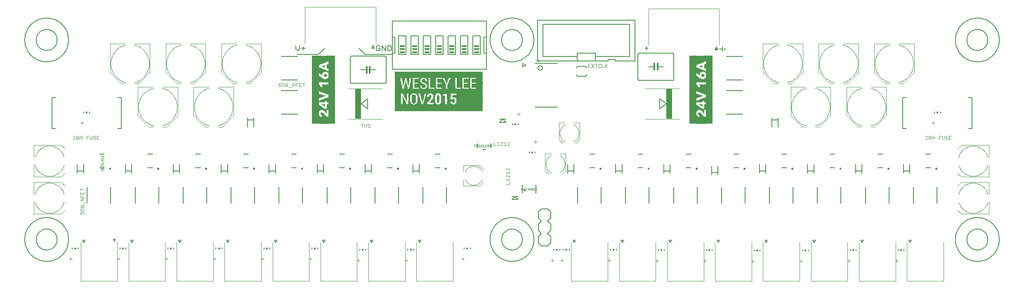
<source format=gto>
G75*
G70*
%OFA0B0*%
%FSLAX24Y24*%
%IPPOS*%
%LPD*%
%AMOC8*
5,1,8,0,0,1.08239X$1,22.5*
%
%ADD10C,0.0080*%
%ADD11R,0.0020X0.5500*%
%ADD12R,0.0020X0.3840*%
%ADD13R,0.0020X0.0020*%
%ADD14R,0.0020X0.1520*%
%ADD15R,0.0020X0.0580*%
%ADD16R,0.0020X0.0460*%
%ADD17R,0.0020X0.0860*%
%ADD18R,0.0020X0.0420*%
%ADD19R,0.0020X0.0220*%
%ADD20R,0.0020X0.0560*%
%ADD21R,0.0020X0.0440*%
%ADD22R,0.0020X0.0820*%
%ADD23R,0.0020X0.0400*%
%ADD24R,0.0020X0.0140*%
%ADD25R,0.0020X0.0380*%
%ADD26R,0.0020X0.0360*%
%ADD27R,0.0020X0.0780*%
%ADD28R,0.0020X0.0320*%
%ADD29R,0.0020X0.0300*%
%ADD30R,0.0020X0.0120*%
%ADD31R,0.0020X0.0340*%
%ADD32R,0.0020X0.0280*%
%ADD33R,0.0020X0.0100*%
%ADD34R,0.0020X0.0480*%
%ADD35R,0.0020X0.0500*%
%ADD36R,0.0020X0.0760*%
%ADD37R,0.0020X0.0260*%
%ADD38R,0.0020X0.0600*%
%ADD39R,0.0020X0.0740*%
%ADD40R,0.0020X0.0180*%
%ADD41R,0.0020X0.0520*%
%ADD42R,0.0020X0.0620*%
%ADD43R,0.0020X0.0640*%
%ADD44R,0.0020X0.0240*%
%ADD45R,0.0020X0.0660*%
%ADD46R,0.0020X0.0540*%
%ADD47R,0.0020X0.0680*%
%ADD48R,0.0020X0.0700*%
%ADD49R,0.0020X0.0720*%
%ADD50R,0.0020X0.0060*%
%ADD51R,0.0020X0.0200*%
%ADD52R,0.0020X0.0080*%
%ADD53R,0.0020X0.0160*%
%ADD54R,0.0020X0.0800*%
%ADD55R,0.0020X0.0840*%
%ADD56R,0.0020X0.0880*%
%ADD57R,0.0020X0.0900*%
%ADD58R,0.0020X0.0920*%
%ADD59R,0.0020X0.0040*%
%ADD60R,0.0020X0.4560*%
%ADD61R,0.7080X0.0020*%
%ADD62R,0.7100X0.0020*%
%ADD63R,0.1460X0.0020*%
%ADD64R,0.1820X0.0020*%
%ADD65R,0.1100X0.0020*%
%ADD66R,0.2300X0.0020*%
%ADD67R,0.0500X0.0020*%
%ADD68R,0.0340X0.0020*%
%ADD69R,0.0300X0.0020*%
%ADD70R,0.0320X0.0020*%
%ADD71R,0.0220X0.0020*%
%ADD72R,0.0420X0.0020*%
%ADD73R,0.0380X0.0020*%
%ADD74R,0.2220X0.0020*%
%ADD75R,0.0460X0.0020*%
%ADD76R,0.0400X0.0020*%
%ADD77R,0.0180X0.0020*%
%ADD78R,0.2180X0.0020*%
%ADD79R,0.0240X0.0020*%
%ADD80R,0.0200X0.0020*%
%ADD81R,0.0140X0.0020*%
%ADD82R,0.2140X0.0020*%
%ADD83R,0.0360X0.0020*%
%ADD84R,0.0160X0.0020*%
%ADD85R,0.0280X0.0020*%
%ADD86R,0.0120X0.0020*%
%ADD87R,0.0060X0.0020*%
%ADD88R,0.0260X0.0020*%
%ADD89R,0.2120X0.0020*%
%ADD90R,0.0100X0.0020*%
%ADD91R,0.2100X0.0020*%
%ADD92R,0.0040X0.0020*%
%ADD93R,0.0600X0.0020*%
%ADD94R,0.0080X0.0020*%
%ADD95R,0.0620X0.0020*%
%ADD96R,0.0440X0.0020*%
%ADD97R,0.0580X0.0020*%
%ADD98R,0.2160X0.0020*%
%ADD99R,0.0480X0.0020*%
%ADD100R,0.2260X0.0020*%
%ADD101R,0.2460X0.0020*%
%ADD102R,0.2420X0.0020*%
%ADD103R,0.2440X0.0020*%
%ADD104R,0.1480X0.0020*%
%ADD105R,0.1180X0.0020*%
%ADD106R,0.0540X0.0020*%
%ADD107R,0.3540X0.0020*%
%ADD108R,0.0660X0.0020*%
%ADD109R,0.0640X0.0020*%
%ADD110R,0.0680X0.0020*%
%ADD111R,0.0520X0.0020*%
%ADD112R,0.0900X0.0020*%
%ADD113R,0.0700X0.0020*%
%ADD114R,0.0880X0.0020*%
%ADD115R,0.0560X0.0020*%
%ADD116R,0.0860X0.0020*%
%ADD117R,0.0820X0.0020*%
%ADD118R,0.0740X0.0020*%
%ADD119R,0.4740X0.0020*%
%ADD120C,0.0030*%
%ADD121R,0.0059X0.0118*%
%ADD122R,0.0118X0.0118*%
%ADD123C,0.0060*%
%ADD124C,0.0040*%
%ADD125C,0.0010*%
%ADD126C,0.0120*%
%ADD127C,0.0020*%
%ADD128R,0.0492X0.2441*%
%ADD129C,0.0050*%
%ADD130R,0.0400X0.0150*%
D10*
X010265Y004515D02*
X010265Y004765D01*
X010140Y004640D02*
X010390Y004640D01*
X011134Y010036D02*
X011134Y010193D01*
X011646Y010193D01*
X011646Y010744D01*
X011134Y010744D02*
X011134Y010193D01*
X011646Y010193D02*
X011646Y010036D01*
X012946Y010455D02*
X013334Y010455D01*
X015009Y010193D02*
X015009Y010744D01*
X015521Y010744D02*
X015521Y010193D01*
X015009Y010193D01*
X015009Y010036D01*
X015521Y010036D02*
X015521Y010193D01*
X016821Y010455D02*
X017209Y010455D01*
X018894Y010193D02*
X018894Y010744D01*
X019406Y010744D02*
X019406Y010193D01*
X018894Y010193D01*
X018894Y010036D01*
X019406Y010036D02*
X019406Y010193D01*
X020696Y010455D02*
X021084Y010455D01*
X022759Y010193D02*
X022759Y010744D01*
X023271Y010744D02*
X023271Y010193D01*
X022759Y010193D01*
X022759Y010036D01*
X023271Y010036D02*
X023271Y010193D01*
X024571Y010455D02*
X024959Y010455D01*
X026634Y010193D02*
X026634Y010744D01*
X027146Y010744D02*
X027146Y010193D01*
X026634Y010193D01*
X026634Y010036D01*
X027146Y010036D02*
X027146Y010193D01*
X028446Y010455D02*
X028834Y010455D01*
X030509Y010193D02*
X030509Y010744D01*
X031021Y010744D02*
X031021Y010193D01*
X030509Y010193D01*
X030509Y010036D01*
X031021Y010036D02*
X031021Y010193D01*
X032321Y010455D02*
X032709Y010455D01*
X034384Y010193D02*
X034384Y010744D01*
X034896Y010744D02*
X034896Y010193D01*
X034384Y010193D01*
X034384Y010036D01*
X034896Y010036D02*
X034896Y010193D01*
X036196Y010455D02*
X036584Y010455D01*
X036584Y011575D02*
X036196Y011575D01*
X039580Y012096D02*
X039580Y012434D01*
X040034Y011946D02*
X040246Y011946D01*
X040700Y012096D02*
X040700Y012434D01*
X041390Y014140D02*
X041890Y014140D01*
X041640Y014390D01*
X041890Y014390D01*
X041640Y014390D02*
X041390Y014390D01*
X041640Y014390D02*
X041390Y014140D01*
X048696Y011575D02*
X049084Y011575D01*
X050759Y010744D02*
X050759Y010193D01*
X051271Y010193D01*
X051271Y010744D01*
X052571Y010455D02*
X052959Y010455D01*
X054634Y010193D02*
X054634Y010744D01*
X055146Y010744D02*
X055146Y010193D01*
X054634Y010193D01*
X054634Y010036D01*
X055146Y010036D02*
X055146Y010193D01*
X056446Y010455D02*
X056834Y010455D01*
X058509Y010619D02*
X058509Y010068D01*
X059021Y010068D01*
X059021Y010619D01*
X059021Y010068D02*
X059021Y009911D01*
X058509Y009911D02*
X058509Y010068D01*
X060321Y010455D02*
X060709Y010455D01*
X062384Y010193D02*
X062384Y010744D01*
X062896Y010744D02*
X062896Y010193D01*
X062384Y010193D01*
X062384Y010036D01*
X062896Y010036D02*
X062896Y010193D01*
X064196Y010455D02*
X064584Y010455D01*
X066259Y010193D02*
X066259Y010744D01*
X066771Y010744D02*
X066771Y010193D01*
X066259Y010193D01*
X066259Y010036D01*
X066771Y010036D02*
X066771Y010193D01*
X068071Y010455D02*
X068459Y010455D01*
X070134Y010193D02*
X070134Y010744D01*
X070646Y010744D02*
X070646Y010193D01*
X070134Y010193D01*
X070134Y010036D01*
X070646Y010036D02*
X070646Y010193D01*
X071946Y010455D02*
X072334Y010455D01*
X074009Y010193D02*
X074009Y010744D01*
X074521Y010744D02*
X074521Y010193D01*
X074009Y010193D01*
X074009Y010036D01*
X074521Y010036D02*
X074521Y010193D01*
X075821Y010455D02*
X076209Y010455D01*
X076209Y011575D02*
X075821Y011575D01*
X072334Y011575D02*
X071946Y011575D01*
X068459Y011575D02*
X068071Y011575D01*
X064584Y011575D02*
X064196Y011575D01*
X060709Y011575D02*
X060321Y011575D01*
X056834Y011575D02*
X056446Y011575D01*
X052959Y011575D02*
X052571Y011575D01*
X049084Y010455D02*
X048696Y010455D01*
X047396Y010193D02*
X046884Y010193D01*
X046884Y010744D01*
X047396Y010744D02*
X047396Y010193D01*
X047396Y010036D01*
X046884Y010036D02*
X046884Y010193D01*
X044325Y009084D02*
X044288Y009084D01*
X044325Y009084D02*
X044325Y008446D01*
X044288Y008446D01*
X043242Y008446D02*
X043205Y008446D01*
X043205Y009084D01*
X043242Y009084D01*
X042890Y008140D02*
X042390Y008140D01*
X042640Y008140D02*
X042890Y007890D01*
X042390Y007890D01*
X042640Y008140D01*
X044515Y006890D02*
X044765Y007140D01*
X045265Y007140D01*
X045515Y006890D01*
X045515Y006390D01*
X045265Y006140D01*
X045515Y005890D01*
X045515Y005390D01*
X045265Y005140D01*
X045515Y004890D01*
X045515Y004390D01*
X045265Y004140D01*
X044765Y004140D01*
X044515Y004390D01*
X044515Y004890D01*
X044765Y005140D01*
X044515Y005390D01*
X044515Y005890D01*
X044765Y006140D01*
X044515Y006390D01*
X044515Y006890D01*
X050759Y010036D02*
X050759Y010193D01*
X051271Y010193D02*
X051271Y010036D01*
X063384Y013786D02*
X063384Y014337D01*
X063896Y014337D01*
X063896Y013786D01*
X063896Y014337D02*
X063896Y014494D01*
X063384Y014494D02*
X063384Y014337D01*
X054842Y015640D02*
X054301Y015246D01*
X054301Y016034D01*
X054842Y015640D01*
X048330Y017871D02*
X047700Y017871D01*
X047700Y017872D02*
X047684Y017877D01*
X047668Y017885D01*
X047654Y017895D01*
X047642Y017907D01*
X047632Y017922D01*
X047625Y017938D01*
X047621Y017955D01*
X047620Y017972D01*
X047622Y017990D01*
X048330Y017872D02*
X048346Y017877D01*
X048362Y017885D01*
X048376Y017895D01*
X048388Y017907D01*
X048398Y017922D01*
X048405Y017938D01*
X048409Y017955D01*
X048410Y017972D01*
X048408Y017990D01*
X048408Y018540D02*
X048410Y018558D01*
X048409Y018575D01*
X048405Y018592D01*
X048398Y018608D01*
X048388Y018623D01*
X048376Y018635D01*
X048362Y018645D01*
X048346Y018653D01*
X048330Y018658D01*
X048330Y018659D02*
X047700Y018659D01*
X047700Y018658D02*
X047684Y018653D01*
X047668Y018645D01*
X047654Y018635D01*
X047642Y018623D01*
X047632Y018608D01*
X047625Y018592D01*
X047621Y018575D01*
X047620Y018558D01*
X047622Y018540D01*
X047649Y019111D02*
X044453Y019111D01*
X044453Y022419D01*
X052327Y022419D01*
X052327Y019111D01*
X050728Y019111D01*
X050728Y019230D01*
X050146Y019230D01*
X050146Y019111D01*
X049131Y019111D01*
X047649Y019111D01*
X047649Y019722D01*
X049131Y019722D01*
X049131Y019111D01*
X049131Y019476D02*
X051884Y019476D01*
X051884Y022054D01*
X044896Y022054D01*
X044896Y019476D01*
X047649Y019476D01*
X043515Y018765D02*
X043265Y018640D01*
X043265Y018890D01*
X043515Y018765D01*
X053140Y020140D02*
X053390Y020140D01*
X053265Y020265D02*
X053265Y020015D01*
X059143Y020079D02*
X059390Y020079D01*
X059390Y019890D01*
X059390Y020079D02*
X059390Y020265D01*
X059576Y020140D02*
X059576Y020015D01*
X032765Y019640D02*
X030515Y019640D01*
X030015Y020140D01*
X031430Y020000D02*
X031500Y019930D01*
X031640Y019930D01*
X031710Y020000D01*
X031710Y020140D01*
X031570Y020140D01*
X031430Y020280D02*
X031430Y020000D01*
X031430Y020280D02*
X031500Y020350D01*
X031640Y020350D01*
X031710Y020280D01*
X031890Y020350D02*
X032171Y019930D01*
X032171Y020350D01*
X032351Y020350D02*
X032561Y020350D01*
X032631Y020280D01*
X032631Y020000D01*
X032561Y019930D01*
X032351Y019930D01*
X032351Y020350D01*
X031890Y020350D02*
X031890Y019930D01*
X027265Y020140D02*
X026765Y019640D01*
X025015Y019640D01*
X025070Y019930D02*
X025210Y020070D01*
X025210Y020350D01*
X025390Y020140D02*
X025671Y020140D01*
X025531Y020280D02*
X025531Y020000D01*
X025070Y019930D02*
X024930Y020070D01*
X024930Y020350D01*
X030188Y015640D02*
X030729Y016034D01*
X030729Y015246D01*
X030188Y015640D01*
X021521Y014494D02*
X021521Y014337D01*
X021009Y014337D01*
X021009Y013786D01*
X021521Y013786D02*
X021521Y014337D01*
X021009Y014337D02*
X021009Y014494D01*
X021084Y011575D02*
X020696Y011575D01*
X017209Y011575D02*
X016821Y011575D01*
X013334Y011575D02*
X012946Y011575D01*
X009459Y011575D02*
X009071Y011575D01*
X007771Y010744D02*
X007771Y010193D01*
X007259Y010193D01*
X007259Y010744D01*
X009071Y010455D02*
X009459Y010455D01*
X007771Y010193D02*
X007771Y010036D01*
X007259Y010036D02*
X007259Y010193D01*
X024571Y011575D02*
X024959Y011575D01*
X028446Y011575D02*
X028834Y011575D01*
X032321Y011575D02*
X032709Y011575D01*
D11*
X028075Y016770D03*
X028055Y016770D03*
X028035Y016770D03*
X028015Y016770D03*
X027995Y016770D03*
X027975Y016770D03*
X027955Y016770D03*
X027935Y016770D03*
X027915Y016770D03*
X027895Y016770D03*
X027875Y016770D03*
X027855Y016770D03*
X027835Y016770D03*
X027815Y016770D03*
X027795Y016770D03*
X027775Y016770D03*
X027755Y016770D03*
X027735Y016770D03*
X027715Y016770D03*
X027695Y016770D03*
X027675Y016770D03*
X027655Y016770D03*
X027635Y016770D03*
X027615Y016770D03*
X026775Y016770D03*
X026755Y016770D03*
X026735Y016770D03*
X026715Y016770D03*
X026695Y016770D03*
X026675Y016770D03*
X026655Y016770D03*
X026635Y016770D03*
X026615Y016770D03*
X026595Y016770D03*
X026575Y016770D03*
X026555Y016770D03*
X026535Y016770D03*
X026515Y016770D03*
X026495Y016770D03*
X026475Y016770D03*
X026455Y016770D03*
X026435Y016770D03*
X026415Y016770D03*
X026395Y016770D03*
X026375Y016770D03*
X026355Y016770D03*
X026335Y016770D03*
X026315Y016770D03*
X026295Y016770D03*
X026275Y016770D03*
X026255Y016770D03*
X056755Y016770D03*
X056775Y016770D03*
X056795Y016770D03*
X056815Y016770D03*
X056835Y016770D03*
X056855Y016770D03*
X056875Y016770D03*
X056895Y016770D03*
X056915Y016770D03*
X056935Y016770D03*
X056955Y016770D03*
X056975Y016770D03*
X056995Y016770D03*
X057015Y016770D03*
X057035Y016770D03*
X057055Y016770D03*
X057075Y016770D03*
X057095Y016770D03*
X057115Y016770D03*
X057135Y016770D03*
X057155Y016770D03*
X057175Y016770D03*
X057195Y016770D03*
X057215Y016770D03*
X057235Y016770D03*
X057255Y016770D03*
X057275Y016770D03*
X058115Y016770D03*
X058135Y016770D03*
X058155Y016770D03*
X058175Y016770D03*
X058195Y016770D03*
X058215Y016770D03*
X058235Y016770D03*
X058255Y016770D03*
X058275Y016770D03*
X058295Y016770D03*
X058315Y016770D03*
X058335Y016770D03*
X058355Y016770D03*
X058375Y016770D03*
X058395Y016770D03*
X058415Y016770D03*
X058435Y016770D03*
X058455Y016770D03*
X058475Y016770D03*
X058495Y016770D03*
X058515Y016770D03*
X058535Y016770D03*
X058555Y016770D03*
X058575Y016770D03*
D12*
X058095Y015940D03*
X027595Y015940D03*
D13*
X027575Y015710D03*
X027575Y015670D03*
X027575Y015630D03*
X027275Y015570D03*
X027275Y015530D03*
X027275Y015490D03*
X027275Y015450D03*
X027075Y015570D03*
X027035Y015570D03*
X027015Y015590D03*
X027275Y015770D03*
X027275Y015810D03*
X027275Y015850D03*
X027295Y016270D03*
X027335Y016270D03*
X027575Y016270D03*
X027575Y016310D03*
X027575Y016230D03*
X027575Y017230D03*
X027575Y017270D03*
X027575Y017310D03*
X027575Y017350D03*
X027035Y017170D03*
X027575Y017830D03*
X027595Y017890D03*
X027595Y017930D03*
X027595Y017970D03*
X027435Y017930D03*
X027075Y018050D03*
X027575Y018310D03*
X027575Y018350D03*
X027575Y018390D03*
X027575Y018430D03*
X027055Y018670D03*
X027575Y018910D03*
X027575Y018950D03*
X027575Y018990D03*
X027575Y019030D03*
X033595Y017150D03*
X033595Y017110D03*
X033795Y017430D03*
X033815Y017450D03*
X034495Y017330D03*
X034535Y017330D03*
X034575Y017330D03*
X034615Y017330D03*
X034655Y017330D03*
X034695Y017330D03*
X034735Y017330D03*
X034775Y017330D03*
X034775Y017250D03*
X034735Y017250D03*
X034695Y017250D03*
X034655Y017250D03*
X034615Y017250D03*
X034575Y017250D03*
X034535Y017250D03*
X034495Y017250D03*
X034015Y017090D03*
X034035Y016830D03*
X033995Y016830D03*
X034395Y016830D03*
X034435Y016830D03*
X034475Y016830D03*
X034515Y016830D03*
X034555Y016830D03*
X034595Y016830D03*
X034635Y016830D03*
X034675Y016830D03*
X034715Y016830D03*
X034755Y016830D03*
X034795Y016830D03*
X034835Y016830D03*
X035015Y017090D03*
X035235Y016910D03*
X035275Y016910D03*
X035155Y016830D03*
X035715Y016830D03*
X035755Y016830D03*
X035795Y016830D03*
X035835Y016830D03*
X035875Y016830D03*
X035915Y016830D03*
X035955Y016830D03*
X035995Y016830D03*
X036035Y016830D03*
X036075Y016830D03*
X036275Y016830D03*
X036315Y016830D03*
X036355Y016830D03*
X036395Y016830D03*
X036435Y016830D03*
X036475Y016830D03*
X036515Y016830D03*
X036555Y016830D03*
X036595Y016830D03*
X036635Y016830D03*
X036675Y016830D03*
X036715Y016830D03*
X037075Y016830D03*
X037115Y016830D03*
X036995Y016430D03*
X036955Y016430D03*
X036895Y016410D03*
X036435Y016470D03*
X036395Y016470D03*
X036415Y016330D03*
X036375Y016330D03*
X035795Y016470D03*
X035755Y016470D03*
X034515Y016470D03*
X034475Y016470D03*
X034435Y016470D03*
X033555Y016230D03*
X033875Y015870D03*
X033875Y015830D03*
X033895Y015810D03*
X034415Y015650D03*
X034455Y015650D03*
X034495Y015650D03*
X034495Y015570D03*
X034415Y015570D03*
X035135Y015730D03*
X035155Y015750D03*
X035795Y015710D03*
X035835Y015710D03*
X035875Y015710D03*
X035915Y015710D03*
X035955Y015710D03*
X035995Y015710D03*
X036035Y015710D03*
X036375Y015570D03*
X036455Y015570D03*
X037455Y015810D03*
X037495Y015810D03*
X037495Y015970D03*
X037455Y015970D03*
X037675Y016150D03*
X037715Y016150D03*
X037655Y015690D03*
X037695Y015570D03*
X037615Y015570D03*
X037615Y015050D03*
X037655Y015050D03*
X037695Y015050D03*
X037735Y015050D03*
X037775Y015050D03*
X037815Y015050D03*
X037855Y015050D03*
X037895Y015050D03*
X037935Y015050D03*
X037975Y015050D03*
X038015Y015050D03*
X038055Y015050D03*
X038095Y015050D03*
X038135Y015050D03*
X038175Y015050D03*
X038215Y015050D03*
X038255Y015050D03*
X038295Y015050D03*
X038335Y015050D03*
X038375Y015050D03*
X038415Y015050D03*
X038455Y015050D03*
X038495Y015050D03*
X038535Y015050D03*
X038575Y015050D03*
X038615Y015050D03*
X038655Y015050D03*
X038695Y015050D03*
X038735Y015050D03*
X038775Y015050D03*
X038815Y015050D03*
X038855Y015050D03*
X038895Y015050D03*
X038935Y015050D03*
X038975Y015050D03*
X039015Y015050D03*
X039055Y015050D03*
X039095Y015050D03*
X039135Y015050D03*
X039175Y015050D03*
X039215Y015050D03*
X039255Y015050D03*
X039295Y015050D03*
X039335Y015050D03*
X039375Y015050D03*
X039415Y015050D03*
X039455Y015050D03*
X039495Y015050D03*
X039535Y015050D03*
X039575Y015050D03*
X039615Y015050D03*
X039655Y015050D03*
X039695Y015050D03*
X039735Y015050D03*
X039775Y015050D03*
X039815Y015050D03*
X039855Y015050D03*
X039895Y015050D03*
X039935Y015050D03*
X039975Y015050D03*
X040015Y015050D03*
X037575Y015050D03*
X037535Y015050D03*
X037495Y015050D03*
X037455Y015050D03*
X037415Y015050D03*
X037375Y015050D03*
X037335Y015050D03*
X037295Y015050D03*
X037255Y015050D03*
X037215Y015050D03*
X037175Y015050D03*
X037135Y015050D03*
X037095Y015050D03*
X037055Y015050D03*
X037015Y015050D03*
X036975Y015050D03*
X036935Y015050D03*
X036895Y015050D03*
X036855Y015050D03*
X036815Y015050D03*
X036775Y015050D03*
X036735Y015050D03*
X036695Y015050D03*
X036655Y015050D03*
X036615Y015050D03*
X036575Y015050D03*
X036535Y015050D03*
X036495Y015050D03*
X036455Y015050D03*
X036415Y015050D03*
X036375Y015050D03*
X036335Y015050D03*
X036295Y015050D03*
X036255Y015050D03*
X036215Y015050D03*
X036175Y015050D03*
X036135Y015050D03*
X036095Y015050D03*
X036055Y015050D03*
X036015Y015050D03*
X035975Y015050D03*
X035935Y015050D03*
X035895Y015050D03*
X035855Y015050D03*
X035815Y015050D03*
X035775Y015050D03*
X035735Y015050D03*
X035695Y015050D03*
X035655Y015050D03*
X035615Y015050D03*
X035575Y015050D03*
X035535Y015050D03*
X035495Y015050D03*
X035455Y015050D03*
X035415Y015050D03*
X035375Y015050D03*
X035335Y015050D03*
X035295Y015050D03*
X035255Y015050D03*
X035215Y015050D03*
X035175Y015050D03*
X035135Y015050D03*
X035095Y015050D03*
X035055Y015050D03*
X035015Y015050D03*
X034975Y015050D03*
X034935Y015050D03*
X034895Y015050D03*
X034855Y015050D03*
X034815Y015050D03*
X034775Y015050D03*
X034735Y015050D03*
X034695Y015050D03*
X034655Y015050D03*
X034615Y015050D03*
X034575Y015050D03*
X034535Y015050D03*
X034495Y015050D03*
X034455Y015050D03*
X034415Y015050D03*
X034375Y015050D03*
X034335Y015050D03*
X034295Y015050D03*
X034255Y015050D03*
X034215Y015050D03*
X034175Y015050D03*
X034135Y015050D03*
X034095Y015050D03*
X034055Y015050D03*
X034015Y015050D03*
X033975Y015050D03*
X033935Y015050D03*
X033895Y015050D03*
X033855Y015050D03*
X033815Y015050D03*
X033775Y015050D03*
X033735Y015050D03*
X033695Y015050D03*
X033655Y015050D03*
X033615Y015050D03*
X033575Y015050D03*
X033535Y015050D03*
X033495Y015050D03*
X033455Y015050D03*
X033415Y015050D03*
X033375Y015050D03*
X033335Y015050D03*
X033295Y015050D03*
X033255Y015050D03*
X033215Y015050D03*
X033175Y015050D03*
X033135Y015050D03*
X033095Y015050D03*
X033055Y015050D03*
X033015Y015050D03*
X032975Y015050D03*
X032935Y015050D03*
X033555Y016830D03*
X033595Y016830D03*
X034515Y017630D03*
X034555Y017630D03*
X034595Y017630D03*
X034635Y017630D03*
X034675Y017630D03*
X034715Y017630D03*
X034755Y017630D03*
X034795Y017630D03*
X034835Y017630D03*
X035255Y017730D03*
X036395Y017630D03*
X036435Y017630D03*
X036475Y017630D03*
X036515Y017630D03*
X036555Y017630D03*
X036595Y017630D03*
X036635Y017630D03*
X036675Y017630D03*
X036715Y017630D03*
X036655Y017330D03*
X036615Y017330D03*
X036575Y017330D03*
X036535Y017330D03*
X036495Y017330D03*
X036455Y017330D03*
X036415Y017330D03*
X036375Y017330D03*
X036375Y017250D03*
X036415Y017250D03*
X036455Y017250D03*
X036495Y017250D03*
X036535Y017250D03*
X036575Y017250D03*
X036615Y017250D03*
X036655Y017250D03*
X037095Y017290D03*
X037835Y016830D03*
X037875Y016830D03*
X037915Y016830D03*
X037955Y016830D03*
X037995Y016830D03*
X038035Y016830D03*
X038075Y016830D03*
X038115Y016830D03*
X038155Y016830D03*
X038195Y016830D03*
X038235Y016830D03*
X038435Y016830D03*
X038475Y016830D03*
X038515Y016830D03*
X038555Y016830D03*
X038595Y016830D03*
X038635Y016830D03*
X038675Y016830D03*
X038715Y016830D03*
X038755Y016830D03*
X038795Y016830D03*
X038835Y016830D03*
X039035Y016830D03*
X039075Y016830D03*
X039115Y016830D03*
X039155Y016830D03*
X039195Y016830D03*
X039235Y016830D03*
X039275Y016830D03*
X039315Y016830D03*
X039355Y016830D03*
X039395Y016830D03*
X039435Y016830D03*
X039475Y016830D03*
X039415Y017250D03*
X039375Y017250D03*
X039335Y017250D03*
X039295Y017250D03*
X039255Y017250D03*
X039215Y017250D03*
X039175Y017250D03*
X039135Y017250D03*
X039135Y017330D03*
X039175Y017330D03*
X039215Y017330D03*
X039255Y017330D03*
X039295Y017330D03*
X039335Y017330D03*
X039375Y017330D03*
X039415Y017330D03*
X038775Y017330D03*
X038735Y017330D03*
X038695Y017330D03*
X038655Y017330D03*
X038615Y017330D03*
X038575Y017330D03*
X038535Y017330D03*
X038495Y017330D03*
X038535Y017250D03*
X038575Y017250D03*
X038615Y017250D03*
X038655Y017250D03*
X038695Y017250D03*
X038735Y017250D03*
X038775Y017250D03*
X038795Y017630D03*
X038755Y017630D03*
X038715Y017630D03*
X038675Y017630D03*
X038635Y017630D03*
X038595Y017630D03*
X038555Y017630D03*
X038515Y017630D03*
X038835Y017630D03*
X039155Y017630D03*
X039195Y017630D03*
X039235Y017630D03*
X039275Y017630D03*
X039315Y017630D03*
X039355Y017630D03*
X039395Y017630D03*
X039435Y017630D03*
X039475Y017630D03*
X027575Y015110D03*
X027575Y015070D03*
X027575Y015030D03*
X027575Y014990D03*
X027575Y014950D03*
X027575Y014910D03*
X027575Y014870D03*
X027575Y014830D03*
X027575Y014790D03*
X027575Y014750D03*
X027575Y014710D03*
X027575Y014670D03*
X027575Y014630D03*
X027415Y014870D03*
X027415Y014910D03*
X027415Y014950D03*
X027415Y014990D03*
X027415Y015030D03*
X027415Y015070D03*
X027415Y015110D03*
X026955Y014890D03*
X026955Y014850D03*
X026955Y014810D03*
X027055Y014710D03*
X057455Y014810D03*
X057455Y014850D03*
X057455Y014890D03*
X057555Y014710D03*
X057915Y014870D03*
X057915Y014910D03*
X057915Y014950D03*
X057915Y014990D03*
X057915Y015030D03*
X057915Y015070D03*
X057915Y015110D03*
X058075Y015110D03*
X058075Y015070D03*
X058075Y015030D03*
X058075Y014990D03*
X058075Y014950D03*
X058075Y014910D03*
X058075Y014870D03*
X058075Y014830D03*
X058075Y014790D03*
X058075Y014750D03*
X058075Y014710D03*
X058075Y014670D03*
X058075Y014630D03*
X057775Y015450D03*
X057775Y015490D03*
X057775Y015530D03*
X057775Y015570D03*
X057575Y015570D03*
X057535Y015570D03*
X057515Y015590D03*
X057775Y015770D03*
X057775Y015810D03*
X057775Y015850D03*
X058075Y015710D03*
X058075Y015670D03*
X058075Y015630D03*
X058075Y016230D03*
X058075Y016270D03*
X058075Y016310D03*
X057835Y016270D03*
X057795Y016270D03*
X057535Y017170D03*
X058075Y017230D03*
X058075Y017270D03*
X058075Y017310D03*
X058075Y017350D03*
X058075Y017830D03*
X058095Y017890D03*
X058095Y017930D03*
X058095Y017970D03*
X057935Y017930D03*
X057575Y018050D03*
X058075Y018310D03*
X058075Y018350D03*
X058075Y018390D03*
X058075Y018430D03*
X057555Y018670D03*
X058075Y018910D03*
X058075Y018950D03*
X058075Y018990D03*
X058075Y019030D03*
D14*
X058095Y018760D03*
X027595Y018760D03*
D15*
X027255Y019230D03*
X027215Y019230D03*
X027415Y014310D03*
X027455Y014310D03*
X027495Y014310D03*
X027535Y014310D03*
X027575Y014310D03*
X026935Y014310D03*
X057435Y014310D03*
X057915Y014310D03*
X057955Y014310D03*
X057995Y014310D03*
X058035Y014310D03*
X058075Y014310D03*
X057755Y019230D03*
X057715Y019230D03*
D16*
X057995Y019290D03*
X058035Y019290D03*
X058075Y019290D03*
X057335Y018350D03*
X057315Y018350D03*
X057355Y018330D03*
X057375Y018310D03*
X057395Y017610D03*
X057375Y016870D03*
X057395Y016850D03*
X057575Y016790D03*
X058075Y015970D03*
X058075Y015370D03*
X058035Y015370D03*
X057995Y015370D03*
X057955Y015370D03*
X057355Y015290D03*
X027575Y015370D03*
X027535Y015370D03*
X027495Y015370D03*
X027455Y015370D03*
X026855Y015290D03*
X027575Y015970D03*
X027075Y016790D03*
X026895Y016850D03*
X026875Y016870D03*
X026895Y017610D03*
X026875Y018310D03*
X026855Y018330D03*
X026835Y018350D03*
X026815Y018350D03*
X027495Y019290D03*
X027535Y019290D03*
X027575Y019290D03*
D17*
X027575Y016770D03*
X058075Y016770D03*
D18*
X057435Y016830D03*
X057435Y017590D03*
X057455Y017590D03*
X057475Y017590D03*
X058075Y017590D03*
X058075Y018670D03*
X058055Y015970D03*
X057375Y015290D03*
X027555Y015970D03*
X026875Y015290D03*
X026935Y016830D03*
X026935Y017590D03*
X026955Y017590D03*
X026975Y017590D03*
X027575Y017590D03*
X027575Y018670D03*
D19*
X027575Y018170D03*
X027375Y017930D03*
X027355Y017930D03*
X027335Y017930D03*
X027295Y017930D03*
X027255Y017930D03*
X027195Y018310D03*
X026995Y016270D03*
X027035Y015870D03*
X027055Y015870D03*
X027075Y015870D03*
X027295Y015970D03*
X027335Y015970D03*
X027355Y015990D03*
X027395Y015990D03*
X027095Y015250D03*
X027075Y015250D03*
X027115Y015230D03*
X027135Y015210D03*
X027175Y015190D03*
X027215Y015170D03*
X027235Y015150D03*
X027255Y015130D03*
X027275Y015110D03*
X057495Y016270D03*
X057535Y015870D03*
X057555Y015870D03*
X057575Y015870D03*
X057795Y015970D03*
X057835Y015970D03*
X057855Y015990D03*
X057895Y015990D03*
X057595Y015250D03*
X057575Y015250D03*
X057615Y015230D03*
X057635Y015210D03*
X057675Y015190D03*
X057715Y015170D03*
X057735Y015150D03*
X057755Y015130D03*
X057775Y015110D03*
X057755Y017930D03*
X057795Y017930D03*
X057835Y017930D03*
X057855Y017930D03*
X057875Y017930D03*
X058075Y018170D03*
X057695Y018310D03*
D20*
X057735Y019240D03*
X057775Y019240D03*
X057935Y014300D03*
X057975Y014300D03*
X058015Y014300D03*
X058055Y014300D03*
X057535Y014300D03*
X057495Y014300D03*
X057475Y014300D03*
X057455Y014300D03*
X027555Y014300D03*
X027515Y014300D03*
X027475Y014300D03*
X027435Y014300D03*
X027035Y014300D03*
X026995Y014300D03*
X026975Y014300D03*
X026955Y014300D03*
X027235Y019240D03*
X027275Y019240D03*
D21*
X027515Y019300D03*
X027555Y019300D03*
X026915Y017600D03*
X026915Y016840D03*
X027055Y016780D03*
X027435Y015360D03*
X027475Y015360D03*
X027515Y015360D03*
X027555Y015360D03*
X057415Y016840D03*
X057555Y016780D03*
X057415Y017600D03*
X058015Y019300D03*
X058055Y019300D03*
X058055Y015360D03*
X058015Y015360D03*
X057975Y015360D03*
X057935Y015360D03*
D22*
X058055Y016770D03*
X058035Y016790D03*
X057995Y016790D03*
X027555Y016770D03*
X027535Y016790D03*
X027495Y016790D03*
D23*
X027035Y016780D03*
X026975Y016780D03*
X026955Y016800D03*
X026995Y017580D03*
X027555Y017580D03*
X027535Y015960D03*
X027495Y015960D03*
X057455Y016800D03*
X057475Y016780D03*
X057535Y016780D03*
X057495Y017580D03*
X058055Y017580D03*
X058035Y015960D03*
X057995Y015960D03*
D24*
X057615Y016270D03*
X057375Y015830D03*
X057355Y015830D03*
X057335Y015830D03*
X057715Y015530D03*
X057735Y015510D03*
X057475Y014850D03*
X057715Y017930D03*
X057915Y017930D03*
X058055Y018190D03*
X058035Y018210D03*
X058015Y018230D03*
X057875Y018290D03*
X057835Y018290D03*
X057815Y018310D03*
X057775Y018310D03*
X057735Y018670D03*
X057695Y018670D03*
X027555Y018190D03*
X027535Y018210D03*
X027515Y018230D03*
X027375Y018290D03*
X027335Y018290D03*
X027315Y018310D03*
X027275Y018310D03*
X027215Y017930D03*
X027415Y017930D03*
X027235Y018670D03*
X027195Y018670D03*
X027115Y016270D03*
X026875Y015830D03*
X026855Y015830D03*
X026835Y015830D03*
X027215Y015530D03*
X027235Y015510D03*
X026975Y014850D03*
D25*
X026895Y015290D03*
X027375Y015050D03*
X027395Y015030D03*
X027475Y015950D03*
X027515Y015950D03*
X027015Y016770D03*
X027015Y017570D03*
X027075Y018270D03*
X027095Y018290D03*
X027535Y018670D03*
X027555Y018670D03*
X057395Y015290D03*
X057875Y015050D03*
X057895Y015030D03*
X057975Y015950D03*
X058015Y015950D03*
X057515Y016770D03*
X057515Y017570D03*
X057575Y018270D03*
X057595Y018290D03*
X058035Y018670D03*
X058055Y018670D03*
D26*
X058015Y018680D03*
X058035Y017560D03*
X057555Y017560D03*
X057535Y017560D03*
X057495Y016780D03*
X057935Y015940D03*
X057955Y015940D03*
X027535Y017560D03*
X027055Y017560D03*
X027035Y017560D03*
X026995Y016780D03*
X027435Y015940D03*
X027455Y015940D03*
X027515Y018680D03*
D27*
X027455Y016810D03*
X027475Y016790D03*
X027515Y016790D03*
X027415Y016810D03*
X027215Y014410D03*
X057715Y014410D03*
X057975Y016790D03*
X057955Y016810D03*
X057915Y016810D03*
X058015Y016790D03*
D28*
X057395Y016280D03*
X057335Y016280D03*
X057455Y015280D03*
X057835Y015080D03*
X058015Y017540D03*
X057615Y017540D03*
X057575Y017540D03*
X057975Y018680D03*
X027515Y017540D03*
X027115Y017540D03*
X027075Y017540D03*
X027475Y018680D03*
X026895Y016280D03*
X026835Y016280D03*
X026955Y015280D03*
X027335Y015080D03*
D29*
X027355Y015070D03*
X026975Y015290D03*
X027235Y015910D03*
X027255Y015910D03*
X026915Y016270D03*
X026875Y016270D03*
X027135Y017530D03*
X027455Y017530D03*
X027495Y017530D03*
X027135Y018290D03*
X027115Y018310D03*
X027435Y018670D03*
X057375Y016270D03*
X057415Y016270D03*
X057735Y015910D03*
X057755Y015910D03*
X057475Y015290D03*
X057855Y015070D03*
X057955Y017530D03*
X057995Y017530D03*
X057635Y017530D03*
X057635Y018290D03*
X057615Y018310D03*
X057935Y018670D03*
D30*
X057935Y018260D03*
X057955Y018260D03*
X057995Y018240D03*
X057655Y016280D03*
X057315Y015820D03*
X057675Y015540D03*
X027495Y018240D03*
X027455Y018260D03*
X027435Y018260D03*
X027155Y016280D03*
X026815Y015820D03*
X027175Y015540D03*
D31*
X026935Y015290D03*
X026915Y015290D03*
X026855Y016270D03*
X026815Y016270D03*
X027095Y017550D03*
X027455Y018670D03*
X027495Y018670D03*
X057315Y016270D03*
X057355Y016270D03*
X057415Y015290D03*
X057435Y015290D03*
X057595Y017550D03*
X057955Y018670D03*
X057995Y018670D03*
D32*
X057975Y017520D03*
X057935Y017520D03*
X057695Y017520D03*
X057675Y017520D03*
X057655Y017520D03*
X057675Y015900D03*
X057715Y015900D03*
X057495Y015280D03*
X057795Y015100D03*
X027475Y017520D03*
X027435Y017520D03*
X027195Y017520D03*
X027175Y017520D03*
X027155Y017520D03*
X027175Y015900D03*
X027215Y015900D03*
X026995Y015280D03*
X027295Y015100D03*
D33*
X027415Y015190D03*
X027195Y015530D03*
X027135Y015550D03*
X027175Y016270D03*
X027215Y016270D03*
X027115Y017130D03*
X027095Y017150D03*
X027475Y018250D03*
X027415Y018270D03*
X027395Y018290D03*
X027355Y018290D03*
X027175Y018670D03*
X027135Y018670D03*
X057595Y017150D03*
X057615Y017130D03*
X057675Y016270D03*
X057715Y016270D03*
X057635Y015550D03*
X057695Y015530D03*
X057915Y015190D03*
X057975Y018250D03*
X057915Y018270D03*
X057895Y018290D03*
X057855Y018290D03*
X057675Y018670D03*
X057635Y018670D03*
D34*
X057935Y019280D03*
X057975Y019280D03*
X057375Y017620D03*
X057615Y016800D03*
X057335Y015280D03*
X027475Y019280D03*
X027435Y019280D03*
X026875Y017620D03*
X027115Y016800D03*
X026835Y015280D03*
D35*
X027095Y016790D03*
X026855Y017630D03*
X026835Y017630D03*
X026995Y018250D03*
X026955Y018270D03*
X026935Y018270D03*
X026915Y018290D03*
X026895Y018310D03*
X027415Y019270D03*
X027455Y019270D03*
X057335Y017630D03*
X057355Y017630D03*
X057495Y018250D03*
X057455Y018270D03*
X057435Y018270D03*
X057415Y018290D03*
X057395Y018310D03*
X057915Y019270D03*
X057955Y019270D03*
X057595Y016790D03*
D36*
X057875Y016820D03*
X057935Y016800D03*
X057735Y014400D03*
X057295Y014400D03*
X027435Y016800D03*
X027375Y016820D03*
X027235Y014400D03*
X026795Y014400D03*
D37*
X027315Y015090D03*
X027015Y015270D03*
X027155Y015890D03*
X027195Y015890D03*
X027375Y015990D03*
X027415Y015990D03*
X026975Y016270D03*
X026935Y016270D03*
X027215Y017510D03*
X027235Y017510D03*
X027255Y017510D03*
X027295Y017510D03*
X027335Y017510D03*
X027375Y017510D03*
X027395Y017510D03*
X027415Y017510D03*
X027175Y018310D03*
X027155Y018310D03*
X057435Y016270D03*
X057475Y016270D03*
X057655Y015890D03*
X057695Y015890D03*
X057875Y015990D03*
X057915Y015990D03*
X057515Y015270D03*
X057815Y015090D03*
X057795Y017510D03*
X057755Y017510D03*
X057735Y017510D03*
X057715Y017510D03*
X057835Y017510D03*
X057875Y017510D03*
X057895Y017510D03*
X057915Y017510D03*
X057675Y018310D03*
X057655Y018310D03*
D38*
X057655Y019220D03*
X057675Y019220D03*
X057695Y019220D03*
X057895Y014320D03*
X057415Y014320D03*
X057375Y014320D03*
X027395Y014320D03*
X026915Y014320D03*
X026875Y014320D03*
X027155Y019220D03*
X027175Y019220D03*
X027195Y019220D03*
D39*
X026855Y019150D03*
X026835Y019150D03*
X026815Y019150D03*
X027295Y016830D03*
X027335Y016830D03*
X027355Y016810D03*
X027395Y016810D03*
X027255Y014390D03*
X057315Y019150D03*
X057335Y019150D03*
X057355Y019150D03*
X057795Y016830D03*
X057835Y016830D03*
X057855Y016810D03*
X057895Y016810D03*
X057755Y014390D03*
D40*
X057535Y014850D03*
X057495Y014850D03*
X057655Y015210D03*
X057755Y015510D03*
X057455Y015850D03*
X057435Y015850D03*
X057775Y015970D03*
X057815Y015970D03*
X057595Y016270D03*
X057555Y016270D03*
X057735Y017930D03*
X057895Y017930D03*
X057795Y018310D03*
X057755Y018310D03*
X057735Y018310D03*
X057715Y018310D03*
X057755Y018670D03*
X027395Y017930D03*
X027235Y017930D03*
X027235Y018310D03*
X027215Y018310D03*
X027255Y018310D03*
X027295Y018310D03*
X027255Y018670D03*
X027095Y016270D03*
X027055Y016270D03*
X027275Y015970D03*
X027315Y015970D03*
X026955Y015850D03*
X026935Y015850D03*
X027255Y015510D03*
X027155Y015210D03*
X027035Y014850D03*
X026995Y014850D03*
D41*
X026815Y015280D03*
X026855Y016900D03*
X026815Y017640D03*
X027035Y018220D03*
X027015Y018240D03*
X026975Y018260D03*
X027355Y019260D03*
X027375Y019260D03*
X027395Y019260D03*
X057315Y017640D03*
X057535Y018220D03*
X057515Y018240D03*
X057475Y018260D03*
X057855Y019260D03*
X057875Y019260D03*
X057895Y019260D03*
X057355Y016900D03*
X057315Y015280D03*
D42*
X057395Y014330D03*
X057875Y014330D03*
X057635Y019210D03*
X057615Y019210D03*
X057595Y019210D03*
X027135Y019210D03*
X027115Y019210D03*
X027095Y019210D03*
X026895Y014330D03*
X027375Y014330D03*
D43*
X027355Y014340D03*
X027075Y019200D03*
X027035Y019200D03*
X057535Y019200D03*
X057575Y019200D03*
X057855Y014340D03*
D44*
X057555Y015260D03*
X057535Y015260D03*
X057595Y015880D03*
X057615Y015880D03*
X057635Y015880D03*
X057455Y016280D03*
X057775Y017500D03*
X057815Y017500D03*
X057855Y017500D03*
X057815Y017940D03*
X027355Y017500D03*
X027315Y017500D03*
X027275Y017500D03*
X027315Y017940D03*
X026955Y016280D03*
X027095Y015880D03*
X027115Y015880D03*
X027135Y015880D03*
X027055Y015260D03*
X027035Y015260D03*
D45*
X027055Y014350D03*
X026855Y014350D03*
X026835Y014350D03*
X027335Y014350D03*
X027195Y016850D03*
X027155Y016850D03*
X027135Y016870D03*
X027055Y019190D03*
X027015Y019190D03*
X057335Y014350D03*
X057355Y014350D03*
X057555Y014350D03*
X057835Y014350D03*
X057695Y016850D03*
X057655Y016850D03*
X057635Y016870D03*
X057555Y019190D03*
X057515Y019190D03*
D46*
X057795Y019250D03*
X057815Y019250D03*
X057835Y019250D03*
X057555Y018210D03*
X057315Y016930D03*
X057335Y016910D03*
X057515Y014290D03*
X027015Y014290D03*
X026835Y016910D03*
X026815Y016930D03*
X027055Y018210D03*
X027295Y019250D03*
X027315Y019250D03*
X027335Y019250D03*
D47*
X026995Y019180D03*
X026975Y019180D03*
X026955Y019180D03*
X027175Y016860D03*
X027235Y016840D03*
X027315Y014360D03*
X057675Y016860D03*
X057735Y016840D03*
X057815Y014360D03*
X057495Y019180D03*
X057475Y019180D03*
X057455Y019180D03*
D48*
X057435Y019170D03*
X057415Y019170D03*
X057715Y016850D03*
X057775Y016830D03*
X057815Y016830D03*
X057795Y014370D03*
X057315Y014370D03*
X027295Y014370D03*
X026815Y014370D03*
X027275Y016830D03*
X027315Y016830D03*
X027215Y016850D03*
X026935Y019170D03*
X026915Y019170D03*
D49*
X026895Y019160D03*
X026875Y019160D03*
X027255Y016840D03*
X027275Y014380D03*
X057375Y019160D03*
X057395Y019160D03*
X057755Y016840D03*
X057775Y014380D03*
D50*
X057615Y015550D03*
X057595Y015570D03*
X057555Y015570D03*
X057735Y016270D03*
X057775Y016270D03*
X057575Y017150D03*
X057555Y017170D03*
X057595Y018670D03*
X057615Y018670D03*
X027275Y016270D03*
X027235Y016270D03*
X027095Y015570D03*
X027115Y015550D03*
X027055Y015570D03*
X027075Y017150D03*
X027055Y017170D03*
X027095Y018670D03*
X027115Y018670D03*
D51*
X027275Y017940D03*
X027035Y016280D03*
X027015Y016280D03*
X027015Y015860D03*
X026995Y015860D03*
X026975Y015860D03*
X027195Y015180D03*
X027055Y014840D03*
X027015Y014840D03*
X057475Y015860D03*
X057495Y015860D03*
X057515Y015860D03*
X057515Y016280D03*
X057535Y016280D03*
X057695Y015180D03*
X057555Y014840D03*
X057515Y014840D03*
X057775Y017940D03*
D52*
X057655Y018680D03*
X057695Y016280D03*
X057755Y016280D03*
X057655Y015540D03*
X027255Y016280D03*
X027195Y016280D03*
X027155Y015540D03*
X027155Y018680D03*
D53*
X027215Y018680D03*
X027135Y016280D03*
X027075Y016280D03*
X026915Y015840D03*
X026895Y015840D03*
X057395Y015840D03*
X057415Y015840D03*
X057575Y016280D03*
X057635Y016280D03*
X057715Y018680D03*
D54*
X057695Y014420D03*
X027195Y014420D03*
D55*
X027175Y014440D03*
X027155Y014440D03*
X057655Y014440D03*
X057675Y014440D03*
D56*
X057635Y014460D03*
X057615Y014460D03*
X027135Y014460D03*
X027115Y014460D03*
D57*
X027095Y014470D03*
X057595Y014470D03*
D58*
X057575Y014480D03*
X027075Y014480D03*
D59*
X027075Y018680D03*
X057575Y018680D03*
D60*
X057295Y017240D03*
X026795Y017240D03*
D61*
X036465Y016790D03*
X036465Y016750D03*
X036465Y016710D03*
X036465Y016670D03*
X036465Y016630D03*
X036465Y016590D03*
X036465Y016550D03*
X036465Y016510D03*
X036465Y015550D03*
X036465Y015510D03*
X036465Y015470D03*
X036465Y015430D03*
X036465Y015390D03*
X036465Y015350D03*
X036465Y015310D03*
X036465Y015270D03*
X036465Y015230D03*
X036465Y015190D03*
X036465Y015150D03*
X036465Y015110D03*
X036465Y015070D03*
X036465Y017750D03*
X036465Y017790D03*
X036465Y017830D03*
X036465Y017870D03*
X036465Y017910D03*
X036465Y017950D03*
X036465Y017990D03*
X036465Y018030D03*
X036465Y018070D03*
X036465Y018110D03*
X036465Y018150D03*
X036465Y018190D03*
D62*
X036475Y018170D03*
X036475Y018130D03*
X036475Y018090D03*
X036475Y018050D03*
X036475Y018010D03*
X036475Y017970D03*
X036475Y017930D03*
X036475Y017890D03*
X036475Y017850D03*
X036475Y017810D03*
X036475Y017770D03*
X036475Y016810D03*
X036475Y016770D03*
X036475Y016730D03*
X036475Y016690D03*
X036475Y016650D03*
X036475Y016610D03*
X036475Y016570D03*
X036475Y016530D03*
X036475Y016490D03*
X036475Y015530D03*
X036475Y015490D03*
X036475Y015450D03*
X036475Y015410D03*
X036475Y015370D03*
X036475Y015330D03*
X036475Y015290D03*
X036475Y015250D03*
X036475Y015210D03*
X036475Y015170D03*
X036475Y015130D03*
X036475Y015090D03*
D63*
X033655Y015570D03*
D64*
X035435Y015570D03*
D65*
X037035Y015570D03*
D66*
X038875Y015570D03*
X034075Y017730D03*
D67*
X034735Y017570D03*
X034755Y017590D03*
X034735Y017530D03*
X034735Y017490D03*
X034735Y017450D03*
X034735Y017410D03*
X034755Y017390D03*
X035395Y017390D03*
X035415Y017370D03*
X034735Y017090D03*
X034735Y016970D03*
X033175Y017370D03*
X033175Y017390D03*
X033175Y017410D03*
X033175Y017450D03*
X033175Y016450D03*
X033175Y016430D03*
X033175Y016410D03*
X033175Y016390D03*
X033175Y016370D03*
X033175Y016350D03*
X033175Y016330D03*
X033175Y016310D03*
X033175Y016290D03*
X033175Y016270D03*
X033175Y016250D03*
X033175Y016230D03*
X033175Y016210D03*
X033175Y016190D03*
X033175Y016170D03*
X033175Y016150D03*
X033175Y016130D03*
X033175Y016110D03*
X033175Y016090D03*
X033175Y016070D03*
X033175Y016050D03*
X033175Y016030D03*
X033175Y016010D03*
X033175Y015990D03*
X033175Y015970D03*
X033175Y015950D03*
X033175Y015930D03*
X033175Y015910D03*
X033175Y015890D03*
X033175Y015870D03*
X033175Y015850D03*
X033175Y015830D03*
X033175Y015810D03*
X033175Y015790D03*
X033175Y015770D03*
X033175Y015750D03*
X033175Y015730D03*
X033175Y015710D03*
X033175Y015690D03*
X033175Y015670D03*
X033175Y015650D03*
X033175Y015630D03*
X033175Y015610D03*
X033175Y015590D03*
X034835Y015590D03*
X035575Y016050D03*
X035615Y016130D03*
X035615Y016170D03*
X038755Y016950D03*
X038755Y016990D03*
X038755Y017030D03*
X038755Y017070D03*
X038755Y017110D03*
X038755Y017150D03*
X038755Y017190D03*
X038755Y017230D03*
X038755Y017350D03*
X038755Y017390D03*
X038755Y017430D03*
X038755Y017470D03*
X038755Y017510D03*
X038755Y017550D03*
X038755Y017590D03*
X037555Y017470D03*
X036615Y017530D03*
X036595Y017550D03*
X036615Y017570D03*
X036595Y017590D03*
X039755Y017630D03*
X039755Y017670D03*
X039755Y017710D03*
X039755Y016910D03*
X039755Y016870D03*
X039755Y016830D03*
D68*
X037295Y016450D03*
X037295Y016410D03*
X037295Y016370D03*
X037295Y016330D03*
X036815Y016250D03*
X036115Y016430D03*
X035515Y016830D03*
X035235Y017030D03*
X035235Y017070D03*
X035215Y017090D03*
X035475Y017310D03*
X037095Y017690D03*
X033795Y016830D03*
X033735Y016450D03*
X033735Y016410D03*
X034175Y016450D03*
X034455Y016250D03*
X034455Y016230D03*
X034455Y016210D03*
X034455Y016170D03*
X034455Y016130D03*
X034455Y016090D03*
X034455Y016050D03*
X034455Y016010D03*
X034455Y015970D03*
X034455Y015930D03*
X034455Y015890D03*
X034455Y015850D03*
X034455Y015830D03*
X034455Y015810D03*
X034455Y015770D03*
X034875Y015710D03*
X034875Y015670D03*
X035375Y015650D03*
X035375Y015610D03*
X035415Y015730D03*
X035435Y015790D03*
X035995Y015790D03*
X035995Y015830D03*
X036795Y015710D03*
X036815Y015730D03*
X036815Y015770D03*
X036795Y015670D03*
X037295Y015650D03*
X037315Y015630D03*
X035135Y016330D03*
X035135Y016370D03*
X033715Y015610D03*
X033715Y015590D03*
D69*
X033695Y015670D03*
X033695Y015690D03*
X034155Y015610D03*
X034175Y015590D03*
X034455Y015750D03*
X034875Y015770D03*
X034895Y015750D03*
X035375Y015670D03*
X035395Y015690D03*
X035395Y015710D03*
X035375Y015630D03*
X036015Y015870D03*
X036815Y015870D03*
X036815Y015910D03*
X036815Y015950D03*
X036815Y015990D03*
X036815Y016030D03*
X036815Y016070D03*
X036815Y016110D03*
X036815Y016150D03*
X036815Y016190D03*
X036815Y016230D03*
X036815Y016270D03*
X036715Y016410D03*
X036895Y016830D03*
X036895Y016870D03*
X036895Y016910D03*
X036835Y017290D03*
X035515Y017290D03*
X035255Y017470D03*
X035235Y017490D03*
X035235Y017530D03*
X035495Y017710D03*
X037095Y017630D03*
X034975Y017270D03*
X034955Y017290D03*
X035235Y017010D03*
X035515Y016850D03*
X036115Y016410D03*
X035135Y016310D03*
X035135Y016270D03*
X034455Y016270D03*
X033755Y016330D03*
X033755Y016370D03*
X033735Y016390D03*
X033735Y016430D03*
X034215Y016830D03*
X034215Y016870D03*
X034235Y016890D03*
X034235Y016930D03*
X034235Y016970D03*
X033795Y016890D03*
X033795Y016850D03*
X033995Y017690D03*
X033615Y017710D03*
X037295Y016430D03*
X037295Y016390D03*
X037295Y016350D03*
X037295Y016310D03*
X037295Y016270D03*
X037295Y016230D03*
X037275Y016210D03*
X037295Y016190D03*
X037275Y016170D03*
X037275Y016130D03*
X037275Y016090D03*
X037275Y016050D03*
X037275Y016010D03*
X037275Y015970D03*
X037275Y015810D03*
X037275Y015730D03*
X037275Y015690D03*
X037295Y015670D03*
X036815Y015750D03*
X036815Y015790D03*
X036815Y015830D03*
D70*
X036825Y015850D03*
X036825Y015890D03*
X036825Y015930D03*
X036825Y015970D03*
X036825Y016010D03*
X036825Y016050D03*
X036825Y016090D03*
X036825Y016130D03*
X036825Y016170D03*
X036825Y016210D03*
X037285Y016250D03*
X037285Y016290D03*
X036825Y015810D03*
X036005Y015850D03*
X035425Y015750D03*
X035365Y015590D03*
X034885Y015730D03*
X034465Y015790D03*
X033705Y015650D03*
X033705Y015630D03*
X034465Y016290D03*
X035145Y016290D03*
X035145Y016350D03*
X035225Y017050D03*
X034225Y016850D03*
X036845Y017250D03*
X036845Y017270D03*
X036885Y016890D03*
X036885Y016850D03*
X037105Y017650D03*
X037105Y017670D03*
D71*
X037095Y017550D03*
X037115Y017530D03*
X035555Y017650D03*
X035535Y017670D03*
X035235Y017610D03*
X034935Y017310D03*
X034275Y017330D03*
X034275Y017290D03*
X034275Y017250D03*
X034255Y017230D03*
X034255Y017190D03*
X034255Y017150D03*
X034275Y017370D03*
X033995Y017530D03*
X033995Y017570D03*
X033995Y017590D03*
X033995Y017610D03*
X033615Y017630D03*
X033615Y017590D03*
X033615Y017570D03*
X033615Y017550D03*
X033815Y017030D03*
X033815Y016990D03*
X034135Y016390D03*
X034115Y016370D03*
X033775Y016270D03*
X033775Y016230D03*
X033795Y016210D03*
X033795Y016170D03*
X033655Y015850D03*
X033655Y015830D03*
X034115Y015690D03*
X034135Y015630D03*
X034455Y015710D03*
X034855Y015910D03*
X034875Y015930D03*
X034855Y015950D03*
X034855Y015990D03*
X034875Y015890D03*
X035135Y016110D03*
X035135Y016150D03*
X035555Y016450D03*
X036695Y016390D03*
X036055Y015990D03*
X036035Y015970D03*
X036155Y015610D03*
X036175Y015590D03*
X035535Y016870D03*
X035555Y016890D03*
D72*
X035455Y017330D03*
X035435Y017350D03*
X036095Y016450D03*
X035515Y015950D03*
X035495Y015890D03*
X035975Y015730D03*
X036755Y015590D03*
X036775Y015610D03*
X037595Y017630D03*
X037595Y017650D03*
D73*
X037615Y017710D03*
X037095Y017710D03*
X034995Y017250D03*
X035135Y016430D03*
X035495Y015870D03*
X035475Y015850D03*
X035455Y015830D03*
X035975Y015750D03*
X035995Y015770D03*
X036775Y015630D03*
X036795Y015650D03*
X037315Y015610D03*
X037335Y015590D03*
X036735Y016430D03*
D74*
X038895Y015590D03*
X038915Y015610D03*
D75*
X035615Y016150D03*
X035595Y016090D03*
X035575Y016030D03*
X035555Y016010D03*
X034835Y015610D03*
X034735Y016990D03*
X034735Y017030D03*
X034715Y017050D03*
X034735Y017070D03*
X035995Y017090D03*
X036015Y017070D03*
X035995Y017050D03*
X036015Y017030D03*
X035995Y017010D03*
X036015Y016990D03*
X035995Y016970D03*
X036015Y016950D03*
X035995Y016930D03*
X036015Y017110D03*
X035995Y017130D03*
X036015Y017150D03*
X035995Y017170D03*
X036015Y017190D03*
X035995Y017210D03*
X036015Y017230D03*
X035995Y017250D03*
X036015Y017270D03*
X035995Y017290D03*
X036015Y017310D03*
X035995Y017330D03*
X036015Y017350D03*
X035995Y017370D03*
X036015Y017390D03*
X035995Y017410D03*
X036015Y017430D03*
X035995Y017450D03*
X036015Y017470D03*
X035995Y017490D03*
X036015Y017510D03*
X035995Y017530D03*
X036015Y017550D03*
X035995Y017570D03*
X036015Y017590D03*
X035995Y017610D03*
X036015Y017630D03*
X035995Y017650D03*
X036015Y017670D03*
X035995Y017690D03*
X036015Y017710D03*
X036595Y017610D03*
X037575Y017570D03*
X037575Y017550D03*
X038155Y017570D03*
X038155Y017610D03*
X038155Y017650D03*
X038155Y017690D03*
X038155Y017530D03*
X038155Y017490D03*
X038155Y017450D03*
X038155Y017410D03*
X038155Y017370D03*
X038155Y017330D03*
X038155Y017290D03*
X038155Y017250D03*
X038155Y017210D03*
X038155Y017170D03*
X038155Y017130D03*
X038155Y017090D03*
X038155Y017050D03*
X038155Y017010D03*
X038155Y016970D03*
X038155Y016930D03*
X034735Y017470D03*
X034735Y017510D03*
X034735Y017550D03*
X033155Y017570D03*
X033155Y017590D03*
X033155Y017610D03*
X033155Y017650D03*
D76*
X035145Y016450D03*
X035505Y015910D03*
X034865Y015650D03*
X034865Y015630D03*
X037605Y017670D03*
X037605Y017690D03*
D77*
X037095Y017490D03*
X035575Y017570D03*
X035575Y017610D03*
X035555Y017630D03*
X034955Y017650D03*
X034955Y017670D03*
X034295Y017570D03*
X034295Y017530D03*
X034295Y017490D03*
X034295Y017450D03*
X034275Y017430D03*
X034275Y017390D03*
X034275Y017350D03*
X033995Y017470D03*
X033995Y017510D03*
X033995Y017550D03*
X033615Y017530D03*
X033615Y017490D03*
X033615Y017450D03*
X033815Y017130D03*
X033795Y017110D03*
X033795Y017070D03*
X034955Y016890D03*
X035555Y016910D03*
X035575Y016930D03*
X035575Y017170D03*
X035555Y016430D03*
X035535Y016410D03*
X035775Y016250D03*
X035775Y016210D03*
X036095Y016330D03*
X036115Y016350D03*
X036415Y016250D03*
X036415Y016210D03*
X036415Y016170D03*
X036415Y016150D03*
X036415Y016130D03*
X036415Y016110D03*
X036415Y016090D03*
X036415Y016070D03*
X036415Y016050D03*
X036415Y016030D03*
X036415Y016010D03*
X036415Y015990D03*
X036415Y015970D03*
X036415Y015950D03*
X036415Y015930D03*
X036415Y015910D03*
X036415Y015890D03*
X036415Y015850D03*
X036415Y015810D03*
X036155Y015630D03*
X036135Y015650D03*
X036055Y016010D03*
X036075Y016030D03*
X036715Y016330D03*
X036715Y016350D03*
X037655Y015970D03*
X037655Y015810D03*
X037655Y015770D03*
X035135Y016010D03*
X035135Y016050D03*
X034855Y016050D03*
X034835Y016070D03*
X034855Y016090D03*
X034835Y016110D03*
X034835Y016150D03*
X034855Y016010D03*
X034095Y015810D03*
X034095Y015770D03*
X034095Y015730D03*
X034115Y015710D03*
X033635Y015910D03*
X033815Y016090D03*
X033815Y016130D03*
X033795Y016150D03*
X033795Y016190D03*
X034095Y016210D03*
X034095Y016250D03*
X034095Y016290D03*
X034115Y016310D03*
X034115Y016350D03*
X034735Y016410D03*
X034755Y016390D03*
X038915Y017270D03*
X038915Y017290D03*
X038915Y017310D03*
D78*
X038915Y016110D03*
X038935Y016090D03*
X038935Y015650D03*
X038915Y015630D03*
D79*
X036045Y015950D03*
X036025Y015930D03*
X035145Y016130D03*
X035145Y016190D03*
X034865Y015870D03*
X034885Y015850D03*
X034465Y015690D03*
X034125Y015650D03*
X033665Y015790D03*
X033665Y015810D03*
X036105Y016370D03*
X035245Y016950D03*
X034985Y016850D03*
X034245Y017110D03*
X034265Y017210D03*
X033805Y017010D03*
X033805Y016950D03*
X035245Y017590D03*
X034985Y017690D03*
D80*
X034285Y017410D03*
X034265Y017310D03*
X034265Y017270D03*
X034005Y017490D03*
X033605Y017510D03*
X033805Y017090D03*
X033805Y017050D03*
X034965Y016870D03*
X035245Y016930D03*
X035545Y017230D03*
X035565Y017210D03*
X037105Y017510D03*
X038905Y017330D03*
X038905Y017250D03*
X036705Y016370D03*
X035145Y016090D03*
X035145Y016070D03*
X034865Y015970D03*
X034845Y016030D03*
X034105Y016330D03*
X034465Y016350D03*
X034725Y016430D03*
X033645Y015890D03*
X033645Y015870D03*
X034125Y015670D03*
D81*
X034095Y015790D03*
X034095Y015830D03*
X034095Y015870D03*
X034095Y015910D03*
X034095Y015950D03*
X034095Y015990D03*
X034095Y016030D03*
X034095Y016070D03*
X034095Y016110D03*
X034095Y016150D03*
X034095Y016190D03*
X034095Y016230D03*
X034095Y016270D03*
X033815Y016110D03*
X033815Y016070D03*
X033835Y016050D03*
X033835Y016010D03*
X033615Y015990D03*
X034455Y015670D03*
X035135Y015950D03*
X035135Y015990D03*
X034835Y016170D03*
X034815Y016190D03*
X034815Y016230D03*
X034815Y016250D03*
X034795Y016290D03*
X034775Y016350D03*
X035455Y016230D03*
X035455Y016210D03*
X035455Y016190D03*
X035475Y016250D03*
X035475Y016290D03*
X035495Y016350D03*
X035515Y016370D03*
X035775Y016270D03*
X036095Y016270D03*
X036115Y016250D03*
X036095Y016230D03*
X036095Y016190D03*
X036095Y016150D03*
X036095Y016110D03*
X036075Y016090D03*
X036415Y016230D03*
X036415Y016270D03*
X037655Y015990D03*
X037655Y015790D03*
X037655Y015750D03*
X037655Y015730D03*
X036415Y015750D03*
X036415Y015790D03*
X036135Y015670D03*
X036175Y016830D03*
X035575Y016950D03*
X035575Y016990D03*
X035575Y017030D03*
X035595Y017050D03*
X035575Y017070D03*
X035595Y017090D03*
X035575Y017110D03*
X035575Y017150D03*
X035575Y017470D03*
X035575Y017510D03*
X035575Y017550D03*
X034935Y017630D03*
X034315Y017650D03*
X034295Y017670D03*
X034315Y017690D03*
X034295Y017630D03*
X034295Y017590D03*
X034295Y017550D03*
X033995Y017410D03*
X033995Y017370D03*
X033815Y017190D03*
X033795Y017210D03*
X033615Y017390D03*
X033615Y017430D03*
X034935Y016910D03*
X038335Y016830D03*
X038935Y016830D03*
X038935Y017630D03*
X038935Y017670D03*
X038935Y017710D03*
D82*
X038955Y016450D03*
X038955Y016410D03*
X038955Y016370D03*
X038955Y016330D03*
X038935Y016070D03*
X038955Y016010D03*
X038955Y015970D03*
X038955Y015730D03*
X038955Y015690D03*
X038935Y015670D03*
D83*
X036805Y015690D03*
X035985Y015810D03*
X035445Y015810D03*
X035425Y015770D03*
X034885Y015690D03*
X034465Y015870D03*
X034465Y015910D03*
X034465Y015950D03*
X034465Y015990D03*
X034465Y016030D03*
X034465Y016070D03*
X034465Y016110D03*
X034465Y016150D03*
X034465Y016190D03*
X035145Y016390D03*
X035145Y016410D03*
D84*
X034785Y016330D03*
X034765Y016370D03*
X034825Y016210D03*
X034845Y016130D03*
X035145Y016030D03*
X035145Y015970D03*
X035785Y016190D03*
X035785Y016230D03*
X035785Y016290D03*
X035525Y016390D03*
X036105Y016310D03*
X036105Y016290D03*
X036085Y016070D03*
X036065Y016050D03*
X036125Y015690D03*
X036405Y015770D03*
X036405Y015830D03*
X036405Y015870D03*
X036405Y016190D03*
X036725Y016290D03*
X036725Y016310D03*
X035585Y016970D03*
X035585Y017010D03*
X035585Y017130D03*
X035565Y017190D03*
X035585Y017490D03*
X035585Y017530D03*
X035565Y017590D03*
X037105Y017470D03*
X037105Y017450D03*
X034305Y017610D03*
X034285Y017510D03*
X034285Y017470D03*
X034005Y017450D03*
X034005Y017430D03*
X033805Y017170D03*
X033805Y017150D03*
X033605Y017410D03*
X033605Y017470D03*
X034085Y016170D03*
X034085Y016130D03*
X034085Y016090D03*
X034085Y016050D03*
X034085Y016010D03*
X034085Y015970D03*
X034085Y015930D03*
X034085Y015890D03*
X034085Y015850D03*
X034105Y015750D03*
X033625Y015930D03*
X033625Y015950D03*
X033625Y015970D03*
D85*
X033685Y015730D03*
X033685Y015710D03*
X034465Y015730D03*
X034885Y015810D03*
X035145Y016230D03*
X035145Y016250D03*
X034465Y016310D03*
X034225Y016910D03*
X034245Y017010D03*
X033805Y016910D03*
X033805Y016870D03*
X035245Y016970D03*
X035245Y017510D03*
X035245Y017570D03*
X035525Y017690D03*
X037105Y017610D03*
X036825Y017330D03*
X036825Y017310D03*
X037285Y016150D03*
X037285Y016110D03*
X037285Y016070D03*
X037265Y015770D03*
D86*
X037645Y016010D03*
X036405Y016290D03*
X036105Y016210D03*
X036105Y016170D03*
X036085Y016130D03*
X035785Y016310D03*
X035485Y016310D03*
X035485Y016330D03*
X035145Y015930D03*
X035145Y015910D03*
X034805Y016270D03*
X034785Y016310D03*
X033605Y016050D03*
X033605Y016030D03*
X033605Y016010D03*
X036125Y015710D03*
X036185Y016870D03*
X036185Y016910D03*
X037105Y017410D03*
X037105Y017430D03*
X038325Y016890D03*
X038325Y016850D03*
X038945Y016850D03*
X038945Y016870D03*
X038945Y016890D03*
X038945Y016910D03*
X038945Y017650D03*
X038945Y017690D03*
X034305Y017710D03*
X034005Y017390D03*
X034005Y017350D03*
X034005Y017330D03*
X033805Y017250D03*
X033805Y017230D03*
X033605Y017330D03*
X033605Y017350D03*
X033605Y017370D03*
D87*
X033615Y017230D03*
X033595Y017210D03*
X033595Y017170D03*
X033795Y017370D03*
X033815Y017350D03*
X033995Y017210D03*
X034015Y017230D03*
X034015Y017190D03*
X036755Y017690D03*
X036775Y017670D03*
X036775Y017630D03*
X037095Y017350D03*
X037115Y017330D03*
X037615Y016150D03*
X037595Y016130D03*
X037655Y015710D03*
X036415Y015710D03*
X035155Y015810D03*
X035135Y015830D03*
X033875Y015850D03*
X033875Y015890D03*
X033855Y015910D03*
X033855Y015950D03*
X033575Y016150D03*
D88*
X033775Y016250D03*
X033775Y016290D03*
X033755Y016310D03*
X033755Y016350D03*
X034135Y016410D03*
X034155Y016430D03*
X034455Y016330D03*
X034695Y016450D03*
X034995Y016830D03*
X035235Y016990D03*
X035515Y017270D03*
X035535Y017250D03*
X035235Y017550D03*
X034995Y017710D03*
X033995Y017710D03*
X033995Y017670D03*
X033995Y017650D03*
X033995Y017630D03*
X033615Y017610D03*
X033615Y017650D03*
X033615Y017670D03*
X033615Y017690D03*
X034255Y017170D03*
X034255Y017130D03*
X034255Y017090D03*
X034235Y017070D03*
X034255Y017050D03*
X034235Y017030D03*
X034235Y016990D03*
X034235Y016950D03*
X033815Y016970D03*
X033815Y016930D03*
X034935Y017330D03*
X037095Y017570D03*
X037115Y017590D03*
X036115Y016390D03*
X035135Y016210D03*
X035135Y016170D03*
X034875Y015830D03*
X034875Y015790D03*
X036015Y015890D03*
X036035Y015910D03*
X037275Y015990D03*
X037275Y016030D03*
X037275Y015790D03*
X037275Y015750D03*
X037275Y015710D03*
X033675Y015750D03*
X033675Y015770D03*
D89*
X038945Y015710D03*
X038965Y015770D03*
X038965Y015810D03*
X038965Y015890D03*
X038965Y015930D03*
X038945Y016030D03*
D90*
X036415Y016310D03*
X035475Y016270D03*
X035135Y015890D03*
X033855Y015930D03*
X033855Y015970D03*
X033835Y015990D03*
X033835Y016030D03*
X033595Y016070D03*
X034455Y016370D03*
X036175Y016850D03*
X036175Y016890D03*
X034015Y017290D03*
X033995Y017310D03*
X033995Y017270D03*
X033815Y017290D03*
X033795Y017270D03*
X033615Y017290D03*
X033595Y017310D03*
X033615Y017250D03*
X035235Y017630D03*
X036775Y017650D03*
X038315Y016910D03*
X038315Y016870D03*
X036415Y015730D03*
D91*
X038955Y015750D03*
X038955Y015790D03*
X038955Y015830D03*
X038975Y015850D03*
X038955Y015870D03*
X038955Y015910D03*
X038955Y015950D03*
X038955Y015990D03*
X038955Y016350D03*
X038955Y016390D03*
X038955Y016430D03*
D92*
X037105Y017310D03*
X036765Y017710D03*
X034005Y017170D03*
X034005Y017150D03*
X034005Y017130D03*
X033805Y017390D03*
X033805Y017410D03*
X033605Y017190D03*
X033605Y017130D03*
X033565Y016210D03*
X033565Y016190D03*
X033565Y016170D03*
X035145Y015790D03*
X035145Y015770D03*
D93*
X037445Y015830D03*
X037445Y015870D03*
X037445Y015910D03*
X037505Y017250D03*
X037505Y017290D03*
X033225Y016950D03*
X033225Y016930D03*
X033225Y016910D03*
X033225Y016890D03*
X033225Y016870D03*
X033225Y016830D03*
D94*
X033605Y017270D03*
X033805Y017310D03*
X033805Y017330D03*
X034005Y017250D03*
X037105Y017370D03*
X037105Y017390D03*
X035785Y016330D03*
X035145Y015870D03*
X035145Y015850D03*
X033585Y016090D03*
X033585Y016110D03*
X033585Y016130D03*
D95*
X033235Y016850D03*
X036655Y017350D03*
X037495Y017230D03*
X037495Y017210D03*
X037495Y017190D03*
X037435Y015930D03*
X037435Y015890D03*
X037435Y015850D03*
D96*
X035545Y015970D03*
X035545Y015990D03*
X035525Y015930D03*
X038145Y016950D03*
X038145Y016990D03*
X038145Y017030D03*
X038145Y017070D03*
X038145Y017110D03*
X038145Y017150D03*
X038145Y017190D03*
X038145Y017230D03*
X038145Y017270D03*
X038145Y017310D03*
X038145Y017350D03*
X038145Y017390D03*
X038145Y017430D03*
X038145Y017470D03*
X038145Y017510D03*
X038145Y017550D03*
X038145Y017590D03*
X038145Y017630D03*
X038145Y017670D03*
X038145Y017710D03*
X037585Y017610D03*
X037585Y017590D03*
X033145Y017630D03*
X033145Y017670D03*
X033145Y017690D03*
X033145Y017710D03*
D97*
X033215Y017090D03*
X033215Y017050D03*
X033215Y017010D03*
X033215Y016990D03*
X033215Y016970D03*
X036635Y017390D03*
X036655Y017410D03*
X036635Y017430D03*
X036655Y017370D03*
X037515Y017310D03*
X037515Y017270D03*
X036815Y016450D03*
X037435Y015950D03*
X039735Y017250D03*
X039735Y017290D03*
X039735Y017330D03*
D98*
X038945Y016050D03*
D99*
X035605Y016110D03*
X035585Y016070D03*
X034745Y016950D03*
X034725Y017010D03*
X034745Y017430D03*
X033165Y017430D03*
X033165Y017470D03*
X033165Y017490D03*
X033165Y017510D03*
X033165Y017530D03*
X033165Y017550D03*
X037565Y017530D03*
X037565Y017510D03*
X037565Y017490D03*
D100*
X038875Y016150D03*
X038895Y016130D03*
D101*
X038795Y016170D03*
D102*
X038795Y016190D03*
X038795Y016230D03*
X038795Y016270D03*
X038815Y016290D03*
X038795Y016310D03*
D103*
X038805Y016250D03*
X038805Y016210D03*
D104*
X033665Y016470D03*
D105*
X035135Y016470D03*
D106*
X036095Y016470D03*
X034755Y016930D03*
X034755Y017370D03*
X035375Y017430D03*
X035395Y017410D03*
X036615Y017470D03*
X036635Y017490D03*
X036615Y017510D03*
X036635Y017450D03*
X037535Y017390D03*
X037535Y017350D03*
X039735Y017310D03*
X039735Y017270D03*
X039755Y016890D03*
X039755Y016850D03*
X039755Y017650D03*
X039755Y017690D03*
X033195Y017290D03*
X033195Y017250D03*
X033195Y017210D03*
X033195Y017190D03*
X033195Y017170D03*
D107*
X038235Y016470D03*
D108*
X037475Y016830D03*
X036695Y017210D03*
X036675Y017230D03*
D109*
X037485Y017170D03*
X037485Y017150D03*
X037485Y017130D03*
X037485Y017110D03*
X037485Y017090D03*
X037485Y017070D03*
X037485Y017050D03*
X037485Y017030D03*
X037485Y017010D03*
X037485Y016990D03*
X037485Y016970D03*
X037485Y016950D03*
X037485Y016930D03*
X037485Y016910D03*
X037485Y016890D03*
X037485Y016870D03*
X037485Y016850D03*
D110*
X036705Y016930D03*
X036705Y016970D03*
X036705Y017010D03*
X036705Y017050D03*
X036705Y017090D03*
X036705Y017130D03*
X036705Y017170D03*
X036685Y017190D03*
D111*
X037545Y017410D03*
X037545Y017430D03*
X037545Y017450D03*
X038745Y017450D03*
X038745Y017490D03*
X038745Y017530D03*
X038745Y017570D03*
X038745Y017610D03*
X038745Y017410D03*
X038745Y017370D03*
X038745Y017210D03*
X038745Y017170D03*
X038745Y017130D03*
X038745Y017090D03*
X038745Y017050D03*
X038745Y017010D03*
X038745Y016970D03*
X038745Y016930D03*
X034765Y017350D03*
X034745Y017610D03*
X033185Y017350D03*
X033185Y017330D03*
X033185Y017310D03*
X033185Y017270D03*
X033185Y017230D03*
D112*
X034935Y017130D03*
X039575Y017130D03*
X039575Y017170D03*
X039575Y017210D03*
X039575Y017090D03*
X039575Y017050D03*
X039575Y017010D03*
X039575Y016970D03*
X039575Y016930D03*
X039575Y017370D03*
X039575Y017410D03*
X039575Y017450D03*
X039575Y017490D03*
X039575Y017530D03*
X039575Y017570D03*
X039575Y017610D03*
D113*
X036695Y017150D03*
X036695Y017110D03*
X036695Y017070D03*
X036695Y017030D03*
X036695Y016990D03*
X036695Y016950D03*
D114*
X034945Y017110D03*
X039565Y017110D03*
X039565Y017150D03*
X039565Y017190D03*
X039565Y017230D03*
X039565Y017350D03*
X039565Y017390D03*
X039565Y017430D03*
X039565Y017470D03*
X039565Y017510D03*
X039565Y017550D03*
X039565Y017590D03*
X039565Y017070D03*
X039565Y017030D03*
X039565Y016990D03*
X039565Y016950D03*
D115*
X037525Y017330D03*
X037525Y017370D03*
X035385Y017450D03*
X033205Y017150D03*
X033205Y017130D03*
X033205Y017110D03*
X033205Y017070D03*
X033205Y017030D03*
D116*
X034915Y017170D03*
X034935Y017150D03*
D117*
X034915Y017190D03*
X034895Y017210D03*
D118*
X034875Y017230D03*
D119*
X037655Y017730D03*
D120*
X042787Y014815D02*
X043034Y014815D01*
X042910Y014692D02*
X042910Y014939D01*
X042145Y012550D02*
X042055Y012550D01*
X042010Y012505D01*
X042145Y012550D02*
X042190Y012505D01*
X042190Y012460D01*
X042010Y012280D01*
X042190Y012280D01*
X041914Y012280D02*
X041734Y012280D01*
X041824Y012280D02*
X041824Y012550D01*
X041734Y012460D01*
X041638Y012460D02*
X041638Y012505D01*
X041593Y012550D01*
X041503Y012550D01*
X041457Y012505D01*
X041638Y012460D02*
X041457Y012280D01*
X041638Y012280D01*
X041361Y012280D02*
X041181Y012280D01*
X041271Y012280D02*
X041271Y012550D01*
X041181Y012460D01*
X041085Y012280D02*
X040905Y012280D01*
X040905Y012550D01*
X044162Y012565D02*
X044409Y012565D01*
X044285Y012442D02*
X044285Y012689D01*
X042175Y010434D02*
X042175Y010254D01*
X041995Y010434D01*
X041950Y010434D01*
X041905Y010389D01*
X041905Y010299D01*
X041950Y010254D01*
X041905Y010068D02*
X042175Y010068D01*
X042175Y009978D02*
X042175Y010158D01*
X041995Y009978D02*
X041905Y010068D01*
X041950Y009881D02*
X041905Y009836D01*
X041905Y009746D01*
X041950Y009701D01*
X041950Y009881D02*
X041995Y009881D01*
X042175Y009701D01*
X042175Y009881D01*
X042175Y009605D02*
X042175Y009425D01*
X042175Y009515D02*
X041905Y009515D01*
X041995Y009425D01*
X042175Y009329D02*
X042175Y009149D01*
X041905Y009149D01*
X030901Y013772D02*
X030856Y013727D01*
X030766Y013727D01*
X030721Y013772D01*
X030766Y013863D02*
X030856Y013863D01*
X030901Y013818D01*
X030901Y013772D01*
X030766Y013863D02*
X030721Y013908D01*
X030721Y013953D01*
X030766Y013998D01*
X030856Y013998D01*
X030901Y013953D01*
X030625Y013998D02*
X030625Y013818D01*
X030535Y013727D01*
X030444Y013818D01*
X030444Y013998D01*
X030348Y013998D02*
X030168Y013998D01*
X030258Y013998D02*
X030258Y013727D01*
X025554Y017030D02*
X025554Y017300D01*
X025464Y017300D02*
X025644Y017300D01*
X025368Y017300D02*
X025187Y017300D01*
X025187Y017030D01*
X025368Y017030D01*
X025277Y017165D02*
X025187Y017165D01*
X025091Y017300D02*
X024911Y017300D01*
X024911Y017030D01*
X024911Y017165D02*
X025001Y017165D01*
X024815Y017165D02*
X024770Y017120D01*
X024635Y017120D01*
X024635Y017030D02*
X024635Y017300D01*
X024770Y017300D01*
X024815Y017255D01*
X024815Y017165D01*
X024539Y016985D02*
X024359Y016985D01*
X024263Y017075D02*
X024218Y017030D01*
X024128Y017030D01*
X024082Y017075D01*
X024082Y017120D01*
X024128Y017165D01*
X024218Y017165D01*
X024263Y017120D01*
X024263Y017075D01*
X024218Y017165D02*
X024263Y017210D01*
X024263Y017255D01*
X024218Y017300D01*
X024128Y017300D01*
X024082Y017255D01*
X024082Y017210D01*
X024128Y017165D01*
X023986Y017075D02*
X023986Y017255D01*
X023941Y017300D01*
X023851Y017300D01*
X023806Y017255D01*
X023806Y017075D01*
X023851Y017030D01*
X023941Y017030D01*
X023986Y017075D01*
X023710Y017075D02*
X023665Y017030D01*
X023575Y017030D01*
X023530Y017075D01*
X023575Y017165D02*
X023665Y017165D01*
X023710Y017120D01*
X023710Y017075D01*
X023575Y017165D02*
X023530Y017210D01*
X023530Y017255D01*
X023575Y017300D01*
X023665Y017300D01*
X023710Y017255D01*
X009019Y013050D02*
X008839Y013050D01*
X008839Y012780D01*
X009019Y012780D01*
X008929Y012915D02*
X008839Y012915D01*
X008743Y012870D02*
X008743Y012825D01*
X008698Y012780D01*
X008607Y012780D01*
X008562Y012825D01*
X008466Y012825D02*
X008466Y013050D01*
X008562Y013005D02*
X008607Y013050D01*
X008698Y013050D01*
X008743Y013005D01*
X008698Y012915D02*
X008743Y012870D01*
X008698Y012915D02*
X008607Y012915D01*
X008562Y012960D01*
X008562Y013005D01*
X008466Y012825D02*
X008421Y012780D01*
X008331Y012780D01*
X008286Y012825D01*
X008286Y013050D01*
X008190Y013050D02*
X008010Y013050D01*
X008010Y012780D01*
X008010Y012915D02*
X008100Y012915D01*
X007638Y012915D02*
X007457Y012915D01*
X007457Y012960D02*
X007548Y013050D01*
X007638Y012960D01*
X007638Y012780D01*
X007457Y012780D02*
X007457Y012960D01*
X007361Y013005D02*
X007181Y012825D01*
X007226Y012780D01*
X007316Y012780D01*
X007361Y012825D01*
X007361Y013005D01*
X007316Y013050D01*
X007226Y013050D01*
X007181Y013005D01*
X007181Y012825D01*
X007085Y012780D02*
X006905Y012780D01*
X007085Y012960D01*
X007085Y013005D01*
X007040Y013050D01*
X006950Y013050D01*
X006905Y013005D01*
X007653Y013967D02*
X007653Y014214D01*
X007530Y014090D02*
X007777Y014090D01*
X007530Y008809D02*
X007530Y008629D01*
X007530Y008719D02*
X007800Y008719D01*
X007800Y008533D02*
X007800Y008353D01*
X007530Y008353D01*
X007530Y008533D01*
X007665Y008443D02*
X007665Y008353D01*
X007530Y008256D02*
X007530Y008076D01*
X007800Y008076D01*
X007800Y007980D02*
X007530Y007980D01*
X007665Y008076D02*
X007665Y008166D01*
X007800Y007980D02*
X007530Y007800D01*
X007800Y007800D01*
X007845Y007704D02*
X007845Y007524D01*
X007755Y007428D02*
X007800Y007383D01*
X007800Y007293D01*
X007755Y007248D01*
X007710Y007248D01*
X007665Y007293D01*
X007665Y007383D01*
X007710Y007428D01*
X007755Y007428D01*
X007665Y007383D02*
X007620Y007428D01*
X007575Y007428D01*
X007530Y007383D01*
X007530Y007293D01*
X007575Y007248D01*
X007620Y007248D01*
X007665Y007293D01*
X007755Y007152D02*
X007575Y007152D01*
X007530Y007106D01*
X007530Y007016D01*
X007575Y006971D01*
X007755Y006971D01*
X007800Y007016D01*
X007800Y007106D01*
X007755Y007152D01*
X007755Y006875D02*
X007800Y006830D01*
X007800Y006740D01*
X007755Y006695D01*
X007665Y006740D02*
X007665Y006830D01*
X007710Y006875D01*
X007755Y006875D01*
X007665Y006740D02*
X007620Y006695D01*
X007575Y006695D01*
X007530Y006740D01*
X007530Y006830D01*
X007575Y006875D01*
X006717Y003214D02*
X006717Y002967D01*
X006594Y003090D02*
X006841Y003090D01*
X010469Y003090D02*
X010716Y003090D01*
X010592Y002967D02*
X010592Y003214D01*
X014341Y003090D02*
X014588Y003090D01*
X014465Y002967D02*
X014465Y003214D01*
X018216Y003090D02*
X018463Y003090D01*
X018340Y002967D02*
X018340Y003214D01*
X022091Y003088D02*
X022338Y003088D01*
X022215Y003211D02*
X022215Y002964D01*
X025966Y003088D02*
X026213Y003088D01*
X026090Y003211D02*
X026090Y002964D01*
X029841Y002965D02*
X030088Y002965D01*
X029965Y002842D02*
X029965Y003089D01*
X033716Y002965D02*
X033963Y002965D01*
X033840Y002842D02*
X033840Y003089D01*
X038280Y003090D02*
X038527Y003090D01*
X038403Y002967D02*
X038403Y003214D01*
X045530Y002965D02*
X045777Y002965D01*
X045653Y002842D02*
X045653Y003089D01*
X046280Y002965D02*
X046527Y002965D01*
X046403Y002842D02*
X046403Y003089D01*
X050091Y002968D02*
X050338Y002968D01*
X050215Y003091D02*
X050215Y002844D01*
X053976Y002940D02*
X054223Y002940D01*
X054100Y002817D02*
X054100Y003064D01*
X057835Y002940D02*
X058082Y002940D01*
X057958Y002817D02*
X057958Y003064D01*
X061694Y002905D02*
X061941Y002905D01*
X061817Y002782D02*
X061817Y003029D01*
X065614Y002920D02*
X065861Y002920D01*
X065737Y002797D02*
X065737Y003044D01*
X069473Y002935D02*
X069719Y002935D01*
X069596Y002812D02*
X069596Y003059D01*
X073331Y002950D02*
X073578Y002950D01*
X073455Y002827D02*
X073455Y003074D01*
X075770Y012760D02*
X075950Y012940D01*
X075950Y012985D01*
X075905Y013030D01*
X075815Y013030D01*
X075770Y012985D01*
X075770Y012760D02*
X075950Y012760D01*
X076046Y012805D02*
X076226Y012985D01*
X076226Y012805D01*
X076181Y012760D01*
X076091Y012760D01*
X076046Y012805D01*
X076046Y012985D01*
X076091Y013030D01*
X076181Y013030D01*
X076226Y012985D01*
X076322Y012940D02*
X076413Y013030D01*
X076503Y012940D01*
X076503Y012760D01*
X076503Y012895D02*
X076322Y012895D01*
X076322Y012940D02*
X076322Y012760D01*
X076875Y012760D02*
X076875Y013030D01*
X077055Y013030D01*
X077151Y013030D02*
X077151Y012805D01*
X077196Y012760D01*
X077286Y012760D01*
X077331Y012805D01*
X077331Y013030D01*
X077427Y012985D02*
X077472Y013030D01*
X077563Y013030D01*
X077608Y012985D01*
X077563Y012895D02*
X077608Y012850D01*
X077608Y012805D01*
X077563Y012760D01*
X077472Y012760D01*
X077427Y012805D01*
X077472Y012895D02*
X077563Y012895D01*
X077472Y012895D02*
X077427Y012940D01*
X077427Y012985D01*
X077704Y013030D02*
X077704Y012760D01*
X077884Y012760D01*
X077794Y012895D02*
X077704Y012895D01*
X077704Y013030D02*
X077884Y013030D01*
X076965Y012895D02*
X076875Y012895D01*
X076403Y013967D02*
X076403Y014214D01*
X076280Y014090D02*
X076527Y014090D01*
X050100Y018585D02*
X049965Y018720D01*
X049920Y018675D02*
X050100Y018855D01*
X049920Y018855D02*
X049920Y018585D01*
X049824Y018585D02*
X049644Y018585D01*
X049644Y018855D01*
X049548Y018810D02*
X049503Y018855D01*
X049412Y018855D01*
X049367Y018810D01*
X049367Y018630D01*
X049412Y018585D01*
X049503Y018585D01*
X049548Y018630D01*
X049271Y018855D02*
X049091Y018855D01*
X049181Y018855D02*
X049181Y018585D01*
X048995Y018585D02*
X048815Y018855D01*
X048719Y018855D02*
X048539Y018855D01*
X048539Y018585D01*
X048719Y018585D01*
X048815Y018585D02*
X048995Y018855D01*
X048629Y018720D02*
X048539Y018720D01*
D121*
X042876Y013956D03*
X042404Y013956D03*
X043779Y011706D03*
X044251Y011706D03*
X039001Y003949D03*
X038529Y003949D03*
X034437Y003824D03*
X033965Y003824D03*
X030562Y003824D03*
X030090Y003824D03*
X026687Y003947D03*
X026215Y003947D03*
X022812Y003947D03*
X022340Y003947D03*
X018937Y003949D03*
X018465Y003949D03*
X015062Y003949D03*
X014590Y003949D03*
X011190Y003949D03*
X010718Y003949D03*
X007315Y003949D03*
X006843Y003949D03*
X007779Y014949D03*
X008251Y014949D03*
X045779Y003824D03*
X046251Y003824D03*
X046529Y003824D03*
X047001Y003824D03*
X050340Y003827D03*
X050812Y003827D03*
X054225Y003799D03*
X054697Y003799D03*
X058084Y003799D03*
X058556Y003799D03*
X061943Y003764D03*
X062415Y003764D03*
X065863Y003779D03*
X066335Y003779D03*
X069721Y003794D03*
X070194Y003794D03*
X073580Y003809D03*
X074052Y003809D03*
X076529Y014949D03*
X077001Y014949D03*
D122*
X076765Y014949D03*
X044015Y011706D03*
X042640Y013956D03*
X038765Y003949D03*
X034201Y003824D03*
X030326Y003824D03*
X026451Y003947D03*
X022576Y003947D03*
X018701Y003949D03*
X014826Y003949D03*
X010954Y003949D03*
X007079Y003949D03*
X008015Y014949D03*
X046015Y003824D03*
X046765Y003824D03*
X050576Y003827D03*
X054461Y003799D03*
X058320Y003799D03*
X062179Y003764D03*
X066099Y003779D03*
X069958Y003794D03*
X073816Y003809D03*
D123*
X079138Y004662D02*
X079140Y004720D01*
X079146Y004777D01*
X079156Y004834D01*
X079169Y004890D01*
X079187Y004945D01*
X079208Y004999D01*
X079233Y005051D01*
X079261Y005102D01*
X079293Y005150D01*
X079328Y005196D01*
X079366Y005239D01*
X079407Y005280D01*
X079450Y005318D01*
X079496Y005353D01*
X079544Y005385D01*
X079595Y005413D01*
X079647Y005438D01*
X079701Y005459D01*
X079756Y005477D01*
X079812Y005490D01*
X079869Y005500D01*
X079926Y005506D01*
X079984Y005508D01*
X080042Y005506D01*
X080099Y005500D01*
X080156Y005490D01*
X080212Y005477D01*
X080267Y005459D01*
X080321Y005438D01*
X080373Y005413D01*
X080424Y005385D01*
X080472Y005353D01*
X080518Y005318D01*
X080561Y005280D01*
X080602Y005239D01*
X080640Y005196D01*
X080675Y005150D01*
X080707Y005102D01*
X080735Y005051D01*
X080760Y004999D01*
X080781Y004945D01*
X080799Y004890D01*
X080812Y004834D01*
X080822Y004777D01*
X080828Y004720D01*
X080830Y004662D01*
X080828Y004604D01*
X080822Y004547D01*
X080812Y004490D01*
X080799Y004434D01*
X080781Y004379D01*
X080760Y004325D01*
X080735Y004273D01*
X080707Y004222D01*
X080675Y004174D01*
X080640Y004128D01*
X080602Y004085D01*
X080561Y004044D01*
X080518Y004006D01*
X080472Y003971D01*
X080424Y003939D01*
X080373Y003911D01*
X080321Y003886D01*
X080267Y003865D01*
X080212Y003847D01*
X080156Y003834D01*
X080099Y003824D01*
X080042Y003818D01*
X079984Y003816D01*
X079926Y003818D01*
X079869Y003824D01*
X079812Y003834D01*
X079756Y003847D01*
X079701Y003865D01*
X079647Y003886D01*
X079595Y003911D01*
X079544Y003939D01*
X079496Y003971D01*
X079450Y004006D01*
X079407Y004044D01*
X079366Y004085D01*
X079328Y004128D01*
X079293Y004174D01*
X079261Y004222D01*
X079233Y004273D01*
X079208Y004325D01*
X079187Y004379D01*
X079169Y004434D01*
X079156Y004490D01*
X079146Y004547D01*
X079140Y004604D01*
X079138Y004662D01*
X078214Y004662D02*
X078216Y004746D01*
X078222Y004829D01*
X078232Y004912D01*
X078246Y004994D01*
X078263Y005076D01*
X078285Y005157D01*
X078310Y005237D01*
X078339Y005315D01*
X078372Y005392D01*
X078408Y005467D01*
X078448Y005541D01*
X078491Y005613D01*
X078537Y005682D01*
X078587Y005749D01*
X078640Y005814D01*
X078696Y005876D01*
X078755Y005936D01*
X078816Y005992D01*
X078880Y006046D01*
X078947Y006096D01*
X079016Y006144D01*
X079087Y006188D01*
X079160Y006229D01*
X079235Y006266D01*
X079311Y006299D01*
X079390Y006329D01*
X079469Y006355D01*
X079549Y006378D01*
X079631Y006396D01*
X079713Y006411D01*
X079796Y006422D01*
X079880Y006429D01*
X079963Y006432D01*
X080047Y006431D01*
X080130Y006426D01*
X080213Y006417D01*
X080296Y006404D01*
X080378Y006388D01*
X080459Y006367D01*
X080539Y006343D01*
X080618Y006315D01*
X080695Y006283D01*
X080771Y006248D01*
X080845Y006209D01*
X080917Y006166D01*
X080987Y006121D01*
X081055Y006072D01*
X081120Y006019D01*
X081183Y005964D01*
X081243Y005906D01*
X081300Y005845D01*
X081355Y005782D01*
X081406Y005716D01*
X081454Y005648D01*
X081499Y005577D01*
X081541Y005504D01*
X081579Y005430D01*
X081613Y005354D01*
X081644Y005276D01*
X081671Y005197D01*
X081695Y005117D01*
X081714Y005035D01*
X081730Y004953D01*
X081742Y004871D01*
X081750Y004787D01*
X081754Y004704D01*
X081754Y004620D01*
X081750Y004537D01*
X081742Y004453D01*
X081730Y004371D01*
X081714Y004289D01*
X081695Y004207D01*
X081671Y004127D01*
X081644Y004048D01*
X081613Y003970D01*
X081579Y003894D01*
X081541Y003820D01*
X081499Y003747D01*
X081454Y003676D01*
X081406Y003608D01*
X081355Y003542D01*
X081300Y003479D01*
X081243Y003418D01*
X081183Y003360D01*
X081120Y003305D01*
X081055Y003252D01*
X080987Y003203D01*
X080917Y003158D01*
X080845Y003115D01*
X080771Y003076D01*
X080695Y003041D01*
X080618Y003009D01*
X080539Y002981D01*
X080459Y002957D01*
X080378Y002936D01*
X080296Y002920D01*
X080213Y002907D01*
X080130Y002898D01*
X080047Y002893D01*
X079963Y002892D01*
X079880Y002895D01*
X079796Y002902D01*
X079713Y002913D01*
X079631Y002928D01*
X079549Y002946D01*
X079469Y002969D01*
X079390Y002995D01*
X079311Y003025D01*
X079235Y003058D01*
X079160Y003095D01*
X079087Y003136D01*
X079016Y003180D01*
X078947Y003228D01*
X078880Y003278D01*
X078816Y003332D01*
X078755Y003388D01*
X078696Y003448D01*
X078640Y003510D01*
X078587Y003575D01*
X078537Y003642D01*
X078491Y003711D01*
X078448Y003783D01*
X078408Y003857D01*
X078372Y003932D01*
X078339Y004009D01*
X078310Y004087D01*
X078285Y004167D01*
X078263Y004248D01*
X078246Y004330D01*
X078232Y004412D01*
X078222Y004495D01*
X078216Y004578D01*
X078214Y004662D01*
X046039Y015382D02*
X044241Y015382D01*
X052565Y017640D02*
X052565Y019640D01*
X052567Y019657D01*
X052571Y019674D01*
X052578Y019690D01*
X052588Y019704D01*
X052601Y019717D01*
X052615Y019727D01*
X052631Y019734D01*
X052648Y019738D01*
X052665Y019740D01*
X055365Y019740D01*
X055382Y019738D01*
X055399Y019734D01*
X055415Y019727D01*
X055429Y019717D01*
X055442Y019704D01*
X055452Y019690D01*
X055459Y019674D01*
X055463Y019657D01*
X055465Y019640D01*
X055465Y017640D01*
X055463Y017623D01*
X055459Y017606D01*
X055452Y017590D01*
X055442Y017576D01*
X055429Y017563D01*
X055415Y017553D01*
X055399Y017546D01*
X055382Y017542D01*
X055365Y017540D01*
X052665Y017540D01*
X052648Y017542D01*
X052631Y017546D01*
X052615Y017553D01*
X052601Y017563D01*
X052588Y017576D01*
X052578Y017590D01*
X052571Y017606D01*
X052567Y017623D01*
X052565Y017640D01*
X053415Y018640D02*
X053885Y018640D01*
X054135Y018640D02*
X054615Y018640D01*
X046039Y018898D02*
X044241Y018898D01*
X044480Y018548D02*
X044482Y018574D01*
X044488Y018600D01*
X044497Y018624D01*
X044510Y018647D01*
X044526Y018668D01*
X044545Y018686D01*
X044566Y018702D01*
X044590Y018714D01*
X044614Y018722D01*
X044640Y018727D01*
X044667Y018728D01*
X044693Y018725D01*
X044718Y018718D01*
X044742Y018708D01*
X044765Y018694D01*
X044785Y018678D01*
X044802Y018658D01*
X044817Y018636D01*
X044828Y018612D01*
X044836Y018587D01*
X044840Y018561D01*
X044840Y018535D01*
X044836Y018509D01*
X044828Y018484D01*
X044817Y018460D01*
X044802Y018438D01*
X044785Y018418D01*
X044765Y018402D01*
X044742Y018388D01*
X044718Y018378D01*
X044693Y018371D01*
X044667Y018368D01*
X044640Y018369D01*
X044614Y018374D01*
X044590Y018382D01*
X044566Y018394D01*
X044545Y018410D01*
X044526Y018428D01*
X044510Y018449D01*
X044497Y018472D01*
X044488Y018496D01*
X044482Y018522D01*
X044480Y018548D01*
X040315Y018440D02*
X040315Y019740D01*
X040315Y021040D01*
X040315Y022340D01*
X032715Y022340D01*
X032715Y021040D01*
X032715Y019740D01*
X032715Y018440D01*
X040315Y018440D01*
X039815Y019640D02*
X039215Y019640D01*
X039215Y021140D01*
X039815Y021140D01*
X039815Y019640D01*
X040115Y019740D02*
X040315Y019740D01*
X040115Y019740D02*
X040115Y021040D01*
X040315Y021040D01*
X038815Y021140D02*
X038815Y019640D01*
X038215Y019640D01*
X038215Y021140D01*
X038815Y021140D01*
X037815Y021140D02*
X037815Y019640D01*
X037215Y019640D01*
X037215Y021140D01*
X037815Y021140D01*
X036815Y021140D02*
X036815Y019640D01*
X036215Y019640D01*
X036215Y021140D01*
X036815Y021140D01*
X035815Y021140D02*
X035815Y019640D01*
X035215Y019640D01*
X035215Y021140D01*
X035815Y021140D01*
X034815Y021140D02*
X034815Y019640D01*
X034215Y019640D01*
X034215Y021140D01*
X034815Y021140D01*
X033815Y021140D02*
X033815Y019640D01*
X033215Y019640D01*
X033215Y021140D01*
X033815Y021140D01*
X032915Y021040D02*
X032715Y021040D01*
X032915Y021040D02*
X032915Y019740D01*
X032715Y019740D01*
X032115Y019490D02*
X029415Y019490D01*
X029398Y019488D01*
X029381Y019484D01*
X029365Y019477D01*
X029351Y019467D01*
X029338Y019454D01*
X029328Y019440D01*
X029321Y019424D01*
X029317Y019407D01*
X029315Y019390D01*
X029315Y017390D01*
X029317Y017373D01*
X029321Y017356D01*
X029328Y017340D01*
X029338Y017326D01*
X029351Y017313D01*
X029365Y017303D01*
X029381Y017296D01*
X029398Y017292D01*
X029415Y017290D01*
X032115Y017290D01*
X032132Y017292D01*
X032149Y017296D01*
X032165Y017303D01*
X032179Y017313D01*
X032192Y017326D01*
X032202Y017340D01*
X032209Y017356D01*
X032213Y017373D01*
X032215Y017390D01*
X032215Y019390D01*
X032213Y019407D01*
X032209Y019424D01*
X032202Y019440D01*
X032192Y019454D01*
X032179Y019467D01*
X032165Y019477D01*
X032149Y019484D01*
X032132Y019488D01*
X032115Y019490D01*
X031365Y018390D02*
X030895Y018390D01*
X030645Y018390D02*
X030165Y018390D01*
X041539Y020803D02*
X041541Y020861D01*
X041547Y020918D01*
X041557Y020975D01*
X041570Y021031D01*
X041588Y021086D01*
X041609Y021140D01*
X041634Y021192D01*
X041662Y021243D01*
X041694Y021291D01*
X041729Y021337D01*
X041767Y021380D01*
X041808Y021421D01*
X041851Y021459D01*
X041897Y021494D01*
X041945Y021526D01*
X041996Y021554D01*
X042048Y021579D01*
X042102Y021600D01*
X042157Y021618D01*
X042213Y021631D01*
X042270Y021641D01*
X042327Y021647D01*
X042385Y021649D01*
X042443Y021647D01*
X042500Y021641D01*
X042557Y021631D01*
X042613Y021618D01*
X042668Y021600D01*
X042722Y021579D01*
X042774Y021554D01*
X042825Y021526D01*
X042873Y021494D01*
X042919Y021459D01*
X042962Y021421D01*
X043003Y021380D01*
X043041Y021337D01*
X043076Y021291D01*
X043108Y021243D01*
X043136Y021192D01*
X043161Y021140D01*
X043182Y021086D01*
X043200Y021031D01*
X043213Y020975D01*
X043223Y020918D01*
X043229Y020861D01*
X043231Y020803D01*
X043229Y020745D01*
X043223Y020688D01*
X043213Y020631D01*
X043200Y020575D01*
X043182Y020520D01*
X043161Y020466D01*
X043136Y020414D01*
X043108Y020363D01*
X043076Y020315D01*
X043041Y020269D01*
X043003Y020226D01*
X042962Y020185D01*
X042919Y020147D01*
X042873Y020112D01*
X042825Y020080D01*
X042774Y020052D01*
X042722Y020027D01*
X042668Y020006D01*
X042613Y019988D01*
X042557Y019975D01*
X042500Y019965D01*
X042443Y019959D01*
X042385Y019957D01*
X042327Y019959D01*
X042270Y019965D01*
X042213Y019975D01*
X042157Y019988D01*
X042102Y020006D01*
X042048Y020027D01*
X041996Y020052D01*
X041945Y020080D01*
X041897Y020112D01*
X041851Y020147D01*
X041808Y020185D01*
X041767Y020226D01*
X041729Y020269D01*
X041694Y020315D01*
X041662Y020363D01*
X041634Y020414D01*
X041609Y020466D01*
X041588Y020520D01*
X041570Y020575D01*
X041557Y020631D01*
X041547Y020688D01*
X041541Y020745D01*
X041539Y020803D01*
X040615Y020803D02*
X040617Y020887D01*
X040623Y020970D01*
X040633Y021053D01*
X040647Y021135D01*
X040664Y021217D01*
X040686Y021298D01*
X040711Y021378D01*
X040740Y021456D01*
X040773Y021533D01*
X040809Y021608D01*
X040849Y021682D01*
X040892Y021754D01*
X040938Y021823D01*
X040988Y021890D01*
X041041Y021955D01*
X041097Y022017D01*
X041156Y022077D01*
X041217Y022133D01*
X041281Y022187D01*
X041348Y022237D01*
X041417Y022285D01*
X041488Y022329D01*
X041561Y022370D01*
X041636Y022407D01*
X041712Y022440D01*
X041791Y022470D01*
X041870Y022496D01*
X041950Y022519D01*
X042032Y022537D01*
X042114Y022552D01*
X042197Y022563D01*
X042281Y022570D01*
X042364Y022573D01*
X042448Y022572D01*
X042531Y022567D01*
X042614Y022558D01*
X042697Y022545D01*
X042779Y022529D01*
X042860Y022508D01*
X042940Y022484D01*
X043019Y022456D01*
X043096Y022424D01*
X043172Y022389D01*
X043246Y022350D01*
X043318Y022307D01*
X043388Y022262D01*
X043456Y022213D01*
X043521Y022160D01*
X043584Y022105D01*
X043644Y022047D01*
X043701Y021986D01*
X043756Y021923D01*
X043807Y021857D01*
X043855Y021789D01*
X043900Y021718D01*
X043942Y021645D01*
X043980Y021571D01*
X044014Y021495D01*
X044045Y021417D01*
X044072Y021338D01*
X044096Y021258D01*
X044115Y021176D01*
X044131Y021094D01*
X044143Y021012D01*
X044151Y020928D01*
X044155Y020845D01*
X044155Y020761D01*
X044151Y020678D01*
X044143Y020594D01*
X044131Y020512D01*
X044115Y020430D01*
X044096Y020348D01*
X044072Y020268D01*
X044045Y020189D01*
X044014Y020111D01*
X043980Y020035D01*
X043942Y019961D01*
X043900Y019888D01*
X043855Y019817D01*
X043807Y019749D01*
X043756Y019683D01*
X043701Y019620D01*
X043644Y019559D01*
X043584Y019501D01*
X043521Y019446D01*
X043456Y019393D01*
X043388Y019344D01*
X043318Y019299D01*
X043246Y019256D01*
X043172Y019217D01*
X043096Y019182D01*
X043019Y019150D01*
X042940Y019122D01*
X042860Y019098D01*
X042779Y019077D01*
X042697Y019061D01*
X042614Y019048D01*
X042531Y019039D01*
X042448Y019034D01*
X042364Y019033D01*
X042281Y019036D01*
X042197Y019043D01*
X042114Y019054D01*
X042032Y019069D01*
X041950Y019087D01*
X041870Y019110D01*
X041791Y019136D01*
X041712Y019166D01*
X041636Y019199D01*
X041561Y019236D01*
X041488Y019277D01*
X041417Y019321D01*
X041348Y019369D01*
X041281Y019419D01*
X041217Y019473D01*
X041156Y019529D01*
X041097Y019589D01*
X041041Y019651D01*
X040988Y019716D01*
X040938Y019783D01*
X040892Y019852D01*
X040849Y019924D01*
X040809Y019998D01*
X040773Y020073D01*
X040740Y020150D01*
X040711Y020228D01*
X040686Y020308D01*
X040664Y020389D01*
X040647Y020471D01*
X040633Y020553D01*
X040623Y020636D01*
X040617Y020719D01*
X040615Y020803D01*
X003941Y020803D02*
X003943Y020861D01*
X003949Y020918D01*
X003959Y020975D01*
X003972Y021031D01*
X003990Y021086D01*
X004011Y021140D01*
X004036Y021192D01*
X004064Y021243D01*
X004096Y021291D01*
X004131Y021337D01*
X004169Y021380D01*
X004210Y021421D01*
X004253Y021459D01*
X004299Y021494D01*
X004347Y021526D01*
X004398Y021554D01*
X004450Y021579D01*
X004504Y021600D01*
X004559Y021618D01*
X004615Y021631D01*
X004672Y021641D01*
X004729Y021647D01*
X004787Y021649D01*
X004845Y021647D01*
X004902Y021641D01*
X004959Y021631D01*
X005015Y021618D01*
X005070Y021600D01*
X005124Y021579D01*
X005176Y021554D01*
X005227Y021526D01*
X005275Y021494D01*
X005321Y021459D01*
X005364Y021421D01*
X005405Y021380D01*
X005443Y021337D01*
X005478Y021291D01*
X005510Y021243D01*
X005538Y021192D01*
X005563Y021140D01*
X005584Y021086D01*
X005602Y021031D01*
X005615Y020975D01*
X005625Y020918D01*
X005631Y020861D01*
X005633Y020803D01*
X005631Y020745D01*
X005625Y020688D01*
X005615Y020631D01*
X005602Y020575D01*
X005584Y020520D01*
X005563Y020466D01*
X005538Y020414D01*
X005510Y020363D01*
X005478Y020315D01*
X005443Y020269D01*
X005405Y020226D01*
X005364Y020185D01*
X005321Y020147D01*
X005275Y020112D01*
X005227Y020080D01*
X005176Y020052D01*
X005124Y020027D01*
X005070Y020006D01*
X005015Y019988D01*
X004959Y019975D01*
X004902Y019965D01*
X004845Y019959D01*
X004787Y019957D01*
X004729Y019959D01*
X004672Y019965D01*
X004615Y019975D01*
X004559Y019988D01*
X004504Y020006D01*
X004450Y020027D01*
X004398Y020052D01*
X004347Y020080D01*
X004299Y020112D01*
X004253Y020147D01*
X004210Y020185D01*
X004169Y020226D01*
X004131Y020269D01*
X004096Y020315D01*
X004064Y020363D01*
X004036Y020414D01*
X004011Y020466D01*
X003990Y020520D01*
X003972Y020575D01*
X003959Y020631D01*
X003949Y020688D01*
X003943Y020745D01*
X003941Y020803D01*
X003017Y020803D02*
X003019Y020887D01*
X003025Y020970D01*
X003035Y021053D01*
X003049Y021135D01*
X003066Y021217D01*
X003088Y021298D01*
X003113Y021378D01*
X003142Y021456D01*
X003175Y021533D01*
X003211Y021608D01*
X003251Y021682D01*
X003294Y021754D01*
X003340Y021823D01*
X003390Y021890D01*
X003443Y021955D01*
X003499Y022017D01*
X003558Y022077D01*
X003619Y022133D01*
X003683Y022187D01*
X003750Y022237D01*
X003819Y022285D01*
X003890Y022329D01*
X003963Y022370D01*
X004038Y022407D01*
X004114Y022440D01*
X004193Y022470D01*
X004272Y022496D01*
X004352Y022519D01*
X004434Y022537D01*
X004516Y022552D01*
X004599Y022563D01*
X004683Y022570D01*
X004766Y022573D01*
X004850Y022572D01*
X004933Y022567D01*
X005016Y022558D01*
X005099Y022545D01*
X005181Y022529D01*
X005262Y022508D01*
X005342Y022484D01*
X005421Y022456D01*
X005498Y022424D01*
X005574Y022389D01*
X005648Y022350D01*
X005720Y022307D01*
X005790Y022262D01*
X005858Y022213D01*
X005923Y022160D01*
X005986Y022105D01*
X006046Y022047D01*
X006103Y021986D01*
X006158Y021923D01*
X006209Y021857D01*
X006257Y021789D01*
X006302Y021718D01*
X006344Y021645D01*
X006382Y021571D01*
X006416Y021495D01*
X006447Y021417D01*
X006474Y021338D01*
X006498Y021258D01*
X006517Y021176D01*
X006533Y021094D01*
X006545Y021012D01*
X006553Y020928D01*
X006557Y020845D01*
X006557Y020761D01*
X006553Y020678D01*
X006545Y020594D01*
X006533Y020512D01*
X006517Y020430D01*
X006498Y020348D01*
X006474Y020268D01*
X006447Y020189D01*
X006416Y020111D01*
X006382Y020035D01*
X006344Y019961D01*
X006302Y019888D01*
X006257Y019817D01*
X006209Y019749D01*
X006158Y019683D01*
X006103Y019620D01*
X006046Y019559D01*
X005986Y019501D01*
X005923Y019446D01*
X005858Y019393D01*
X005790Y019344D01*
X005720Y019299D01*
X005648Y019256D01*
X005574Y019217D01*
X005498Y019182D01*
X005421Y019150D01*
X005342Y019122D01*
X005262Y019098D01*
X005181Y019077D01*
X005099Y019061D01*
X005016Y019048D01*
X004933Y019039D01*
X004850Y019034D01*
X004766Y019033D01*
X004683Y019036D01*
X004599Y019043D01*
X004516Y019054D01*
X004434Y019069D01*
X004352Y019087D01*
X004272Y019110D01*
X004193Y019136D01*
X004114Y019166D01*
X004038Y019199D01*
X003963Y019236D01*
X003890Y019277D01*
X003819Y019321D01*
X003750Y019369D01*
X003683Y019419D01*
X003619Y019473D01*
X003558Y019529D01*
X003499Y019589D01*
X003443Y019651D01*
X003390Y019716D01*
X003340Y019783D01*
X003294Y019852D01*
X003251Y019924D01*
X003211Y019998D01*
X003175Y020073D01*
X003142Y020150D01*
X003113Y020228D01*
X003088Y020308D01*
X003066Y020389D01*
X003049Y020471D01*
X003035Y020553D01*
X003025Y020636D01*
X003019Y020719D01*
X003017Y020803D01*
X003941Y004662D02*
X003943Y004720D01*
X003949Y004777D01*
X003959Y004834D01*
X003972Y004890D01*
X003990Y004945D01*
X004011Y004999D01*
X004036Y005051D01*
X004064Y005102D01*
X004096Y005150D01*
X004131Y005196D01*
X004169Y005239D01*
X004210Y005280D01*
X004253Y005318D01*
X004299Y005353D01*
X004347Y005385D01*
X004398Y005413D01*
X004450Y005438D01*
X004504Y005459D01*
X004559Y005477D01*
X004615Y005490D01*
X004672Y005500D01*
X004729Y005506D01*
X004787Y005508D01*
X004845Y005506D01*
X004902Y005500D01*
X004959Y005490D01*
X005015Y005477D01*
X005070Y005459D01*
X005124Y005438D01*
X005176Y005413D01*
X005227Y005385D01*
X005275Y005353D01*
X005321Y005318D01*
X005364Y005280D01*
X005405Y005239D01*
X005443Y005196D01*
X005478Y005150D01*
X005510Y005102D01*
X005538Y005051D01*
X005563Y004999D01*
X005584Y004945D01*
X005602Y004890D01*
X005615Y004834D01*
X005625Y004777D01*
X005631Y004720D01*
X005633Y004662D01*
X005631Y004604D01*
X005625Y004547D01*
X005615Y004490D01*
X005602Y004434D01*
X005584Y004379D01*
X005563Y004325D01*
X005538Y004273D01*
X005510Y004222D01*
X005478Y004174D01*
X005443Y004128D01*
X005405Y004085D01*
X005364Y004044D01*
X005321Y004006D01*
X005275Y003971D01*
X005227Y003939D01*
X005176Y003911D01*
X005124Y003886D01*
X005070Y003865D01*
X005015Y003847D01*
X004959Y003834D01*
X004902Y003824D01*
X004845Y003818D01*
X004787Y003816D01*
X004729Y003818D01*
X004672Y003824D01*
X004615Y003834D01*
X004559Y003847D01*
X004504Y003865D01*
X004450Y003886D01*
X004398Y003911D01*
X004347Y003939D01*
X004299Y003971D01*
X004253Y004006D01*
X004210Y004044D01*
X004169Y004085D01*
X004131Y004128D01*
X004096Y004174D01*
X004064Y004222D01*
X004036Y004273D01*
X004011Y004325D01*
X003990Y004379D01*
X003972Y004434D01*
X003959Y004490D01*
X003949Y004547D01*
X003943Y004604D01*
X003941Y004662D01*
X003017Y004662D02*
X003019Y004746D01*
X003025Y004829D01*
X003035Y004912D01*
X003049Y004994D01*
X003066Y005076D01*
X003088Y005157D01*
X003113Y005237D01*
X003142Y005315D01*
X003175Y005392D01*
X003211Y005467D01*
X003251Y005541D01*
X003294Y005613D01*
X003340Y005682D01*
X003390Y005749D01*
X003443Y005814D01*
X003499Y005876D01*
X003558Y005936D01*
X003619Y005992D01*
X003683Y006046D01*
X003750Y006096D01*
X003819Y006144D01*
X003890Y006188D01*
X003963Y006229D01*
X004038Y006266D01*
X004114Y006299D01*
X004193Y006329D01*
X004272Y006355D01*
X004352Y006378D01*
X004434Y006396D01*
X004516Y006411D01*
X004599Y006422D01*
X004683Y006429D01*
X004766Y006432D01*
X004850Y006431D01*
X004933Y006426D01*
X005016Y006417D01*
X005099Y006404D01*
X005181Y006388D01*
X005262Y006367D01*
X005342Y006343D01*
X005421Y006315D01*
X005498Y006283D01*
X005574Y006248D01*
X005648Y006209D01*
X005720Y006166D01*
X005790Y006121D01*
X005858Y006072D01*
X005923Y006019D01*
X005986Y005964D01*
X006046Y005906D01*
X006103Y005845D01*
X006158Y005782D01*
X006209Y005716D01*
X006257Y005648D01*
X006302Y005577D01*
X006344Y005504D01*
X006382Y005430D01*
X006416Y005354D01*
X006447Y005276D01*
X006474Y005197D01*
X006498Y005117D01*
X006517Y005035D01*
X006533Y004953D01*
X006545Y004871D01*
X006553Y004787D01*
X006557Y004704D01*
X006557Y004620D01*
X006553Y004537D01*
X006545Y004453D01*
X006533Y004371D01*
X006517Y004289D01*
X006498Y004207D01*
X006474Y004127D01*
X006447Y004048D01*
X006416Y003970D01*
X006382Y003894D01*
X006344Y003820D01*
X006302Y003747D01*
X006257Y003676D01*
X006209Y003608D01*
X006158Y003542D01*
X006103Y003479D01*
X006046Y003418D01*
X005986Y003360D01*
X005923Y003305D01*
X005858Y003252D01*
X005790Y003203D01*
X005720Y003158D01*
X005648Y003115D01*
X005574Y003076D01*
X005498Y003041D01*
X005421Y003009D01*
X005342Y002981D01*
X005262Y002957D01*
X005181Y002936D01*
X005099Y002920D01*
X005016Y002907D01*
X004933Y002898D01*
X004850Y002893D01*
X004766Y002892D01*
X004683Y002895D01*
X004599Y002902D01*
X004516Y002913D01*
X004434Y002928D01*
X004352Y002946D01*
X004272Y002969D01*
X004193Y002995D01*
X004114Y003025D01*
X004038Y003058D01*
X003963Y003095D01*
X003890Y003136D01*
X003819Y003180D01*
X003750Y003228D01*
X003683Y003278D01*
X003619Y003332D01*
X003558Y003388D01*
X003499Y003448D01*
X003443Y003510D01*
X003390Y003575D01*
X003340Y003642D01*
X003294Y003711D01*
X003251Y003783D01*
X003211Y003857D01*
X003175Y003932D01*
X003142Y004009D01*
X003113Y004087D01*
X003088Y004167D01*
X003066Y004248D01*
X003049Y004330D01*
X003035Y004412D01*
X003025Y004495D01*
X003019Y004578D01*
X003017Y004662D01*
X041539Y004662D02*
X041541Y004720D01*
X041547Y004777D01*
X041557Y004834D01*
X041570Y004890D01*
X041588Y004945D01*
X041609Y004999D01*
X041634Y005051D01*
X041662Y005102D01*
X041694Y005150D01*
X041729Y005196D01*
X041767Y005239D01*
X041808Y005280D01*
X041851Y005318D01*
X041897Y005353D01*
X041945Y005385D01*
X041996Y005413D01*
X042048Y005438D01*
X042102Y005459D01*
X042157Y005477D01*
X042213Y005490D01*
X042270Y005500D01*
X042327Y005506D01*
X042385Y005508D01*
X042443Y005506D01*
X042500Y005500D01*
X042557Y005490D01*
X042613Y005477D01*
X042668Y005459D01*
X042722Y005438D01*
X042774Y005413D01*
X042825Y005385D01*
X042873Y005353D01*
X042919Y005318D01*
X042962Y005280D01*
X043003Y005239D01*
X043041Y005196D01*
X043076Y005150D01*
X043108Y005102D01*
X043136Y005051D01*
X043161Y004999D01*
X043182Y004945D01*
X043200Y004890D01*
X043213Y004834D01*
X043223Y004777D01*
X043229Y004720D01*
X043231Y004662D01*
X043229Y004604D01*
X043223Y004547D01*
X043213Y004490D01*
X043200Y004434D01*
X043182Y004379D01*
X043161Y004325D01*
X043136Y004273D01*
X043108Y004222D01*
X043076Y004174D01*
X043041Y004128D01*
X043003Y004085D01*
X042962Y004044D01*
X042919Y004006D01*
X042873Y003971D01*
X042825Y003939D01*
X042774Y003911D01*
X042722Y003886D01*
X042668Y003865D01*
X042613Y003847D01*
X042557Y003834D01*
X042500Y003824D01*
X042443Y003818D01*
X042385Y003816D01*
X042327Y003818D01*
X042270Y003824D01*
X042213Y003834D01*
X042157Y003847D01*
X042102Y003865D01*
X042048Y003886D01*
X041996Y003911D01*
X041945Y003939D01*
X041897Y003971D01*
X041851Y004006D01*
X041808Y004044D01*
X041767Y004085D01*
X041729Y004128D01*
X041694Y004174D01*
X041662Y004222D01*
X041634Y004273D01*
X041609Y004325D01*
X041588Y004379D01*
X041570Y004434D01*
X041557Y004490D01*
X041547Y004547D01*
X041541Y004604D01*
X041539Y004662D01*
X040615Y004662D02*
X040617Y004746D01*
X040623Y004829D01*
X040633Y004912D01*
X040647Y004994D01*
X040664Y005076D01*
X040686Y005157D01*
X040711Y005237D01*
X040740Y005315D01*
X040773Y005392D01*
X040809Y005467D01*
X040849Y005541D01*
X040892Y005613D01*
X040938Y005682D01*
X040988Y005749D01*
X041041Y005814D01*
X041097Y005876D01*
X041156Y005936D01*
X041217Y005992D01*
X041281Y006046D01*
X041348Y006096D01*
X041417Y006144D01*
X041488Y006188D01*
X041561Y006229D01*
X041636Y006266D01*
X041712Y006299D01*
X041791Y006329D01*
X041870Y006355D01*
X041950Y006378D01*
X042032Y006396D01*
X042114Y006411D01*
X042197Y006422D01*
X042281Y006429D01*
X042364Y006432D01*
X042448Y006431D01*
X042531Y006426D01*
X042614Y006417D01*
X042697Y006404D01*
X042779Y006388D01*
X042860Y006367D01*
X042940Y006343D01*
X043019Y006315D01*
X043096Y006283D01*
X043172Y006248D01*
X043246Y006209D01*
X043318Y006166D01*
X043388Y006121D01*
X043456Y006072D01*
X043521Y006019D01*
X043584Y005964D01*
X043644Y005906D01*
X043701Y005845D01*
X043756Y005782D01*
X043807Y005716D01*
X043855Y005648D01*
X043900Y005577D01*
X043942Y005504D01*
X043980Y005430D01*
X044014Y005354D01*
X044045Y005276D01*
X044072Y005197D01*
X044096Y005117D01*
X044115Y005035D01*
X044131Y004953D01*
X044143Y004871D01*
X044151Y004787D01*
X044155Y004704D01*
X044155Y004620D01*
X044151Y004537D01*
X044143Y004453D01*
X044131Y004371D01*
X044115Y004289D01*
X044096Y004207D01*
X044072Y004127D01*
X044045Y004048D01*
X044014Y003970D01*
X043980Y003894D01*
X043942Y003820D01*
X043900Y003747D01*
X043855Y003676D01*
X043807Y003608D01*
X043756Y003542D01*
X043701Y003479D01*
X043644Y003418D01*
X043584Y003360D01*
X043521Y003305D01*
X043456Y003252D01*
X043388Y003203D01*
X043318Y003158D01*
X043246Y003115D01*
X043172Y003076D01*
X043096Y003041D01*
X043019Y003009D01*
X042940Y002981D01*
X042860Y002957D01*
X042779Y002936D01*
X042697Y002920D01*
X042614Y002907D01*
X042531Y002898D01*
X042448Y002893D01*
X042364Y002892D01*
X042281Y002895D01*
X042197Y002902D01*
X042114Y002913D01*
X042032Y002928D01*
X041950Y002946D01*
X041870Y002969D01*
X041791Y002995D01*
X041712Y003025D01*
X041636Y003058D01*
X041561Y003095D01*
X041488Y003136D01*
X041417Y003180D01*
X041348Y003228D01*
X041281Y003278D01*
X041217Y003332D01*
X041156Y003388D01*
X041097Y003448D01*
X041041Y003510D01*
X040988Y003575D01*
X040938Y003642D01*
X040892Y003711D01*
X040849Y003783D01*
X040809Y003857D01*
X040773Y003932D01*
X040740Y004009D01*
X040711Y004087D01*
X040686Y004167D01*
X040664Y004248D01*
X040647Y004330D01*
X040633Y004412D01*
X040623Y004495D01*
X040617Y004578D01*
X040615Y004662D01*
X079138Y020803D02*
X079140Y020861D01*
X079146Y020918D01*
X079156Y020975D01*
X079169Y021031D01*
X079187Y021086D01*
X079208Y021140D01*
X079233Y021192D01*
X079261Y021243D01*
X079293Y021291D01*
X079328Y021337D01*
X079366Y021380D01*
X079407Y021421D01*
X079450Y021459D01*
X079496Y021494D01*
X079544Y021526D01*
X079595Y021554D01*
X079647Y021579D01*
X079701Y021600D01*
X079756Y021618D01*
X079812Y021631D01*
X079869Y021641D01*
X079926Y021647D01*
X079984Y021649D01*
X080042Y021647D01*
X080099Y021641D01*
X080156Y021631D01*
X080212Y021618D01*
X080267Y021600D01*
X080321Y021579D01*
X080373Y021554D01*
X080424Y021526D01*
X080472Y021494D01*
X080518Y021459D01*
X080561Y021421D01*
X080602Y021380D01*
X080640Y021337D01*
X080675Y021291D01*
X080707Y021243D01*
X080735Y021192D01*
X080760Y021140D01*
X080781Y021086D01*
X080799Y021031D01*
X080812Y020975D01*
X080822Y020918D01*
X080828Y020861D01*
X080830Y020803D01*
X080828Y020745D01*
X080822Y020688D01*
X080812Y020631D01*
X080799Y020575D01*
X080781Y020520D01*
X080760Y020466D01*
X080735Y020414D01*
X080707Y020363D01*
X080675Y020315D01*
X080640Y020269D01*
X080602Y020226D01*
X080561Y020185D01*
X080518Y020147D01*
X080472Y020112D01*
X080424Y020080D01*
X080373Y020052D01*
X080321Y020027D01*
X080267Y020006D01*
X080212Y019988D01*
X080156Y019975D01*
X080099Y019965D01*
X080042Y019959D01*
X079984Y019957D01*
X079926Y019959D01*
X079869Y019965D01*
X079812Y019975D01*
X079756Y019988D01*
X079701Y020006D01*
X079647Y020027D01*
X079595Y020052D01*
X079544Y020080D01*
X079496Y020112D01*
X079450Y020147D01*
X079407Y020185D01*
X079366Y020226D01*
X079328Y020269D01*
X079293Y020315D01*
X079261Y020363D01*
X079233Y020414D01*
X079208Y020466D01*
X079187Y020520D01*
X079169Y020575D01*
X079156Y020631D01*
X079146Y020688D01*
X079140Y020745D01*
X079138Y020803D01*
X078214Y020803D02*
X078216Y020887D01*
X078222Y020970D01*
X078232Y021053D01*
X078246Y021135D01*
X078263Y021217D01*
X078285Y021298D01*
X078310Y021378D01*
X078339Y021456D01*
X078372Y021533D01*
X078408Y021608D01*
X078448Y021682D01*
X078491Y021754D01*
X078537Y021823D01*
X078587Y021890D01*
X078640Y021955D01*
X078696Y022017D01*
X078755Y022077D01*
X078816Y022133D01*
X078880Y022187D01*
X078947Y022237D01*
X079016Y022285D01*
X079087Y022329D01*
X079160Y022370D01*
X079235Y022407D01*
X079311Y022440D01*
X079390Y022470D01*
X079469Y022496D01*
X079549Y022519D01*
X079631Y022537D01*
X079713Y022552D01*
X079796Y022563D01*
X079880Y022570D01*
X079963Y022573D01*
X080047Y022572D01*
X080130Y022567D01*
X080213Y022558D01*
X080296Y022545D01*
X080378Y022529D01*
X080459Y022508D01*
X080539Y022484D01*
X080618Y022456D01*
X080695Y022424D01*
X080771Y022389D01*
X080845Y022350D01*
X080917Y022307D01*
X080987Y022262D01*
X081055Y022213D01*
X081120Y022160D01*
X081183Y022105D01*
X081243Y022047D01*
X081300Y021986D01*
X081355Y021923D01*
X081406Y021857D01*
X081454Y021789D01*
X081499Y021718D01*
X081541Y021645D01*
X081579Y021571D01*
X081613Y021495D01*
X081644Y021417D01*
X081671Y021338D01*
X081695Y021258D01*
X081714Y021176D01*
X081730Y021094D01*
X081742Y021012D01*
X081750Y020928D01*
X081754Y020845D01*
X081754Y020761D01*
X081750Y020678D01*
X081742Y020594D01*
X081730Y020512D01*
X081714Y020430D01*
X081695Y020348D01*
X081671Y020268D01*
X081644Y020189D01*
X081613Y020111D01*
X081579Y020035D01*
X081541Y019961D01*
X081499Y019888D01*
X081454Y019817D01*
X081406Y019749D01*
X081355Y019683D01*
X081300Y019620D01*
X081243Y019559D01*
X081183Y019501D01*
X081120Y019446D01*
X081055Y019393D01*
X080987Y019344D01*
X080917Y019299D01*
X080845Y019256D01*
X080771Y019217D01*
X080695Y019182D01*
X080618Y019150D01*
X080539Y019122D01*
X080459Y019098D01*
X080378Y019077D01*
X080296Y019061D01*
X080213Y019048D01*
X080130Y019039D01*
X080047Y019034D01*
X079963Y019033D01*
X079880Y019036D01*
X079796Y019043D01*
X079713Y019054D01*
X079631Y019069D01*
X079549Y019087D01*
X079469Y019110D01*
X079390Y019136D01*
X079311Y019166D01*
X079235Y019199D01*
X079160Y019236D01*
X079087Y019277D01*
X079016Y019321D01*
X078947Y019369D01*
X078880Y019419D01*
X078816Y019473D01*
X078755Y019529D01*
X078696Y019589D01*
X078640Y019651D01*
X078587Y019716D01*
X078537Y019783D01*
X078491Y019852D01*
X078448Y019924D01*
X078408Y019998D01*
X078372Y020073D01*
X078339Y020150D01*
X078310Y020228D01*
X078285Y020308D01*
X078263Y020389D01*
X078246Y020471D01*
X078232Y020553D01*
X078222Y020636D01*
X078216Y020719D01*
X078214Y020803D01*
D124*
X007539Y004439D02*
X007539Y001312D01*
X010491Y001312D01*
X010491Y004439D01*
X011414Y004439D02*
X011414Y001312D01*
X014366Y001312D01*
X014366Y004439D01*
X015289Y004439D02*
X015289Y001312D01*
X018241Y001312D01*
X018241Y004439D01*
X019164Y004439D02*
X019164Y001312D01*
X022116Y001312D01*
X022116Y004439D01*
X023039Y004439D02*
X023039Y001312D01*
X025991Y001312D01*
X025991Y004439D01*
X026914Y004439D02*
X026914Y001312D01*
X029866Y001312D01*
X029866Y004439D01*
X030789Y004439D02*
X030789Y001312D01*
X033741Y001312D01*
X033741Y004439D01*
X034664Y004439D02*
X034664Y001312D01*
X037616Y001312D01*
X037616Y004439D01*
X035024Y004640D02*
X034899Y004390D01*
X034774Y004640D01*
X035024Y004640D01*
X035015Y004623D02*
X034783Y004623D01*
X034802Y004584D02*
X034996Y004584D01*
X034977Y004546D02*
X034821Y004546D01*
X034840Y004507D02*
X034957Y004507D01*
X034938Y004469D02*
X034860Y004469D01*
X034879Y004430D02*
X034919Y004430D01*
X034900Y004392D02*
X034898Y004392D01*
X031149Y004640D02*
X031024Y004390D01*
X030899Y004640D01*
X031149Y004640D01*
X031140Y004623D02*
X030908Y004623D01*
X030927Y004584D02*
X031121Y004584D01*
X031102Y004546D02*
X030946Y004546D01*
X030965Y004507D02*
X031082Y004507D01*
X031063Y004469D02*
X030985Y004469D01*
X031004Y004430D02*
X031044Y004430D01*
X031025Y004392D02*
X031023Y004392D01*
X027274Y004640D02*
X027149Y004390D01*
X027024Y004640D01*
X027274Y004640D01*
X027265Y004623D02*
X027033Y004623D01*
X027052Y004584D02*
X027246Y004584D01*
X027227Y004546D02*
X027071Y004546D01*
X027090Y004507D02*
X027207Y004507D01*
X027188Y004469D02*
X027110Y004469D01*
X027129Y004430D02*
X027169Y004430D01*
X027150Y004392D02*
X027148Y004392D01*
X023399Y004640D02*
X023274Y004390D01*
X023149Y004640D01*
X023399Y004640D01*
X023390Y004623D02*
X023158Y004623D01*
X023177Y004584D02*
X023371Y004584D01*
X023352Y004546D02*
X023196Y004546D01*
X023215Y004507D02*
X023332Y004507D01*
X023313Y004469D02*
X023235Y004469D01*
X023254Y004430D02*
X023294Y004430D01*
X023275Y004392D02*
X023273Y004392D01*
X019524Y004640D02*
X019399Y004390D01*
X019274Y004640D01*
X019524Y004640D01*
X019515Y004623D02*
X019283Y004623D01*
X019302Y004584D02*
X019496Y004584D01*
X019477Y004546D02*
X019321Y004546D01*
X019340Y004507D02*
X019457Y004507D01*
X019438Y004469D02*
X019360Y004469D01*
X019379Y004430D02*
X019419Y004430D01*
X019400Y004392D02*
X019398Y004392D01*
X015649Y004640D02*
X015524Y004390D01*
X015399Y004640D01*
X015649Y004640D01*
X015640Y004623D02*
X015408Y004623D01*
X015427Y004584D02*
X015621Y004584D01*
X015602Y004546D02*
X015446Y004546D01*
X015465Y004507D02*
X015582Y004507D01*
X015563Y004469D02*
X015485Y004469D01*
X015504Y004430D02*
X015544Y004430D01*
X015525Y004392D02*
X015523Y004392D01*
X011774Y004640D02*
X011649Y004390D01*
X011524Y004640D01*
X011774Y004640D01*
X011765Y004623D02*
X011533Y004623D01*
X011552Y004584D02*
X011746Y004584D01*
X011727Y004546D02*
X011571Y004546D01*
X011590Y004507D02*
X011707Y004507D01*
X011688Y004469D02*
X011610Y004469D01*
X011629Y004430D02*
X011669Y004430D01*
X011650Y004392D02*
X011648Y004392D01*
X007899Y004640D02*
X007774Y004390D01*
X007649Y004640D01*
X007899Y004640D01*
X007890Y004623D02*
X007658Y004623D01*
X007677Y004584D02*
X007871Y004584D01*
X007852Y004546D02*
X007696Y004546D01*
X007715Y004507D02*
X007832Y004507D01*
X007813Y004469D02*
X007735Y004469D01*
X007754Y004430D02*
X007794Y004430D01*
X007775Y004392D02*
X007773Y004392D01*
X005980Y006735D02*
X003735Y006735D01*
X003735Y007739D01*
X003834Y008320D02*
X003853Y008386D01*
X003876Y008452D01*
X003903Y008516D01*
X003933Y008578D01*
X003967Y008639D01*
X004003Y008697D01*
X004044Y008753D01*
X004087Y008807D01*
X004133Y008859D01*
X004183Y008907D01*
X004235Y008953D01*
X004289Y008996D01*
X004346Y009035D01*
X004405Y009072D01*
X004466Y009105D01*
X004528Y009134D01*
X004592Y009160D01*
X004658Y009182D01*
X004725Y009200D01*
X004792Y009215D01*
X004861Y009225D01*
X004930Y009232D01*
X004999Y009235D01*
X005068Y009234D01*
X005137Y009229D01*
X005206Y009220D01*
X005274Y009207D01*
X005341Y009190D01*
X005407Y009170D01*
X005472Y009146D01*
X005535Y009118D01*
X005597Y009087D01*
X005656Y009052D01*
X005714Y009014D01*
X005770Y008972D01*
X005823Y008928D01*
X005873Y008880D01*
X005921Y008830D01*
X005965Y008777D01*
X006007Y008722D01*
X006046Y008665D01*
X006081Y008605D01*
X006112Y008543D01*
X006140Y008480D01*
X006165Y008416D01*
X006186Y008350D01*
X006196Y007710D02*
X006177Y007644D01*
X006154Y007578D01*
X006127Y007514D01*
X006097Y007452D01*
X006063Y007391D01*
X006027Y007333D01*
X005986Y007277D01*
X005943Y007223D01*
X005897Y007171D01*
X005847Y007123D01*
X005795Y007077D01*
X005741Y007034D01*
X005684Y006995D01*
X005625Y006958D01*
X005564Y006925D01*
X005502Y006896D01*
X005438Y006870D01*
X005372Y006848D01*
X005305Y006830D01*
X005238Y006815D01*
X005169Y006805D01*
X005100Y006798D01*
X005031Y006795D01*
X004962Y006796D01*
X004893Y006801D01*
X004824Y006810D01*
X004756Y006823D01*
X004689Y006840D01*
X004623Y006860D01*
X004558Y006884D01*
X004495Y006912D01*
X004433Y006943D01*
X004374Y006978D01*
X004316Y007016D01*
X004260Y007058D01*
X004207Y007102D01*
X004157Y007150D01*
X004109Y007200D01*
X004065Y007253D01*
X004023Y007308D01*
X003984Y007365D01*
X003949Y007425D01*
X003918Y007487D01*
X003890Y007550D01*
X003865Y007614D01*
X003844Y007680D01*
X003735Y008330D02*
X003735Y009295D01*
X005980Y009295D01*
X006295Y008980D01*
X005980Y009735D02*
X003735Y009735D01*
X003735Y010739D01*
X003834Y011320D02*
X003853Y011386D01*
X003876Y011452D01*
X003903Y011516D01*
X003933Y011578D01*
X003967Y011639D01*
X004003Y011697D01*
X004044Y011753D01*
X004087Y011807D01*
X004133Y011859D01*
X004183Y011907D01*
X004235Y011953D01*
X004289Y011996D01*
X004346Y012035D01*
X004405Y012072D01*
X004466Y012105D01*
X004528Y012134D01*
X004592Y012160D01*
X004658Y012182D01*
X004725Y012200D01*
X004792Y012215D01*
X004861Y012225D01*
X004930Y012232D01*
X004999Y012235D01*
X005068Y012234D01*
X005137Y012229D01*
X005206Y012220D01*
X005274Y012207D01*
X005341Y012190D01*
X005407Y012170D01*
X005472Y012146D01*
X005535Y012118D01*
X005597Y012087D01*
X005656Y012052D01*
X005714Y012014D01*
X005770Y011972D01*
X005823Y011928D01*
X005873Y011880D01*
X005921Y011830D01*
X005965Y011777D01*
X006007Y011722D01*
X006046Y011665D01*
X006081Y011605D01*
X006112Y011543D01*
X006140Y011480D01*
X006165Y011416D01*
X006186Y011350D01*
X006295Y011980D02*
X005980Y012295D01*
X003735Y012295D01*
X003735Y011330D01*
X003844Y010680D02*
X003865Y010614D01*
X003890Y010550D01*
X003918Y010487D01*
X003949Y010425D01*
X003984Y010365D01*
X004023Y010308D01*
X004065Y010253D01*
X004109Y010200D01*
X004157Y010150D01*
X004207Y010102D01*
X004260Y010058D01*
X004316Y010016D01*
X004374Y009978D01*
X004433Y009943D01*
X004495Y009912D01*
X004558Y009884D01*
X004623Y009860D01*
X004689Y009840D01*
X004756Y009823D01*
X004824Y009810D01*
X004893Y009801D01*
X004962Y009796D01*
X005031Y009795D01*
X005100Y009798D01*
X005169Y009805D01*
X005238Y009815D01*
X005305Y009830D01*
X005372Y009848D01*
X005438Y009870D01*
X005502Y009896D01*
X005564Y009925D01*
X005625Y009958D01*
X005684Y009995D01*
X005741Y010034D01*
X005795Y010077D01*
X005847Y010123D01*
X005897Y010171D01*
X005943Y010223D01*
X005986Y010277D01*
X006027Y010333D01*
X006063Y010391D01*
X006097Y010452D01*
X006127Y010514D01*
X006154Y010578D01*
X006177Y010644D01*
X006196Y010710D01*
X006295Y010050D02*
X005980Y009735D01*
X006295Y007050D02*
X005980Y006735D01*
X013056Y013776D02*
X012151Y014681D01*
X012151Y017004D01*
X013371Y017004D01*
X014159Y017004D02*
X015379Y017004D01*
X015379Y014681D01*
X014474Y013776D01*
X014159Y013776D01*
X013371Y013776D02*
X013056Y013776D01*
X016651Y014681D02*
X016651Y017004D01*
X017871Y017004D01*
X018659Y017004D02*
X019879Y017004D01*
X019879Y014681D01*
X018974Y013776D01*
X018659Y013776D01*
X017871Y013776D02*
X017556Y013776D01*
X016651Y014681D01*
X017911Y013874D02*
X017834Y013894D01*
X017759Y013917D01*
X017685Y013945D01*
X017613Y013976D01*
X017542Y014011D01*
X017473Y014049D01*
X017407Y014091D01*
X017342Y014136D01*
X017280Y014184D01*
X017220Y014236D01*
X017163Y014290D01*
X017109Y014347D01*
X017057Y014407D01*
X017009Y014469D01*
X016964Y014534D01*
X016923Y014601D01*
X016885Y014670D01*
X016850Y014741D01*
X016819Y014813D01*
X016791Y014887D01*
X016768Y014962D01*
X016748Y015038D01*
X016732Y015116D01*
X016720Y015194D01*
X016712Y015272D01*
X016708Y015351D01*
X016708Y015429D01*
X016712Y015508D01*
X016720Y015586D01*
X016732Y015664D01*
X016748Y015742D01*
X016768Y015818D01*
X016791Y015893D01*
X016819Y015967D01*
X016850Y016039D01*
X016885Y016110D01*
X016923Y016179D01*
X016964Y016246D01*
X017009Y016311D01*
X017057Y016373D01*
X017109Y016433D01*
X017163Y016490D01*
X017220Y016544D01*
X017280Y016596D01*
X017342Y016644D01*
X017407Y016689D01*
X017473Y016731D01*
X017542Y016769D01*
X017613Y016804D01*
X017685Y016835D01*
X017759Y016863D01*
X017834Y016886D01*
X017911Y016906D01*
X016724Y017276D02*
X016409Y017276D01*
X016724Y017276D02*
X017629Y018181D01*
X017629Y020504D01*
X016409Y020504D01*
X015621Y020504D02*
X014401Y020504D01*
X014401Y018181D01*
X015306Y017276D01*
X015621Y017276D01*
X013129Y018181D02*
X012224Y017276D01*
X011909Y017276D01*
X011121Y017276D02*
X010806Y017276D01*
X009901Y018181D01*
X009901Y020504D01*
X011121Y020504D01*
X011909Y020504D02*
X013129Y020504D01*
X013129Y018181D01*
X011869Y017374D02*
X011946Y017394D01*
X012021Y017417D01*
X012095Y017445D01*
X012167Y017476D01*
X012238Y017511D01*
X012307Y017549D01*
X012373Y017591D01*
X012438Y017636D01*
X012500Y017684D01*
X012560Y017736D01*
X012617Y017790D01*
X012671Y017847D01*
X012723Y017907D01*
X012771Y017969D01*
X012816Y018034D01*
X012857Y018101D01*
X012895Y018170D01*
X012930Y018241D01*
X012961Y018313D01*
X012989Y018387D01*
X013012Y018462D01*
X013032Y018538D01*
X013048Y018616D01*
X013060Y018694D01*
X013068Y018772D01*
X013072Y018851D01*
X013072Y018929D01*
X013068Y019008D01*
X013060Y019086D01*
X013048Y019164D01*
X013032Y019242D01*
X013012Y019318D01*
X012989Y019393D01*
X012961Y019467D01*
X012930Y019539D01*
X012895Y019610D01*
X012857Y019679D01*
X012816Y019746D01*
X012771Y019811D01*
X012723Y019873D01*
X012671Y019933D01*
X012617Y019990D01*
X012560Y020044D01*
X012500Y020096D01*
X012438Y020144D01*
X012373Y020189D01*
X012307Y020231D01*
X012238Y020269D01*
X012167Y020304D01*
X012095Y020335D01*
X012021Y020363D01*
X011946Y020386D01*
X011869Y020406D01*
X011161Y020406D02*
X011084Y020386D01*
X011009Y020363D01*
X010935Y020335D01*
X010863Y020304D01*
X010792Y020269D01*
X010723Y020231D01*
X010657Y020189D01*
X010592Y020144D01*
X010530Y020096D01*
X010470Y020044D01*
X010413Y019990D01*
X010359Y019933D01*
X010307Y019873D01*
X010259Y019811D01*
X010214Y019746D01*
X010173Y019679D01*
X010135Y019610D01*
X010100Y019539D01*
X010069Y019467D01*
X010041Y019393D01*
X010018Y019318D01*
X009998Y019242D01*
X009982Y019164D01*
X009970Y019086D01*
X009962Y019008D01*
X009958Y018929D01*
X009958Y018851D01*
X009962Y018772D01*
X009970Y018694D01*
X009982Y018616D01*
X009998Y018538D01*
X010018Y018462D01*
X010041Y018387D01*
X010069Y018313D01*
X010100Y018241D01*
X010135Y018170D01*
X010173Y018101D01*
X010214Y018034D01*
X010259Y017969D01*
X010307Y017907D01*
X010359Y017847D01*
X010413Y017790D01*
X010470Y017736D01*
X010530Y017684D01*
X010592Y017636D01*
X010657Y017591D01*
X010723Y017549D01*
X010792Y017511D01*
X010863Y017476D01*
X010935Y017445D01*
X011009Y017417D01*
X011084Y017394D01*
X011161Y017374D01*
X015661Y017374D02*
X015584Y017394D01*
X015509Y017417D01*
X015435Y017445D01*
X015363Y017476D01*
X015292Y017511D01*
X015223Y017549D01*
X015157Y017591D01*
X015092Y017636D01*
X015030Y017684D01*
X014970Y017736D01*
X014913Y017790D01*
X014859Y017847D01*
X014807Y017907D01*
X014759Y017969D01*
X014714Y018034D01*
X014673Y018101D01*
X014635Y018170D01*
X014600Y018241D01*
X014569Y018313D01*
X014541Y018387D01*
X014518Y018462D01*
X014498Y018538D01*
X014482Y018616D01*
X014470Y018694D01*
X014462Y018772D01*
X014458Y018851D01*
X014458Y018929D01*
X014462Y019008D01*
X014470Y019086D01*
X014482Y019164D01*
X014498Y019242D01*
X014518Y019318D01*
X014541Y019393D01*
X014569Y019467D01*
X014600Y019539D01*
X014635Y019610D01*
X014673Y019679D01*
X014714Y019746D01*
X014759Y019811D01*
X014807Y019873D01*
X014859Y019933D01*
X014913Y019990D01*
X014970Y020044D01*
X015030Y020096D01*
X015092Y020144D01*
X015157Y020189D01*
X015223Y020231D01*
X015292Y020269D01*
X015363Y020304D01*
X015435Y020335D01*
X015509Y020363D01*
X015584Y020386D01*
X015661Y020406D01*
X018901Y020504D02*
X020121Y020504D01*
X020909Y020504D02*
X022129Y020504D01*
X022129Y018181D01*
X021224Y017276D01*
X020909Y017276D01*
X020121Y017276D02*
X019806Y017276D01*
X018901Y018181D01*
X018901Y020504D01*
X020161Y020406D02*
X020084Y020386D01*
X020009Y020363D01*
X019935Y020335D01*
X019863Y020304D01*
X019792Y020269D01*
X019723Y020231D01*
X019657Y020189D01*
X019592Y020144D01*
X019530Y020096D01*
X019470Y020044D01*
X019413Y019990D01*
X019359Y019933D01*
X019307Y019873D01*
X019259Y019811D01*
X019214Y019746D01*
X019173Y019679D01*
X019135Y019610D01*
X019100Y019539D01*
X019069Y019467D01*
X019041Y019393D01*
X019018Y019318D01*
X018998Y019242D01*
X018982Y019164D01*
X018970Y019086D01*
X018962Y019008D01*
X018958Y018929D01*
X018958Y018851D01*
X018962Y018772D01*
X018970Y018694D01*
X018982Y018616D01*
X018998Y018538D01*
X019018Y018462D01*
X019041Y018387D01*
X019069Y018313D01*
X019100Y018241D01*
X019135Y018170D01*
X019173Y018101D01*
X019214Y018034D01*
X019259Y017969D01*
X019307Y017907D01*
X019359Y017847D01*
X019413Y017790D01*
X019470Y017736D01*
X019530Y017684D01*
X019592Y017636D01*
X019657Y017591D01*
X019723Y017549D01*
X019792Y017511D01*
X019863Y017476D01*
X019935Y017445D01*
X020009Y017417D01*
X020084Y017394D01*
X020161Y017374D01*
X020869Y017374D02*
X020946Y017394D01*
X021021Y017417D01*
X021095Y017445D01*
X021167Y017476D01*
X021238Y017511D01*
X021307Y017549D01*
X021373Y017591D01*
X021438Y017636D01*
X021500Y017684D01*
X021560Y017736D01*
X021617Y017790D01*
X021671Y017847D01*
X021723Y017907D01*
X021771Y017969D01*
X021816Y018034D01*
X021857Y018101D01*
X021895Y018170D01*
X021930Y018241D01*
X021961Y018313D01*
X021989Y018387D01*
X022012Y018462D01*
X022032Y018538D01*
X022048Y018616D01*
X022060Y018694D01*
X022068Y018772D01*
X022072Y018851D01*
X022072Y018929D01*
X022068Y019008D01*
X022060Y019086D01*
X022048Y019164D01*
X022032Y019242D01*
X022012Y019318D01*
X021989Y019393D01*
X021961Y019467D01*
X021930Y019539D01*
X021895Y019610D01*
X021857Y019679D01*
X021816Y019746D01*
X021771Y019811D01*
X021723Y019873D01*
X021671Y019933D01*
X021617Y019990D01*
X021560Y020044D01*
X021500Y020096D01*
X021438Y020144D01*
X021373Y020189D01*
X021307Y020231D01*
X021238Y020269D01*
X021167Y020304D01*
X021095Y020335D01*
X021021Y020363D01*
X020946Y020386D01*
X020869Y020406D01*
X025661Y020515D02*
X025661Y023468D01*
X031369Y023468D01*
X031369Y020515D01*
X031134Y020390D02*
X031009Y020140D01*
X031259Y020140D01*
X031134Y020390D01*
X031124Y020369D02*
X031145Y020369D01*
X031164Y020331D02*
X031104Y020331D01*
X031085Y020292D02*
X031183Y020292D01*
X031202Y020254D02*
X031066Y020254D01*
X031047Y020215D02*
X031222Y020215D01*
X031241Y020177D02*
X031027Y020177D01*
X031917Y016862D02*
X029113Y016862D01*
X029113Y014418D02*
X031917Y014418D01*
X038457Y010667D02*
X039796Y010667D01*
X040111Y010352D01*
X039973Y009496D02*
X039946Y009448D01*
X039916Y009402D01*
X039883Y009358D01*
X039847Y009317D01*
X039808Y009278D01*
X039767Y009242D01*
X039723Y009210D01*
X039676Y009180D01*
X039628Y009154D01*
X039578Y009131D01*
X039527Y009112D01*
X039474Y009097D01*
X039420Y009085D01*
X039366Y009077D01*
X039311Y009073D01*
X039257Y009073D01*
X039202Y009077D01*
X039148Y009085D01*
X039094Y009097D01*
X039041Y009112D01*
X038990Y009131D01*
X038940Y009154D01*
X038892Y009180D01*
X038845Y009210D01*
X038801Y009242D01*
X038760Y009278D01*
X038721Y009317D01*
X038685Y009358D01*
X038652Y009402D01*
X038622Y009448D01*
X038595Y009496D01*
X038457Y009486D02*
X038457Y009013D01*
X039796Y009013D01*
X040111Y009328D01*
X039973Y010184D02*
X039946Y010232D01*
X039916Y010278D01*
X039883Y010322D01*
X039847Y010363D01*
X039808Y010402D01*
X039767Y010438D01*
X039723Y010470D01*
X039676Y010500D01*
X039628Y010526D01*
X039578Y010549D01*
X039527Y010568D01*
X039474Y010583D01*
X039420Y010595D01*
X039366Y010603D01*
X039311Y010607D01*
X039257Y010607D01*
X039202Y010603D01*
X039148Y010595D01*
X039094Y010583D01*
X039041Y010568D01*
X038990Y010549D01*
X038940Y010526D01*
X038892Y010500D01*
X038845Y010470D01*
X038801Y010438D01*
X038760Y010402D01*
X038721Y010363D01*
X038685Y010322D01*
X038652Y010278D01*
X038622Y010232D01*
X038595Y010184D01*
X038457Y010194D02*
X038457Y010667D01*
X045063Y010253D02*
X045378Y009938D01*
X046402Y009938D02*
X046717Y010253D01*
X046717Y011592D01*
X046244Y011592D01*
X045536Y011592D02*
X045063Y011592D01*
X045063Y010253D01*
X046234Y010076D02*
X046282Y010103D01*
X046328Y010133D01*
X046372Y010166D01*
X046413Y010202D01*
X046452Y010241D01*
X046488Y010282D01*
X046520Y010326D01*
X046550Y010373D01*
X046576Y010421D01*
X046599Y010471D01*
X046618Y010522D01*
X046633Y010575D01*
X046645Y010629D01*
X046653Y010683D01*
X046657Y010738D01*
X046657Y010792D01*
X046653Y010847D01*
X046645Y010901D01*
X046633Y010955D01*
X046618Y011008D01*
X046599Y011059D01*
X046576Y011109D01*
X046550Y011157D01*
X046520Y011204D01*
X046488Y011248D01*
X046452Y011289D01*
X046413Y011328D01*
X046372Y011364D01*
X046328Y011397D01*
X046282Y011427D01*
X046234Y011454D01*
X045546Y011454D02*
X045498Y011427D01*
X045452Y011397D01*
X045408Y011364D01*
X045367Y011328D01*
X045328Y011289D01*
X045292Y011248D01*
X045260Y011204D01*
X045230Y011157D01*
X045204Y011109D01*
X045181Y011059D01*
X045162Y011008D01*
X045147Y010955D01*
X045135Y010901D01*
X045127Y010847D01*
X045123Y010792D01*
X045123Y010738D01*
X045127Y010683D01*
X045135Y010629D01*
X045147Y010575D01*
X045162Y010522D01*
X045181Y010471D01*
X045204Y010421D01*
X045230Y010373D01*
X045260Y010326D01*
X045292Y010282D01*
X045328Y010241D01*
X045367Y010202D01*
X045408Y010166D01*
X045452Y010133D01*
X045498Y010103D01*
X045546Y010076D01*
X046503Y012438D02*
X046188Y012753D01*
X046188Y014092D01*
X046661Y014092D01*
X047369Y014092D02*
X047842Y014092D01*
X047842Y012753D01*
X047527Y012438D01*
X046671Y012576D02*
X046623Y012603D01*
X046577Y012633D01*
X046533Y012666D01*
X046492Y012702D01*
X046453Y012741D01*
X046417Y012782D01*
X046385Y012826D01*
X046355Y012873D01*
X046329Y012921D01*
X046306Y012971D01*
X046287Y013022D01*
X046272Y013075D01*
X046260Y013129D01*
X046252Y013183D01*
X046248Y013238D01*
X046248Y013292D01*
X046252Y013347D01*
X046260Y013401D01*
X046272Y013455D01*
X046287Y013508D01*
X046306Y013559D01*
X046329Y013609D01*
X046355Y013657D01*
X046385Y013704D01*
X046417Y013748D01*
X046453Y013789D01*
X046492Y013828D01*
X046533Y013864D01*
X046577Y013897D01*
X046623Y013927D01*
X046671Y013954D01*
X047359Y013954D02*
X047407Y013927D01*
X047453Y013897D01*
X047497Y013864D01*
X047538Y013828D01*
X047577Y013789D01*
X047613Y013748D01*
X047645Y013704D01*
X047675Y013657D01*
X047701Y013609D01*
X047724Y013559D01*
X047743Y013508D01*
X047758Y013455D01*
X047770Y013401D01*
X047778Y013347D01*
X047782Y013292D01*
X047782Y013238D01*
X047778Y013183D01*
X047770Y013129D01*
X047758Y013075D01*
X047743Y013022D01*
X047724Y012971D01*
X047701Y012921D01*
X047675Y012873D01*
X047645Y012826D01*
X047613Y012782D01*
X047577Y012741D01*
X047538Y012702D01*
X047497Y012666D01*
X047453Y012633D01*
X047407Y012603D01*
X047359Y012576D01*
X053113Y014418D02*
X055917Y014418D01*
X055917Y016862D02*
X053113Y016862D01*
X058759Y020015D02*
X058884Y020265D01*
X059009Y020015D01*
X058759Y020015D01*
X058763Y020023D02*
X059005Y020023D01*
X058986Y020061D02*
X058782Y020061D01*
X058801Y020100D02*
X058967Y020100D01*
X058948Y020138D02*
X058821Y020138D01*
X058840Y020177D02*
X058928Y020177D01*
X058909Y020215D02*
X058859Y020215D01*
X058878Y020254D02*
X058890Y020254D01*
X059119Y020390D02*
X059119Y023343D01*
X053411Y023343D01*
X053411Y020390D01*
X062651Y020504D02*
X062651Y018181D01*
X063556Y017276D01*
X063871Y017276D01*
X064659Y017276D02*
X064974Y017276D01*
X065879Y018181D01*
X065879Y020504D01*
X064659Y020504D01*
X063871Y020504D02*
X062651Y020504D01*
X067151Y020504D02*
X068371Y020504D01*
X069159Y020504D02*
X070379Y020504D01*
X070379Y018181D01*
X069474Y017276D01*
X069159Y017276D01*
X069401Y017004D02*
X070621Y017004D01*
X071409Y017004D02*
X072629Y017004D01*
X072629Y014681D01*
X071724Y013776D01*
X071409Y013776D01*
X070621Y013776D02*
X070306Y013776D01*
X069401Y014681D01*
X069401Y017004D01*
X068371Y017276D02*
X068056Y017276D01*
X067151Y018181D01*
X067151Y020504D01*
X071651Y020504D02*
X072871Y020504D01*
X073659Y020504D02*
X074879Y020504D01*
X074879Y018181D01*
X073974Y017276D01*
X073659Y017276D01*
X072871Y017276D02*
X072556Y017276D01*
X071651Y018181D01*
X071651Y020504D01*
X072911Y020406D02*
X072834Y020386D01*
X072759Y020363D01*
X072685Y020335D01*
X072613Y020304D01*
X072542Y020269D01*
X072473Y020231D01*
X072407Y020189D01*
X072342Y020144D01*
X072280Y020096D01*
X072220Y020044D01*
X072163Y019990D01*
X072109Y019933D01*
X072057Y019873D01*
X072009Y019811D01*
X071964Y019746D01*
X071923Y019679D01*
X071885Y019610D01*
X071850Y019539D01*
X071819Y019467D01*
X071791Y019393D01*
X071768Y019318D01*
X071748Y019242D01*
X071732Y019164D01*
X071720Y019086D01*
X071712Y019008D01*
X071708Y018929D01*
X071708Y018851D01*
X071712Y018772D01*
X071720Y018694D01*
X071732Y018616D01*
X071748Y018538D01*
X071768Y018462D01*
X071791Y018387D01*
X071819Y018313D01*
X071850Y018241D01*
X071885Y018170D01*
X071923Y018101D01*
X071964Y018034D01*
X072009Y017969D01*
X072057Y017907D01*
X072109Y017847D01*
X072163Y017790D01*
X072220Y017736D01*
X072280Y017684D01*
X072342Y017636D01*
X072407Y017591D01*
X072473Y017549D01*
X072542Y017511D01*
X072613Y017476D01*
X072685Y017445D01*
X072759Y017417D01*
X072834Y017394D01*
X072911Y017374D01*
X073619Y017374D02*
X073696Y017394D01*
X073771Y017417D01*
X073845Y017445D01*
X073917Y017476D01*
X073988Y017511D01*
X074057Y017549D01*
X074123Y017591D01*
X074188Y017636D01*
X074250Y017684D01*
X074310Y017736D01*
X074367Y017790D01*
X074421Y017847D01*
X074473Y017907D01*
X074521Y017969D01*
X074566Y018034D01*
X074607Y018101D01*
X074645Y018170D01*
X074680Y018241D01*
X074711Y018313D01*
X074739Y018387D01*
X074762Y018462D01*
X074782Y018538D01*
X074798Y018616D01*
X074810Y018694D01*
X074818Y018772D01*
X074822Y018851D01*
X074822Y018929D01*
X074818Y019008D01*
X074810Y019086D01*
X074798Y019164D01*
X074782Y019242D01*
X074762Y019318D01*
X074739Y019393D01*
X074711Y019467D01*
X074680Y019539D01*
X074645Y019610D01*
X074607Y019679D01*
X074566Y019746D01*
X074521Y019811D01*
X074473Y019873D01*
X074421Y019933D01*
X074367Y019990D01*
X074310Y020044D01*
X074250Y020096D01*
X074188Y020144D01*
X074123Y020189D01*
X074057Y020231D01*
X073988Y020269D01*
X073917Y020304D01*
X073845Y020335D01*
X073771Y020363D01*
X073696Y020386D01*
X073619Y020406D01*
X069119Y020406D02*
X069196Y020386D01*
X069271Y020363D01*
X069345Y020335D01*
X069417Y020304D01*
X069488Y020269D01*
X069557Y020231D01*
X069623Y020189D01*
X069688Y020144D01*
X069750Y020096D01*
X069810Y020044D01*
X069867Y019990D01*
X069921Y019933D01*
X069973Y019873D01*
X070021Y019811D01*
X070066Y019746D01*
X070107Y019679D01*
X070145Y019610D01*
X070180Y019539D01*
X070211Y019467D01*
X070239Y019393D01*
X070262Y019318D01*
X070282Y019242D01*
X070298Y019164D01*
X070310Y019086D01*
X070318Y019008D01*
X070322Y018929D01*
X070322Y018851D01*
X070318Y018772D01*
X070310Y018694D01*
X070298Y018616D01*
X070282Y018538D01*
X070262Y018462D01*
X070239Y018387D01*
X070211Y018313D01*
X070180Y018241D01*
X070145Y018170D01*
X070107Y018101D01*
X070066Y018034D01*
X070021Y017969D01*
X069973Y017907D01*
X069921Y017847D01*
X069867Y017790D01*
X069810Y017736D01*
X069750Y017684D01*
X069688Y017636D01*
X069623Y017591D01*
X069557Y017549D01*
X069488Y017511D01*
X069417Y017476D01*
X069345Y017445D01*
X069271Y017417D01*
X069196Y017394D01*
X069119Y017374D01*
X068129Y017004D02*
X066909Y017004D01*
X066121Y017004D02*
X064901Y017004D01*
X064901Y014681D01*
X065806Y013776D01*
X066121Y013776D01*
X066909Y013776D02*
X067224Y013776D01*
X068129Y014681D01*
X068129Y017004D01*
X066869Y016906D02*
X066946Y016886D01*
X067021Y016863D01*
X067095Y016835D01*
X067167Y016804D01*
X067238Y016769D01*
X067307Y016731D01*
X067373Y016689D01*
X067438Y016644D01*
X067500Y016596D01*
X067560Y016544D01*
X067617Y016490D01*
X067671Y016433D01*
X067723Y016373D01*
X067771Y016311D01*
X067816Y016246D01*
X067857Y016179D01*
X067895Y016110D01*
X067930Y016039D01*
X067961Y015967D01*
X067989Y015893D01*
X068012Y015818D01*
X068032Y015742D01*
X068048Y015664D01*
X068060Y015586D01*
X068068Y015508D01*
X068072Y015429D01*
X068072Y015351D01*
X068068Y015272D01*
X068060Y015194D01*
X068048Y015116D01*
X068032Y015038D01*
X068012Y014962D01*
X067989Y014887D01*
X067961Y014813D01*
X067930Y014741D01*
X067895Y014670D01*
X067857Y014601D01*
X067816Y014534D01*
X067771Y014469D01*
X067723Y014407D01*
X067671Y014347D01*
X067617Y014290D01*
X067560Y014236D01*
X067500Y014184D01*
X067438Y014136D01*
X067373Y014091D01*
X067307Y014049D01*
X067238Y014011D01*
X067167Y013976D01*
X067095Y013945D01*
X067021Y013917D01*
X066946Y013894D01*
X066869Y013874D01*
X066161Y013874D02*
X066084Y013894D01*
X066009Y013917D01*
X065935Y013945D01*
X065863Y013976D01*
X065792Y014011D01*
X065723Y014049D01*
X065657Y014091D01*
X065592Y014136D01*
X065530Y014184D01*
X065470Y014236D01*
X065413Y014290D01*
X065359Y014347D01*
X065307Y014407D01*
X065259Y014469D01*
X065214Y014534D01*
X065173Y014601D01*
X065135Y014670D01*
X065100Y014741D01*
X065069Y014813D01*
X065041Y014887D01*
X065018Y014962D01*
X064998Y015038D01*
X064982Y015116D01*
X064970Y015194D01*
X064962Y015272D01*
X064958Y015351D01*
X064958Y015429D01*
X064962Y015508D01*
X064970Y015586D01*
X064982Y015664D01*
X064998Y015742D01*
X065018Y015818D01*
X065041Y015893D01*
X065069Y015967D01*
X065100Y016039D01*
X065135Y016110D01*
X065173Y016179D01*
X065214Y016246D01*
X065259Y016311D01*
X065307Y016373D01*
X065359Y016433D01*
X065413Y016490D01*
X065470Y016544D01*
X065530Y016596D01*
X065592Y016644D01*
X065657Y016689D01*
X065723Y016731D01*
X065792Y016769D01*
X065863Y016804D01*
X065935Y016835D01*
X066009Y016863D01*
X066084Y016886D01*
X066161Y016906D01*
X070661Y016906D02*
X070584Y016886D01*
X070509Y016863D01*
X070435Y016835D01*
X070363Y016804D01*
X070292Y016769D01*
X070223Y016731D01*
X070157Y016689D01*
X070092Y016644D01*
X070030Y016596D01*
X069970Y016544D01*
X069913Y016490D01*
X069859Y016433D01*
X069807Y016373D01*
X069759Y016311D01*
X069714Y016246D01*
X069673Y016179D01*
X069635Y016110D01*
X069600Y016039D01*
X069569Y015967D01*
X069541Y015893D01*
X069518Y015818D01*
X069498Y015742D01*
X069482Y015664D01*
X069470Y015586D01*
X069462Y015508D01*
X069458Y015429D01*
X069458Y015351D01*
X069462Y015272D01*
X069470Y015194D01*
X069482Y015116D01*
X069498Y015038D01*
X069518Y014962D01*
X069541Y014887D01*
X069569Y014813D01*
X069600Y014741D01*
X069635Y014670D01*
X069673Y014601D01*
X069714Y014534D01*
X069759Y014469D01*
X069807Y014407D01*
X069859Y014347D01*
X069913Y014290D01*
X069970Y014236D01*
X070030Y014184D01*
X070092Y014136D01*
X070157Y014091D01*
X070223Y014049D01*
X070292Y014011D01*
X070363Y013976D01*
X070435Y013945D01*
X070509Y013917D01*
X070584Y013894D01*
X070661Y013874D01*
X071369Y013874D02*
X071446Y013894D01*
X071521Y013917D01*
X071595Y013945D01*
X071667Y013976D01*
X071738Y014011D01*
X071807Y014049D01*
X071873Y014091D01*
X071938Y014136D01*
X072000Y014184D01*
X072060Y014236D01*
X072117Y014290D01*
X072171Y014347D01*
X072223Y014407D01*
X072271Y014469D01*
X072316Y014534D01*
X072357Y014601D01*
X072395Y014670D01*
X072430Y014741D01*
X072461Y014813D01*
X072489Y014887D01*
X072512Y014962D01*
X072532Y015038D01*
X072548Y015116D01*
X072560Y015194D01*
X072568Y015272D01*
X072572Y015351D01*
X072572Y015429D01*
X072568Y015508D01*
X072560Y015586D01*
X072548Y015664D01*
X072532Y015742D01*
X072512Y015818D01*
X072489Y015893D01*
X072461Y015967D01*
X072430Y016039D01*
X072395Y016110D01*
X072357Y016179D01*
X072316Y016246D01*
X072271Y016311D01*
X072223Y016373D01*
X072171Y016433D01*
X072117Y016490D01*
X072060Y016544D01*
X072000Y016596D01*
X071938Y016644D01*
X071873Y016689D01*
X071807Y016731D01*
X071738Y016769D01*
X071667Y016804D01*
X071595Y016835D01*
X071521Y016863D01*
X071446Y016886D01*
X071369Y016906D01*
X068411Y017374D02*
X068334Y017394D01*
X068259Y017417D01*
X068185Y017445D01*
X068113Y017476D01*
X068042Y017511D01*
X067973Y017549D01*
X067907Y017591D01*
X067842Y017636D01*
X067780Y017684D01*
X067720Y017736D01*
X067663Y017790D01*
X067609Y017847D01*
X067557Y017907D01*
X067509Y017969D01*
X067464Y018034D01*
X067423Y018101D01*
X067385Y018170D01*
X067350Y018241D01*
X067319Y018313D01*
X067291Y018387D01*
X067268Y018462D01*
X067248Y018538D01*
X067232Y018616D01*
X067220Y018694D01*
X067212Y018772D01*
X067208Y018851D01*
X067208Y018929D01*
X067212Y019008D01*
X067220Y019086D01*
X067232Y019164D01*
X067248Y019242D01*
X067268Y019318D01*
X067291Y019393D01*
X067319Y019467D01*
X067350Y019539D01*
X067385Y019610D01*
X067423Y019679D01*
X067464Y019746D01*
X067509Y019811D01*
X067557Y019873D01*
X067609Y019933D01*
X067663Y019990D01*
X067720Y020044D01*
X067780Y020096D01*
X067842Y020144D01*
X067907Y020189D01*
X067973Y020231D01*
X068042Y020269D01*
X068113Y020304D01*
X068185Y020335D01*
X068259Y020363D01*
X068334Y020386D01*
X068411Y020406D01*
X064619Y020406D02*
X064696Y020386D01*
X064771Y020363D01*
X064845Y020335D01*
X064917Y020304D01*
X064988Y020269D01*
X065057Y020231D01*
X065123Y020189D01*
X065188Y020144D01*
X065250Y020096D01*
X065310Y020044D01*
X065367Y019990D01*
X065421Y019933D01*
X065473Y019873D01*
X065521Y019811D01*
X065566Y019746D01*
X065607Y019679D01*
X065645Y019610D01*
X065680Y019539D01*
X065711Y019467D01*
X065739Y019393D01*
X065762Y019318D01*
X065782Y019242D01*
X065798Y019164D01*
X065810Y019086D01*
X065818Y019008D01*
X065822Y018929D01*
X065822Y018851D01*
X065818Y018772D01*
X065810Y018694D01*
X065798Y018616D01*
X065782Y018538D01*
X065762Y018462D01*
X065739Y018387D01*
X065711Y018313D01*
X065680Y018241D01*
X065645Y018170D01*
X065607Y018101D01*
X065566Y018034D01*
X065521Y017969D01*
X065473Y017907D01*
X065421Y017847D01*
X065367Y017790D01*
X065310Y017736D01*
X065250Y017684D01*
X065188Y017636D01*
X065123Y017591D01*
X065057Y017549D01*
X064988Y017511D01*
X064917Y017476D01*
X064845Y017445D01*
X064771Y017417D01*
X064696Y017394D01*
X064619Y017374D01*
X063911Y017374D02*
X063834Y017394D01*
X063759Y017417D01*
X063685Y017445D01*
X063613Y017476D01*
X063542Y017511D01*
X063473Y017549D01*
X063407Y017591D01*
X063342Y017636D01*
X063280Y017684D01*
X063220Y017736D01*
X063163Y017790D01*
X063109Y017847D01*
X063057Y017907D01*
X063009Y017969D01*
X062964Y018034D01*
X062923Y018101D01*
X062885Y018170D01*
X062850Y018241D01*
X062819Y018313D01*
X062791Y018387D01*
X062768Y018462D01*
X062748Y018538D01*
X062732Y018616D01*
X062720Y018694D01*
X062712Y018772D01*
X062708Y018851D01*
X062708Y018929D01*
X062712Y019008D01*
X062720Y019086D01*
X062732Y019164D01*
X062748Y019242D01*
X062768Y019318D01*
X062791Y019393D01*
X062819Y019467D01*
X062850Y019539D01*
X062885Y019610D01*
X062923Y019679D01*
X062964Y019746D01*
X063009Y019811D01*
X063057Y019873D01*
X063109Y019933D01*
X063163Y019990D01*
X063220Y020044D01*
X063280Y020096D01*
X063342Y020144D01*
X063407Y020189D01*
X063473Y020231D01*
X063542Y020269D01*
X063613Y020304D01*
X063685Y020335D01*
X063759Y020363D01*
X063834Y020386D01*
X063911Y020406D01*
X078360Y011980D02*
X078675Y012295D01*
X080920Y012295D01*
X080920Y011291D01*
X080821Y010710D02*
X080802Y010644D01*
X080779Y010578D01*
X080752Y010514D01*
X080722Y010452D01*
X080688Y010391D01*
X080652Y010333D01*
X080611Y010277D01*
X080568Y010223D01*
X080522Y010171D01*
X080472Y010123D01*
X080420Y010077D01*
X080366Y010034D01*
X080309Y009995D01*
X080250Y009958D01*
X080189Y009925D01*
X080127Y009896D01*
X080063Y009870D01*
X079997Y009848D01*
X079930Y009830D01*
X079863Y009815D01*
X079794Y009805D01*
X079725Y009798D01*
X079656Y009795D01*
X079587Y009796D01*
X079518Y009801D01*
X079449Y009810D01*
X079381Y009823D01*
X079314Y009840D01*
X079248Y009860D01*
X079183Y009884D01*
X079120Y009912D01*
X079058Y009943D01*
X078999Y009978D01*
X078941Y010016D01*
X078885Y010058D01*
X078832Y010102D01*
X078782Y010150D01*
X078734Y010200D01*
X078690Y010253D01*
X078648Y010308D01*
X078609Y010365D01*
X078574Y010425D01*
X078543Y010487D01*
X078515Y010550D01*
X078490Y010614D01*
X078469Y010680D01*
X078360Y010050D02*
X078675Y009735D01*
X080920Y009735D01*
X080920Y010700D01*
X080811Y011350D02*
X080790Y011416D01*
X080765Y011480D01*
X080737Y011543D01*
X080706Y011605D01*
X080671Y011665D01*
X080632Y011722D01*
X080590Y011777D01*
X080546Y011830D01*
X080498Y011880D01*
X080448Y011928D01*
X080395Y011972D01*
X080339Y012014D01*
X080281Y012052D01*
X080222Y012087D01*
X080160Y012118D01*
X080097Y012146D01*
X080032Y012170D01*
X079966Y012190D01*
X079899Y012207D01*
X079831Y012220D01*
X079762Y012229D01*
X079693Y012234D01*
X079624Y012235D01*
X079555Y012232D01*
X079486Y012225D01*
X079417Y012215D01*
X079350Y012200D01*
X079283Y012182D01*
X079217Y012160D01*
X079153Y012134D01*
X079091Y012105D01*
X079030Y012072D01*
X078971Y012035D01*
X078914Y011996D01*
X078860Y011953D01*
X078808Y011907D01*
X078758Y011859D01*
X078712Y011807D01*
X078669Y011753D01*
X078628Y011697D01*
X078592Y011639D01*
X078558Y011578D01*
X078528Y011516D01*
X078501Y011452D01*
X078478Y011386D01*
X078459Y011320D01*
X078675Y009295D02*
X080920Y009295D01*
X080920Y008291D01*
X080821Y007710D02*
X080802Y007644D01*
X080779Y007578D01*
X080752Y007514D01*
X080722Y007452D01*
X080688Y007391D01*
X080652Y007333D01*
X080611Y007277D01*
X080568Y007223D01*
X080522Y007171D01*
X080472Y007123D01*
X080420Y007077D01*
X080366Y007034D01*
X080309Y006995D01*
X080250Y006958D01*
X080189Y006925D01*
X080127Y006896D01*
X080063Y006870D01*
X079997Y006848D01*
X079930Y006830D01*
X079863Y006815D01*
X079794Y006805D01*
X079725Y006798D01*
X079656Y006795D01*
X079587Y006796D01*
X079518Y006801D01*
X079449Y006810D01*
X079381Y006823D01*
X079314Y006840D01*
X079248Y006860D01*
X079183Y006884D01*
X079120Y006912D01*
X079058Y006943D01*
X078999Y006978D01*
X078941Y007016D01*
X078885Y007058D01*
X078832Y007102D01*
X078782Y007150D01*
X078734Y007200D01*
X078690Y007253D01*
X078648Y007308D01*
X078609Y007365D01*
X078574Y007425D01*
X078543Y007487D01*
X078515Y007550D01*
X078490Y007614D01*
X078469Y007680D01*
X078459Y008320D02*
X078478Y008386D01*
X078501Y008452D01*
X078528Y008516D01*
X078558Y008578D01*
X078592Y008639D01*
X078628Y008697D01*
X078669Y008753D01*
X078712Y008807D01*
X078758Y008859D01*
X078808Y008907D01*
X078860Y008953D01*
X078914Y008996D01*
X078971Y009035D01*
X079030Y009072D01*
X079091Y009105D01*
X079153Y009134D01*
X079217Y009160D01*
X079283Y009182D01*
X079350Y009200D01*
X079417Y009215D01*
X079486Y009225D01*
X079555Y009232D01*
X079624Y009235D01*
X079693Y009234D01*
X079762Y009229D01*
X079831Y009220D01*
X079899Y009207D01*
X079966Y009190D01*
X080032Y009170D01*
X080097Y009146D01*
X080160Y009118D01*
X080222Y009087D01*
X080281Y009052D01*
X080339Y009014D01*
X080395Y008972D01*
X080448Y008928D01*
X080498Y008880D01*
X080546Y008830D01*
X080590Y008777D01*
X080632Y008722D01*
X080671Y008665D01*
X080706Y008605D01*
X080737Y008543D01*
X080765Y008480D01*
X080790Y008416D01*
X080811Y008350D01*
X080920Y007700D02*
X080920Y006735D01*
X078675Y006735D01*
X078360Y007050D01*
X078360Y008980D02*
X078675Y009295D01*
X074651Y004640D02*
X074526Y004390D01*
X074401Y004640D01*
X074651Y004640D01*
X074643Y004623D02*
X074410Y004623D01*
X074429Y004584D02*
X074623Y004584D01*
X074604Y004546D02*
X074449Y004546D01*
X074468Y004507D02*
X074585Y004507D01*
X074566Y004469D02*
X074487Y004469D01*
X074506Y004430D02*
X074546Y004430D01*
X074526Y004392D02*
X074527Y004392D01*
X074291Y004439D02*
X074291Y001312D01*
X077244Y001312D01*
X077244Y004439D01*
X073369Y004439D02*
X073369Y001312D01*
X070416Y001312D01*
X070416Y004439D01*
X070593Y004507D02*
X070710Y004507D01*
X070729Y004546D02*
X070574Y004546D01*
X070554Y004584D02*
X070748Y004584D01*
X070768Y004623D02*
X070535Y004623D01*
X070526Y004640D02*
X070776Y004640D01*
X070651Y004390D01*
X070526Y004640D01*
X070612Y004469D02*
X070691Y004469D01*
X070671Y004430D02*
X070631Y004430D01*
X070651Y004392D02*
X070652Y004392D01*
X069494Y004439D02*
X069494Y001312D01*
X066541Y001312D01*
X066541Y004439D01*
X066718Y004507D02*
X066835Y004507D01*
X066854Y004546D02*
X066699Y004546D01*
X066679Y004584D02*
X066873Y004584D01*
X066893Y004623D02*
X066660Y004623D01*
X066651Y004640D02*
X066901Y004640D01*
X066776Y004390D01*
X066651Y004640D01*
X066737Y004469D02*
X066816Y004469D01*
X066796Y004430D02*
X066756Y004430D01*
X066776Y004392D02*
X066777Y004392D01*
X065619Y004439D02*
X065619Y001312D01*
X062666Y001312D01*
X062666Y004439D01*
X062843Y004507D02*
X062960Y004507D01*
X062979Y004546D02*
X062824Y004546D01*
X062804Y004584D02*
X062998Y004584D01*
X063018Y004623D02*
X062785Y004623D01*
X062776Y004640D02*
X063026Y004640D01*
X062901Y004390D01*
X062776Y004640D01*
X062862Y004469D02*
X062941Y004469D01*
X062921Y004430D02*
X062881Y004430D01*
X062901Y004392D02*
X062902Y004392D01*
X061744Y004439D02*
X061744Y001312D01*
X058791Y001312D01*
X058791Y004439D01*
X058968Y004507D02*
X059085Y004507D01*
X059104Y004546D02*
X058949Y004546D01*
X058929Y004584D02*
X059123Y004584D01*
X059143Y004623D02*
X058910Y004623D01*
X058901Y004640D02*
X059151Y004640D01*
X059026Y004390D01*
X058901Y004640D01*
X058987Y004469D02*
X059066Y004469D01*
X059046Y004430D02*
X059006Y004430D01*
X059026Y004392D02*
X059027Y004392D01*
X057869Y004439D02*
X057869Y001312D01*
X054916Y001312D01*
X054916Y004439D01*
X055093Y004507D02*
X055210Y004507D01*
X055229Y004546D02*
X055074Y004546D01*
X055054Y004584D02*
X055248Y004584D01*
X055268Y004623D02*
X055035Y004623D01*
X055026Y004640D02*
X055276Y004640D01*
X055151Y004390D01*
X055026Y004640D01*
X055112Y004469D02*
X055191Y004469D01*
X055171Y004430D02*
X055131Y004430D01*
X055151Y004392D02*
X055152Y004392D01*
X053994Y004439D02*
X053994Y001312D01*
X051041Y001312D01*
X051041Y004439D01*
X051218Y004507D02*
X051335Y004507D01*
X051354Y004546D02*
X051199Y004546D01*
X051179Y004584D02*
X051373Y004584D01*
X051393Y004623D02*
X051160Y004623D01*
X051151Y004640D02*
X051401Y004640D01*
X051276Y004390D01*
X051151Y004640D01*
X051237Y004469D02*
X051316Y004469D01*
X051296Y004430D02*
X051256Y004430D01*
X051276Y004392D02*
X051277Y004392D01*
X050119Y004439D02*
X050119Y001312D01*
X047166Y001312D01*
X047166Y004439D01*
X047343Y004507D02*
X047460Y004507D01*
X047479Y004546D02*
X047324Y004546D01*
X047304Y004584D02*
X047498Y004584D01*
X047518Y004623D02*
X047285Y004623D01*
X047276Y004640D02*
X047526Y004640D01*
X047401Y004390D01*
X047276Y004640D01*
X047362Y004469D02*
X047441Y004469D01*
X047421Y004430D02*
X047381Y004430D01*
X047401Y004392D02*
X047402Y004392D01*
X018619Y013874D02*
X018696Y013894D01*
X018771Y013917D01*
X018845Y013945D01*
X018917Y013976D01*
X018988Y014011D01*
X019057Y014049D01*
X019123Y014091D01*
X019188Y014136D01*
X019250Y014184D01*
X019310Y014236D01*
X019367Y014290D01*
X019421Y014347D01*
X019473Y014407D01*
X019521Y014469D01*
X019566Y014534D01*
X019607Y014601D01*
X019645Y014670D01*
X019680Y014741D01*
X019711Y014813D01*
X019739Y014887D01*
X019762Y014962D01*
X019782Y015038D01*
X019798Y015116D01*
X019810Y015194D01*
X019818Y015272D01*
X019822Y015351D01*
X019822Y015429D01*
X019818Y015508D01*
X019810Y015586D01*
X019798Y015664D01*
X019782Y015742D01*
X019762Y015818D01*
X019739Y015893D01*
X019711Y015967D01*
X019680Y016039D01*
X019645Y016110D01*
X019607Y016179D01*
X019566Y016246D01*
X019521Y016311D01*
X019473Y016373D01*
X019421Y016433D01*
X019367Y016490D01*
X019310Y016544D01*
X019250Y016596D01*
X019188Y016644D01*
X019123Y016689D01*
X019057Y016731D01*
X018988Y016769D01*
X018917Y016804D01*
X018845Y016835D01*
X018771Y016863D01*
X018696Y016886D01*
X018619Y016906D01*
X014119Y016906D02*
X014196Y016886D01*
X014271Y016863D01*
X014345Y016835D01*
X014417Y016804D01*
X014488Y016769D01*
X014557Y016731D01*
X014623Y016689D01*
X014688Y016644D01*
X014750Y016596D01*
X014810Y016544D01*
X014867Y016490D01*
X014921Y016433D01*
X014973Y016373D01*
X015021Y016311D01*
X015066Y016246D01*
X015107Y016179D01*
X015145Y016110D01*
X015180Y016039D01*
X015211Y015967D01*
X015239Y015893D01*
X015262Y015818D01*
X015282Y015742D01*
X015298Y015664D01*
X015310Y015586D01*
X015318Y015508D01*
X015322Y015429D01*
X015322Y015351D01*
X015318Y015272D01*
X015310Y015194D01*
X015298Y015116D01*
X015282Y015038D01*
X015262Y014962D01*
X015239Y014887D01*
X015211Y014813D01*
X015180Y014741D01*
X015145Y014670D01*
X015107Y014601D01*
X015066Y014534D01*
X015021Y014469D01*
X014973Y014407D01*
X014921Y014347D01*
X014867Y014290D01*
X014810Y014236D01*
X014750Y014184D01*
X014688Y014136D01*
X014623Y014091D01*
X014557Y014049D01*
X014488Y014011D01*
X014417Y013976D01*
X014345Y013945D01*
X014271Y013917D01*
X014196Y013894D01*
X014119Y013874D01*
X013411Y013874D02*
X013334Y013894D01*
X013259Y013917D01*
X013185Y013945D01*
X013113Y013976D01*
X013042Y014011D01*
X012973Y014049D01*
X012907Y014091D01*
X012842Y014136D01*
X012780Y014184D01*
X012720Y014236D01*
X012663Y014290D01*
X012609Y014347D01*
X012557Y014407D01*
X012509Y014469D01*
X012464Y014534D01*
X012423Y014601D01*
X012385Y014670D01*
X012350Y014741D01*
X012319Y014813D01*
X012291Y014887D01*
X012268Y014962D01*
X012248Y015038D01*
X012232Y015116D01*
X012220Y015194D01*
X012212Y015272D01*
X012208Y015351D01*
X012208Y015429D01*
X012212Y015508D01*
X012220Y015586D01*
X012232Y015664D01*
X012248Y015742D01*
X012268Y015818D01*
X012291Y015893D01*
X012319Y015967D01*
X012350Y016039D01*
X012385Y016110D01*
X012423Y016179D01*
X012464Y016246D01*
X012509Y016311D01*
X012557Y016373D01*
X012609Y016433D01*
X012663Y016490D01*
X012720Y016544D01*
X012780Y016596D01*
X012842Y016644D01*
X012907Y016689D01*
X012973Y016731D01*
X013042Y016769D01*
X013113Y016804D01*
X013185Y016835D01*
X013259Y016863D01*
X013334Y016886D01*
X013411Y016906D01*
X016369Y017374D02*
X016446Y017394D01*
X016521Y017417D01*
X016595Y017445D01*
X016667Y017476D01*
X016738Y017511D01*
X016807Y017549D01*
X016873Y017591D01*
X016938Y017636D01*
X017000Y017684D01*
X017060Y017736D01*
X017117Y017790D01*
X017171Y017847D01*
X017223Y017907D01*
X017271Y017969D01*
X017316Y018034D01*
X017357Y018101D01*
X017395Y018170D01*
X017430Y018241D01*
X017461Y018313D01*
X017489Y018387D01*
X017512Y018462D01*
X017532Y018538D01*
X017548Y018616D01*
X017560Y018694D01*
X017568Y018772D01*
X017572Y018851D01*
X017572Y018929D01*
X017568Y019008D01*
X017560Y019086D01*
X017548Y019164D01*
X017532Y019242D01*
X017512Y019318D01*
X017489Y019393D01*
X017461Y019467D01*
X017430Y019539D01*
X017395Y019610D01*
X017357Y019679D01*
X017316Y019746D01*
X017271Y019811D01*
X017223Y019873D01*
X017171Y019933D01*
X017117Y019990D01*
X017060Y020044D01*
X017000Y020096D01*
X016938Y020144D01*
X016873Y020189D01*
X016807Y020231D01*
X016738Y020269D01*
X016667Y020304D01*
X016595Y020335D01*
X016521Y020363D01*
X016446Y020386D01*
X016369Y020406D01*
D125*
X044325Y019203D02*
X044325Y019078D01*
X044350Y019053D01*
X044400Y019053D01*
X044425Y019078D01*
X044425Y019203D01*
X044472Y019178D02*
X044497Y019203D01*
X044547Y019203D01*
X044572Y019178D01*
X044572Y019153D01*
X044472Y019053D01*
X044572Y019053D01*
D126*
X053885Y018890D02*
X053885Y018640D01*
X053885Y018390D01*
X054135Y018390D02*
X054135Y018640D01*
X054135Y018890D01*
X030895Y018640D02*
X030895Y018390D01*
X030895Y018140D01*
X030645Y018140D02*
X030645Y018390D01*
X030645Y018640D01*
X029276Y010385D02*
X029278Y010392D01*
X029283Y010397D01*
X029290Y010399D01*
X029297Y010397D01*
X029302Y010392D01*
X029304Y010385D01*
X029302Y010378D01*
X029297Y010373D01*
X029290Y010371D01*
X029283Y010373D01*
X029278Y010378D01*
X029276Y010385D01*
X025401Y010385D02*
X025403Y010392D01*
X025408Y010397D01*
X025415Y010399D01*
X025422Y010397D01*
X025427Y010392D01*
X025429Y010385D01*
X025427Y010378D01*
X025422Y010373D01*
X025415Y010371D01*
X025408Y010373D01*
X025403Y010378D01*
X025401Y010385D01*
X021526Y010385D02*
X021528Y010392D01*
X021533Y010397D01*
X021540Y010399D01*
X021547Y010397D01*
X021552Y010392D01*
X021554Y010385D01*
X021552Y010378D01*
X021547Y010373D01*
X021540Y010371D01*
X021533Y010373D01*
X021528Y010378D01*
X021526Y010385D01*
X017651Y010385D02*
X017653Y010392D01*
X017658Y010397D01*
X017665Y010399D01*
X017672Y010397D01*
X017677Y010392D01*
X017679Y010385D01*
X017677Y010378D01*
X017672Y010373D01*
X017665Y010371D01*
X017658Y010373D01*
X017653Y010378D01*
X017651Y010385D01*
X013776Y010385D02*
X013778Y010392D01*
X013783Y010397D01*
X013790Y010399D01*
X013797Y010397D01*
X013802Y010392D01*
X013804Y010385D01*
X013802Y010378D01*
X013797Y010373D01*
X013790Y010371D01*
X013783Y010373D01*
X013778Y010378D01*
X013776Y010385D01*
X009901Y010385D02*
X009903Y010392D01*
X009908Y010397D01*
X009915Y010399D01*
X009922Y010397D01*
X009927Y010392D01*
X009929Y010385D01*
X009927Y010378D01*
X009922Y010373D01*
X009915Y010371D01*
X009908Y010373D01*
X009903Y010378D01*
X009901Y010385D01*
X033151Y010385D02*
X033153Y010392D01*
X033158Y010397D01*
X033165Y010399D01*
X033172Y010397D01*
X033177Y010392D01*
X033179Y010385D01*
X033177Y010378D01*
X033172Y010373D01*
X033165Y010371D01*
X033158Y010373D01*
X033153Y010378D01*
X033151Y010385D01*
X037026Y010385D02*
X037028Y010392D01*
X037033Y010397D01*
X037040Y010399D01*
X037047Y010397D01*
X037052Y010392D01*
X037054Y010385D01*
X037052Y010378D01*
X037047Y010373D01*
X037040Y010371D01*
X037033Y010373D01*
X037028Y010378D01*
X037026Y010385D01*
X043381Y008665D02*
X043383Y008672D01*
X043388Y008677D01*
X043395Y008679D01*
X043402Y008677D01*
X043407Y008672D01*
X043409Y008665D01*
X043407Y008658D01*
X043402Y008653D01*
X043395Y008651D01*
X043388Y008653D01*
X043383Y008658D01*
X043381Y008665D01*
X049526Y010385D02*
X049528Y010392D01*
X049533Y010397D01*
X049540Y010399D01*
X049547Y010397D01*
X049552Y010392D01*
X049554Y010385D01*
X049552Y010378D01*
X049547Y010373D01*
X049540Y010371D01*
X049533Y010373D01*
X049528Y010378D01*
X049526Y010385D01*
X053401Y010385D02*
X053403Y010392D01*
X053408Y010397D01*
X053415Y010399D01*
X053422Y010397D01*
X053427Y010392D01*
X053429Y010385D01*
X053427Y010378D01*
X053422Y010373D01*
X053415Y010371D01*
X053408Y010373D01*
X053403Y010378D01*
X053401Y010385D01*
X057276Y010385D02*
X057278Y010392D01*
X057283Y010397D01*
X057290Y010399D01*
X057297Y010397D01*
X057302Y010392D01*
X057304Y010385D01*
X057302Y010378D01*
X057297Y010373D01*
X057290Y010371D01*
X057283Y010373D01*
X057278Y010378D01*
X057276Y010385D01*
X061151Y010385D02*
X061153Y010392D01*
X061158Y010397D01*
X061165Y010399D01*
X061172Y010397D01*
X061177Y010392D01*
X061179Y010385D01*
X061177Y010378D01*
X061172Y010373D01*
X061165Y010371D01*
X061158Y010373D01*
X061153Y010378D01*
X061151Y010385D01*
X065026Y010385D02*
X065028Y010392D01*
X065033Y010397D01*
X065040Y010399D01*
X065047Y010397D01*
X065052Y010392D01*
X065054Y010385D01*
X065052Y010378D01*
X065047Y010373D01*
X065040Y010371D01*
X065033Y010373D01*
X065028Y010378D01*
X065026Y010385D01*
X068901Y010385D02*
X068903Y010392D01*
X068908Y010397D01*
X068915Y010399D01*
X068922Y010397D01*
X068927Y010392D01*
X068929Y010385D01*
X068927Y010378D01*
X068922Y010373D01*
X068915Y010371D01*
X068908Y010373D01*
X068903Y010378D01*
X068901Y010385D01*
X072776Y010385D02*
X072778Y010392D01*
X072783Y010397D01*
X072790Y010399D01*
X072797Y010397D01*
X072802Y010392D01*
X072804Y010385D01*
X072802Y010378D01*
X072797Y010373D01*
X072790Y010371D01*
X072783Y010373D01*
X072778Y010378D01*
X072776Y010385D01*
X076651Y010385D02*
X076653Y010392D01*
X076658Y010397D01*
X076665Y010399D01*
X076672Y010397D01*
X076677Y010392D01*
X076679Y010385D01*
X076677Y010378D01*
X076672Y010373D01*
X076665Y010371D01*
X076658Y010373D01*
X076653Y010378D01*
X076651Y010385D01*
D127*
X044336Y008800D02*
X044336Y008770D01*
X044306Y008740D01*
X044246Y008740D01*
X044216Y008770D01*
X044216Y008800D01*
X044246Y008830D01*
X044306Y008830D01*
X044336Y008800D01*
X044306Y008740D02*
X044336Y008710D01*
X044336Y008680D01*
X044306Y008650D01*
X044246Y008650D01*
X044216Y008680D01*
X044216Y008710D01*
X044246Y008740D01*
X044152Y008710D02*
X044152Y008680D01*
X044122Y008650D01*
X044062Y008650D01*
X044032Y008680D01*
X044032Y008710D01*
X044062Y008740D01*
X044122Y008740D01*
X044152Y008710D01*
X044122Y008740D02*
X044152Y008770D01*
X044152Y008800D01*
X044122Y008830D01*
X044062Y008830D01*
X044032Y008800D01*
X044032Y008770D01*
X044062Y008740D01*
X043968Y008800D02*
X043968Y008680D01*
X043938Y008650D01*
X043878Y008650D01*
X043848Y008680D01*
X043968Y008800D01*
X043938Y008830D01*
X043878Y008830D01*
X043848Y008800D01*
X043848Y008680D01*
X043783Y008740D02*
X043663Y008740D01*
X043753Y008830D01*
X043753Y008650D01*
X043539Y008650D02*
X043539Y008830D01*
X043479Y008830D02*
X043599Y008830D01*
X043415Y008800D02*
X043385Y008830D01*
X043325Y008830D01*
X043295Y008800D01*
X043295Y008680D01*
X043325Y008650D01*
X043385Y008650D01*
X043415Y008680D01*
X043231Y008650D02*
X043231Y008770D01*
X043171Y008830D01*
X043111Y008770D01*
X043111Y008650D01*
X043111Y008740D02*
X043231Y008740D01*
X040681Y012150D02*
X040621Y012150D01*
X040591Y012180D01*
X040711Y012300D01*
X040711Y012180D01*
X040681Y012150D01*
X040591Y012180D02*
X040591Y012300D01*
X040621Y012330D01*
X040681Y012330D01*
X040711Y012300D01*
X040527Y012240D02*
X040407Y012240D01*
X040497Y012330D01*
X040497Y012150D01*
X040343Y012180D02*
X040313Y012150D01*
X040253Y012150D01*
X040223Y012180D01*
X040343Y012300D01*
X040343Y012180D01*
X040343Y012300D02*
X040313Y012330D01*
X040253Y012330D01*
X040223Y012300D01*
X040223Y012180D01*
X040158Y012150D02*
X040038Y012150D01*
X040098Y012150D02*
X040098Y012330D01*
X040038Y012270D01*
X039974Y012210D02*
X039944Y012240D01*
X039854Y012240D01*
X039854Y012180D01*
X039884Y012150D01*
X039944Y012150D01*
X039974Y012180D01*
X039974Y012210D01*
X039914Y012300D02*
X039854Y012240D01*
X039790Y012210D02*
X039790Y012180D01*
X039760Y012150D01*
X039700Y012150D01*
X039670Y012180D01*
X039700Y012240D02*
X039670Y012270D01*
X039670Y012300D01*
X039700Y012330D01*
X039760Y012330D01*
X039790Y012300D01*
X039760Y012240D02*
X039790Y012210D01*
X039760Y012240D02*
X039700Y012240D01*
X039606Y012240D02*
X039606Y012300D01*
X039576Y012330D01*
X039486Y012330D01*
X039486Y012150D01*
X039486Y012210D02*
X039576Y012210D01*
X039606Y012240D01*
X039422Y012330D02*
X039302Y012330D01*
X039362Y012330D02*
X039362Y012150D01*
X039914Y012300D02*
X039974Y012330D01*
X009380Y011431D02*
X009350Y011461D01*
X009320Y011461D01*
X009290Y011431D01*
X009290Y011341D01*
X009350Y011341D01*
X009380Y011371D01*
X009380Y011431D01*
X009290Y011341D02*
X009230Y011401D01*
X009200Y011461D01*
X009200Y011217D02*
X009380Y011217D01*
X009380Y011157D02*
X009380Y011277D01*
X009260Y011157D02*
X009200Y011217D01*
X009290Y011093D02*
X009290Y010973D01*
X009200Y011063D01*
X009380Y011063D01*
X009380Y010908D02*
X009380Y010788D01*
X009380Y010848D02*
X009200Y010848D01*
X009260Y010788D01*
X009230Y010724D02*
X009290Y010724D01*
X009320Y010694D01*
X009320Y010604D01*
X009380Y010604D02*
X009200Y010604D01*
X009200Y010694D01*
X009230Y010724D01*
X009230Y010540D02*
X009200Y010510D01*
X009200Y010450D01*
X009230Y010420D01*
X009350Y010420D01*
X009380Y010450D01*
X009380Y010510D01*
X009350Y010540D01*
X009380Y010356D02*
X009200Y010356D01*
X009260Y010296D01*
X009200Y010236D01*
X009380Y010236D01*
D128*
X029934Y015640D03*
X055096Y015640D03*
D129*
X059715Y014815D02*
X061015Y014815D01*
X061015Y016715D02*
X059715Y016715D01*
X059715Y017565D02*
X061015Y017565D01*
X061015Y019465D02*
X059715Y019465D01*
X073965Y016140D02*
X073965Y013640D01*
X074265Y013640D01*
X079265Y013640D02*
X079565Y013640D01*
X079565Y016140D01*
X079265Y016140D01*
X074265Y016140D02*
X073965Y016140D01*
X074815Y008890D02*
X074815Y007590D01*
X076715Y007590D02*
X076715Y008890D01*
X072840Y008890D02*
X072840Y007590D01*
X070940Y007590D02*
X070940Y008890D01*
X068965Y008890D02*
X068965Y007590D01*
X067065Y007590D02*
X067065Y008890D01*
X065090Y008890D02*
X065090Y007590D01*
X063190Y007590D02*
X063190Y008890D01*
X061215Y008890D02*
X061215Y007590D01*
X059315Y007590D02*
X059315Y008890D01*
X057340Y008890D02*
X057340Y007590D01*
X055440Y007590D02*
X055440Y008890D01*
X053465Y008890D02*
X053465Y007590D01*
X051565Y007590D02*
X051565Y008890D01*
X049590Y008890D02*
X049590Y007590D01*
X047690Y007590D02*
X047690Y008890D01*
X037090Y008890D02*
X037090Y007590D01*
X035190Y007590D02*
X035190Y008890D01*
X033215Y008890D02*
X033215Y007590D01*
X031315Y007590D02*
X031315Y008890D01*
X029340Y008890D02*
X029340Y007590D01*
X027440Y007590D02*
X027440Y008890D01*
X025465Y008890D02*
X025465Y007590D01*
X023565Y007590D02*
X023565Y008890D01*
X021590Y008890D02*
X021590Y007590D01*
X019690Y007590D02*
X019690Y008890D01*
X017715Y008890D02*
X017715Y007590D01*
X015815Y007590D02*
X015815Y008890D01*
X013840Y008890D02*
X013840Y007590D01*
X011940Y007590D02*
X011940Y008890D01*
X009965Y008890D02*
X009965Y007590D01*
X008065Y007590D02*
X008065Y008890D01*
X010515Y013640D02*
X010815Y013640D01*
X010815Y016140D01*
X010515Y016140D01*
X005515Y016140D02*
X005215Y016140D01*
X005215Y013640D01*
X005515Y013640D01*
X023765Y014815D02*
X025065Y014815D01*
X025065Y016715D02*
X023765Y016715D01*
X023765Y017565D02*
X025065Y017565D01*
X025065Y019465D02*
X023765Y019465D01*
D130*
X033515Y019815D03*
X033515Y020065D03*
X033515Y020315D03*
X034515Y020315D03*
X034515Y020065D03*
X034515Y019815D03*
X035515Y019815D03*
X035515Y020065D03*
X035515Y020315D03*
X036515Y020315D03*
X036515Y020065D03*
X036515Y019815D03*
X037515Y019815D03*
X037515Y020065D03*
X037515Y020315D03*
X038515Y020315D03*
X038515Y020065D03*
X038515Y019815D03*
X039515Y019815D03*
X039515Y020065D03*
X039515Y020315D03*
M02*

</source>
